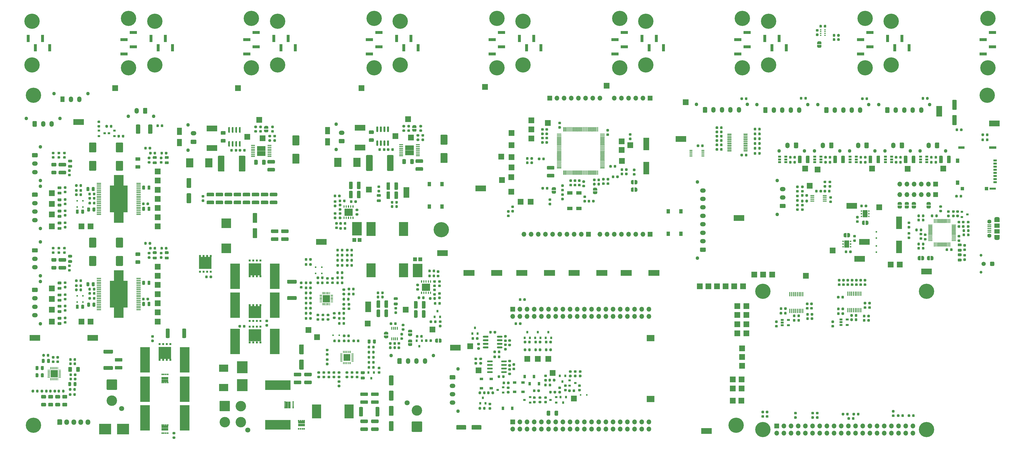
<source format=gts>
G04 #@! TF.GenerationSoftware,KiCad,Pcbnew,(5.1.9)-1*
G04 #@! TF.CreationDate,2021-04-01T18:53:32-07:00*
G04 #@! TF.ProjectId,Ventilator,56656e74-696c-4617-946f-722e6b696361,A*
G04 #@! TF.SameCoordinates,Original*
G04 #@! TF.FileFunction,Soldermask,Top*
G04 #@! TF.FilePolarity,Negative*
%FSLAX46Y46*%
G04 Gerber Fmt 4.6, Leading zero omitted, Abs format (unit mm)*
G04 Created by KiCad (PCBNEW (5.1.9)-1) date 2021-04-01 18:53:32*
%MOMM*%
%LPD*%
G01*
G04 APERTURE LIST*
%ADD10C,5.400000*%
%ADD11R,1.300000X1.550000*%
%ADD12R,4.000000X2.000000*%
%ADD13R,2.790000X2.160000*%
%ADD14R,1.900000X1.200000*%
%ADD15O,1.900000X1.200000*%
%ADD16R,1.900000X1.500000*%
%ADD17C,1.450000*%
%ADD18R,1.350000X0.400000*%
%ADD19R,1.230000X0.950000*%
%ADD20R,0.500000X0.630000*%
%ADD21R,0.490000X0.630000*%
%ADD22R,0.950000X1.230000*%
%ADD23R,0.630000X0.500000*%
%ADD24R,0.630000X0.490000*%
%ADD25R,2.450000X2.450000*%
%ADD26R,1.060000X0.650000*%
%ADD27R,2.600000X2.600000*%
%ADD28R,3.500000X3.500000*%
%ADD29R,1.100000X0.400000*%
%ADD30R,1.500000X0.460000*%
%ADD31R,3.400000X4.000000*%
%ADD32R,6.300000X9.500000*%
%ADD33R,0.700000X0.700000*%
%ADD34R,4.510000X4.350000*%
%ADD35R,1.200000X1.150000*%
%ADD36R,1.240000X0.800000*%
%ADD37R,2.500000X0.950000*%
%ADD38R,2.200000X0.800000*%
%ADD39R,2.200000X0.950000*%
%ADD40R,1.150000X1.500000*%
%ADD41O,2.020000X1.500000*%
%ADD42C,1.270000*%
%ADD43O,1.500000X2.020000*%
%ADD44C,1.500000*%
%ADD45C,1.000000*%
%ADD46C,1.800000*%
%ADD47C,3.700000*%
%ADD48R,9.020000X3.400000*%
%ADD49R,3.400000X9.020000*%
%ADD50C,0.800000*%
%ADD51R,1.700000X1.700000*%
%ADD52O,1.700000X1.700000*%
%ADD53R,0.500000X0.500000*%
%ADD54R,1.390000X1.400000*%
%ADD55R,3.360000X4.860000*%
%ADD56R,0.900000X1.200000*%
%ADD57R,1.200000X0.900000*%
%ADD58R,2.500000X3.300000*%
%ADD59R,1.800000X2.500000*%
%ADD60R,3.300000X2.500000*%
%ADD61R,3.810000X4.240000*%
%ADD62R,4.240000X3.810000*%
%ADD63R,1.000000X2.510000*%
%ADD64R,2.510000X1.000000*%
%ADD65O,1.700000X1.950000*%
%ADD66C,0.100000*%
%ADD67R,3.250000X5.000000*%
%ADD68R,0.900000X0.800000*%
%ADD69R,0.800000X0.900000*%
%ADD70R,2.000000X2.000000*%
%ADD71R,3.800000X2.000000*%
%ADD72R,2.000000X3.800000*%
%ADD73R,3.000000X2.600000*%
%ADD74R,1.750000X2.500000*%
%ADD75R,0.500000X0.350000*%
%ADD76R,1.450000X0.450000*%
%ADD77R,1.500000X1.800000*%
%ADD78R,0.400000X1.100000*%
%ADD79R,0.450000X1.500000*%
%ADD80R,2.000000X4.500000*%
%ADD81R,1.900000X1.300000*%
G04 APERTURE END LIST*
D10*
X364000000Y-52000000D03*
X26000000Y-52000000D03*
X275000000Y-169000000D03*
X26000000Y-169000000D03*
X170561000Y-99695000D03*
D11*
X170779000Y-91478000D03*
X166279000Y-91478000D03*
X170779000Y-83528000D03*
X166279000Y-83528000D03*
X250988000Y-93180000D03*
X255488000Y-93180000D03*
X250988000Y-101130000D03*
X255488000Y-101130000D03*
D12*
X190150000Y-115000000D03*
X180350000Y-115000000D03*
X245900000Y-115000000D03*
X236100000Y-115000000D03*
X227400000Y-115000000D03*
X217600000Y-115000000D03*
X208900000Y-115000000D03*
X199100000Y-115000000D03*
D13*
X244729000Y-159704000D03*
X244729000Y-138114000D03*
D14*
X367437500Y-102150000D03*
X367437500Y-96350000D03*
D15*
X367437500Y-95750000D03*
X367437500Y-102750000D03*
D16*
X367437500Y-100250000D03*
D17*
X364737500Y-96750000D03*
D18*
X364737500Y-99250000D03*
X364737500Y-98600000D03*
X364737500Y-97950000D03*
X364737500Y-100550000D03*
X364737500Y-99900000D03*
D17*
X364737500Y-101750000D03*
D16*
X367437500Y-98250000D03*
D19*
X73210000Y-152310000D03*
X71990000Y-152310000D03*
X73210000Y-153260000D03*
X71990000Y-153260000D03*
D20*
X73575000Y-153840000D03*
X72925000Y-153840000D03*
X72275000Y-153840000D03*
X71625000Y-153840000D03*
D21*
X71625000Y-150960000D03*
X72275000Y-150960000D03*
X72925000Y-150960000D03*
X73575000Y-150960000D03*
D19*
X71990000Y-170490000D03*
X73210000Y-170490000D03*
X71990000Y-169540000D03*
X73210000Y-169540000D03*
D20*
X71625000Y-168960000D03*
X72275000Y-168960000D03*
X72925000Y-168960000D03*
X73575000Y-168960000D03*
D21*
X73575000Y-171840000D03*
X72925000Y-171840000D03*
X72275000Y-171840000D03*
X71625000Y-171840000D03*
D22*
X116690000Y-162410000D03*
X116690000Y-161190000D03*
X115740000Y-162410000D03*
X115740000Y-161190000D03*
D23*
X115160000Y-162775000D03*
X115160000Y-162125000D03*
X115160000Y-161475000D03*
X115160000Y-160825000D03*
D24*
X118040000Y-160825000D03*
X118040000Y-161475000D03*
X118040000Y-162125000D03*
X118040000Y-162775000D03*
D19*
X120390000Y-168890000D03*
X121610000Y-168890000D03*
X120390000Y-167940000D03*
X121610000Y-167940000D03*
D20*
X120025000Y-167360000D03*
X120675000Y-167360000D03*
X121325000Y-167360000D03*
X121975000Y-167360000D03*
D21*
X121975000Y-170240000D03*
X121325000Y-170240000D03*
X120675000Y-170240000D03*
X120025000Y-170240000D03*
G36*
G01*
X232525000Y-76943750D02*
X232525000Y-77456250D01*
G75*
G02*
X232306250Y-77675000I-218750J0D01*
G01*
X231868750Y-77675000D01*
G75*
G02*
X231650000Y-77456250I0J218750D01*
G01*
X231650000Y-76943750D01*
G75*
G02*
X231868750Y-76725000I218750J0D01*
G01*
X232306250Y-76725000D01*
G75*
G02*
X232525000Y-76943750I0J-218750D01*
G01*
G37*
G36*
G01*
X230950000Y-76943750D02*
X230950000Y-77456250D01*
G75*
G02*
X230731250Y-77675000I-218750J0D01*
G01*
X230293750Y-77675000D01*
G75*
G02*
X230075000Y-77456250I0J218750D01*
G01*
X230075000Y-76943750D01*
G75*
G02*
X230293750Y-76725000I218750J0D01*
G01*
X230731250Y-76725000D01*
G75*
G02*
X230950000Y-76943750I0J-218750D01*
G01*
G37*
G36*
G01*
X139475000Y-146187500D02*
X139475000Y-146312500D01*
G75*
G02*
X139412500Y-146375000I-62500J0D01*
G01*
X138762500Y-146375000D01*
G75*
G02*
X138700000Y-146312500I0J62500D01*
G01*
X138700000Y-146187500D01*
G75*
G02*
X138762500Y-146125000I62500J0D01*
G01*
X139412500Y-146125000D01*
G75*
G02*
X139475000Y-146187500I0J-62500D01*
G01*
G37*
G36*
G01*
X139475000Y-145687500D02*
X139475000Y-145812500D01*
G75*
G02*
X139412500Y-145875000I-62500J0D01*
G01*
X138762500Y-145875000D01*
G75*
G02*
X138700000Y-145812500I0J62500D01*
G01*
X138700000Y-145687500D01*
G75*
G02*
X138762500Y-145625000I62500J0D01*
G01*
X139412500Y-145625000D01*
G75*
G02*
X139475000Y-145687500I0J-62500D01*
G01*
G37*
G36*
G01*
X139475000Y-145187500D02*
X139475000Y-145312500D01*
G75*
G02*
X139412500Y-145375000I-62500J0D01*
G01*
X138762500Y-145375000D01*
G75*
G02*
X138700000Y-145312500I0J62500D01*
G01*
X138700000Y-145187500D01*
G75*
G02*
X138762500Y-145125000I62500J0D01*
G01*
X139412500Y-145125000D01*
G75*
G02*
X139475000Y-145187500I0J-62500D01*
G01*
G37*
G36*
G01*
X139475000Y-144687500D02*
X139475000Y-144812500D01*
G75*
G02*
X139412500Y-144875000I-62500J0D01*
G01*
X138762500Y-144875000D01*
G75*
G02*
X138700000Y-144812500I0J62500D01*
G01*
X138700000Y-144687500D01*
G75*
G02*
X138762500Y-144625000I62500J0D01*
G01*
X139412500Y-144625000D01*
G75*
G02*
X139475000Y-144687500I0J-62500D01*
G01*
G37*
G36*
G01*
X139475000Y-144187500D02*
X139475000Y-144312500D01*
G75*
G02*
X139412500Y-144375000I-62500J0D01*
G01*
X138762500Y-144375000D01*
G75*
G02*
X138700000Y-144312500I0J62500D01*
G01*
X138700000Y-144187500D01*
G75*
G02*
X138762500Y-144125000I62500J0D01*
G01*
X139412500Y-144125000D01*
G75*
G02*
X139475000Y-144187500I0J-62500D01*
G01*
G37*
G36*
G01*
X139475000Y-143687500D02*
X139475000Y-143812500D01*
G75*
G02*
X139412500Y-143875000I-62500J0D01*
G01*
X138762500Y-143875000D01*
G75*
G02*
X138700000Y-143812500I0J62500D01*
G01*
X138700000Y-143687500D01*
G75*
G02*
X138762500Y-143625000I62500J0D01*
G01*
X139412500Y-143625000D01*
G75*
G02*
X139475000Y-143687500I0J-62500D01*
G01*
G37*
G36*
G01*
X138475000Y-142687500D02*
X138475000Y-143337500D01*
G75*
G02*
X138412500Y-143400000I-62500J0D01*
G01*
X138287500Y-143400000D01*
G75*
G02*
X138225000Y-143337500I0J62500D01*
G01*
X138225000Y-142687500D01*
G75*
G02*
X138287500Y-142625000I62500J0D01*
G01*
X138412500Y-142625000D01*
G75*
G02*
X138475000Y-142687500I0J-62500D01*
G01*
G37*
G36*
G01*
X137975000Y-142687500D02*
X137975000Y-143337500D01*
G75*
G02*
X137912500Y-143400000I-62500J0D01*
G01*
X137787500Y-143400000D01*
G75*
G02*
X137725000Y-143337500I0J62500D01*
G01*
X137725000Y-142687500D01*
G75*
G02*
X137787500Y-142625000I62500J0D01*
G01*
X137912500Y-142625000D01*
G75*
G02*
X137975000Y-142687500I0J-62500D01*
G01*
G37*
G36*
G01*
X137475000Y-142687500D02*
X137475000Y-143337500D01*
G75*
G02*
X137412500Y-143400000I-62500J0D01*
G01*
X137287500Y-143400000D01*
G75*
G02*
X137225000Y-143337500I0J62500D01*
G01*
X137225000Y-142687500D01*
G75*
G02*
X137287500Y-142625000I62500J0D01*
G01*
X137412500Y-142625000D01*
G75*
G02*
X137475000Y-142687500I0J-62500D01*
G01*
G37*
G36*
G01*
X136975000Y-142687500D02*
X136975000Y-143337500D01*
G75*
G02*
X136912500Y-143400000I-62500J0D01*
G01*
X136787500Y-143400000D01*
G75*
G02*
X136725000Y-143337500I0J62500D01*
G01*
X136725000Y-142687500D01*
G75*
G02*
X136787500Y-142625000I62500J0D01*
G01*
X136912500Y-142625000D01*
G75*
G02*
X136975000Y-142687500I0J-62500D01*
G01*
G37*
G36*
G01*
X136475000Y-142687500D02*
X136475000Y-143337500D01*
G75*
G02*
X136412500Y-143400000I-62500J0D01*
G01*
X136287500Y-143400000D01*
G75*
G02*
X136225000Y-143337500I0J62500D01*
G01*
X136225000Y-142687500D01*
G75*
G02*
X136287500Y-142625000I62500J0D01*
G01*
X136412500Y-142625000D01*
G75*
G02*
X136475000Y-142687500I0J-62500D01*
G01*
G37*
G36*
G01*
X135975000Y-142687500D02*
X135975000Y-143337500D01*
G75*
G02*
X135912500Y-143400000I-62500J0D01*
G01*
X135787500Y-143400000D01*
G75*
G02*
X135725000Y-143337500I0J62500D01*
G01*
X135725000Y-142687500D01*
G75*
G02*
X135787500Y-142625000I62500J0D01*
G01*
X135912500Y-142625000D01*
G75*
G02*
X135975000Y-142687500I0J-62500D01*
G01*
G37*
G36*
G01*
X135500000Y-143687500D02*
X135500000Y-143812500D01*
G75*
G02*
X135437500Y-143875000I-62500J0D01*
G01*
X134787500Y-143875000D01*
G75*
G02*
X134725000Y-143812500I0J62500D01*
G01*
X134725000Y-143687500D01*
G75*
G02*
X134787500Y-143625000I62500J0D01*
G01*
X135437500Y-143625000D01*
G75*
G02*
X135500000Y-143687500I0J-62500D01*
G01*
G37*
G36*
G01*
X135500000Y-144187500D02*
X135500000Y-144312500D01*
G75*
G02*
X135437500Y-144375000I-62500J0D01*
G01*
X134787500Y-144375000D01*
G75*
G02*
X134725000Y-144312500I0J62500D01*
G01*
X134725000Y-144187500D01*
G75*
G02*
X134787500Y-144125000I62500J0D01*
G01*
X135437500Y-144125000D01*
G75*
G02*
X135500000Y-144187500I0J-62500D01*
G01*
G37*
G36*
G01*
X135500000Y-144687500D02*
X135500000Y-144812500D01*
G75*
G02*
X135437500Y-144875000I-62500J0D01*
G01*
X134787500Y-144875000D01*
G75*
G02*
X134725000Y-144812500I0J62500D01*
G01*
X134725000Y-144687500D01*
G75*
G02*
X134787500Y-144625000I62500J0D01*
G01*
X135437500Y-144625000D01*
G75*
G02*
X135500000Y-144687500I0J-62500D01*
G01*
G37*
G36*
G01*
X135500000Y-145187500D02*
X135500000Y-145312500D01*
G75*
G02*
X135437500Y-145375000I-62500J0D01*
G01*
X134787500Y-145375000D01*
G75*
G02*
X134725000Y-145312500I0J62500D01*
G01*
X134725000Y-145187500D01*
G75*
G02*
X134787500Y-145125000I62500J0D01*
G01*
X135437500Y-145125000D01*
G75*
G02*
X135500000Y-145187500I0J-62500D01*
G01*
G37*
G36*
G01*
X135500000Y-145687500D02*
X135500000Y-145812500D01*
G75*
G02*
X135437500Y-145875000I-62500J0D01*
G01*
X134787500Y-145875000D01*
G75*
G02*
X134725000Y-145812500I0J62500D01*
G01*
X134725000Y-145687500D01*
G75*
G02*
X134787500Y-145625000I62500J0D01*
G01*
X135437500Y-145625000D01*
G75*
G02*
X135500000Y-145687500I0J-62500D01*
G01*
G37*
G36*
G01*
X135500000Y-146187500D02*
X135500000Y-146312500D01*
G75*
G02*
X135437500Y-146375000I-62500J0D01*
G01*
X134787500Y-146375000D01*
G75*
G02*
X134725000Y-146312500I0J62500D01*
G01*
X134725000Y-146187500D01*
G75*
G02*
X134787500Y-146125000I62500J0D01*
G01*
X135437500Y-146125000D01*
G75*
G02*
X135500000Y-146187500I0J-62500D01*
G01*
G37*
G36*
G01*
X135975000Y-146662500D02*
X135975000Y-147312500D01*
G75*
G02*
X135912500Y-147375000I-62500J0D01*
G01*
X135787500Y-147375000D01*
G75*
G02*
X135725000Y-147312500I0J62500D01*
G01*
X135725000Y-146662500D01*
G75*
G02*
X135787500Y-146600000I62500J0D01*
G01*
X135912500Y-146600000D01*
G75*
G02*
X135975000Y-146662500I0J-62500D01*
G01*
G37*
G36*
G01*
X136475000Y-146662500D02*
X136475000Y-147312500D01*
G75*
G02*
X136412500Y-147375000I-62500J0D01*
G01*
X136287500Y-147375000D01*
G75*
G02*
X136225000Y-147312500I0J62500D01*
G01*
X136225000Y-146662500D01*
G75*
G02*
X136287500Y-146600000I62500J0D01*
G01*
X136412500Y-146600000D01*
G75*
G02*
X136475000Y-146662500I0J-62500D01*
G01*
G37*
G36*
G01*
X136975000Y-146662500D02*
X136975000Y-147312500D01*
G75*
G02*
X136912500Y-147375000I-62500J0D01*
G01*
X136787500Y-147375000D01*
G75*
G02*
X136725000Y-147312500I0J62500D01*
G01*
X136725000Y-146662500D01*
G75*
G02*
X136787500Y-146600000I62500J0D01*
G01*
X136912500Y-146600000D01*
G75*
G02*
X136975000Y-146662500I0J-62500D01*
G01*
G37*
G36*
G01*
X137475000Y-146662500D02*
X137475000Y-147312500D01*
G75*
G02*
X137412500Y-147375000I-62500J0D01*
G01*
X137287500Y-147375000D01*
G75*
G02*
X137225000Y-147312500I0J62500D01*
G01*
X137225000Y-146662500D01*
G75*
G02*
X137287500Y-146600000I62500J0D01*
G01*
X137412500Y-146600000D01*
G75*
G02*
X137475000Y-146662500I0J-62500D01*
G01*
G37*
G36*
G01*
X137975000Y-146662500D02*
X137975000Y-147312500D01*
G75*
G02*
X137912500Y-147375000I-62500J0D01*
G01*
X137787500Y-147375000D01*
G75*
G02*
X137725000Y-147312500I0J62500D01*
G01*
X137725000Y-146662500D01*
G75*
G02*
X137787500Y-146600000I62500J0D01*
G01*
X137912500Y-146600000D01*
G75*
G02*
X137975000Y-146662500I0J-62500D01*
G01*
G37*
G36*
G01*
X138475000Y-146662500D02*
X138475000Y-147312500D01*
G75*
G02*
X138412500Y-147375000I-62500J0D01*
G01*
X138287500Y-147375000D01*
G75*
G02*
X138225000Y-147312500I0J62500D01*
G01*
X138225000Y-146662500D01*
G75*
G02*
X138287500Y-146600000I62500J0D01*
G01*
X138412500Y-146600000D01*
G75*
G02*
X138475000Y-146662500I0J-62500D01*
G01*
G37*
D25*
X137100000Y-145000000D03*
D26*
X314409000Y-131511000D03*
X314409000Y-133411000D03*
X312209000Y-133411000D03*
X312209000Y-132461000D03*
X312209000Y-131511000D03*
G36*
G01*
X127425000Y-122950000D02*
X127425000Y-122850000D01*
G75*
G02*
X127475000Y-122800000I50000J0D01*
G01*
X128250000Y-122800000D01*
G75*
G02*
X128300000Y-122850000I0J-50000D01*
G01*
X128300000Y-122950000D01*
G75*
G02*
X128250000Y-123000000I-50000J0D01*
G01*
X127475000Y-123000000D01*
G75*
G02*
X127425000Y-122950000I0J50000D01*
G01*
G37*
G36*
G01*
X127425000Y-123350000D02*
X127425000Y-123250000D01*
G75*
G02*
X127475000Y-123200000I50000J0D01*
G01*
X128250000Y-123200000D01*
G75*
G02*
X128300000Y-123250000I0J-50000D01*
G01*
X128300000Y-123350000D01*
G75*
G02*
X128250000Y-123400000I-50000J0D01*
G01*
X127475000Y-123400000D01*
G75*
G02*
X127425000Y-123350000I0J50000D01*
G01*
G37*
G36*
G01*
X127425000Y-123750000D02*
X127425000Y-123650000D01*
G75*
G02*
X127475000Y-123600000I50000J0D01*
G01*
X128250000Y-123600000D01*
G75*
G02*
X128300000Y-123650000I0J-50000D01*
G01*
X128300000Y-123750000D01*
G75*
G02*
X128250000Y-123800000I-50000J0D01*
G01*
X127475000Y-123800000D01*
G75*
G02*
X127425000Y-123750000I0J50000D01*
G01*
G37*
G36*
G01*
X127425000Y-124150000D02*
X127425000Y-124050000D01*
G75*
G02*
X127475000Y-124000000I50000J0D01*
G01*
X128250000Y-124000000D01*
G75*
G02*
X128300000Y-124050000I0J-50000D01*
G01*
X128300000Y-124150000D01*
G75*
G02*
X128250000Y-124200000I-50000J0D01*
G01*
X127475000Y-124200000D01*
G75*
G02*
X127425000Y-124150000I0J50000D01*
G01*
G37*
G36*
G01*
X127425000Y-124550000D02*
X127425000Y-124450000D01*
G75*
G02*
X127475000Y-124400000I50000J0D01*
G01*
X128250000Y-124400000D01*
G75*
G02*
X128300000Y-124450000I0J-50000D01*
G01*
X128300000Y-124550000D01*
G75*
G02*
X128250000Y-124600000I-50000J0D01*
G01*
X127475000Y-124600000D01*
G75*
G02*
X127425000Y-124550000I0J50000D01*
G01*
G37*
G36*
G01*
X127425000Y-124950000D02*
X127425000Y-124850000D01*
G75*
G02*
X127475000Y-124800000I50000J0D01*
G01*
X128250000Y-124800000D01*
G75*
G02*
X128300000Y-124850000I0J-50000D01*
G01*
X128300000Y-124950000D01*
G75*
G02*
X128250000Y-125000000I-50000J0D01*
G01*
X127475000Y-125000000D01*
G75*
G02*
X127425000Y-124950000I0J50000D01*
G01*
G37*
G36*
G01*
X127425000Y-125350000D02*
X127425000Y-125250000D01*
G75*
G02*
X127475000Y-125200000I50000J0D01*
G01*
X128250000Y-125200000D01*
G75*
G02*
X128300000Y-125250000I0J-50000D01*
G01*
X128300000Y-125350000D01*
G75*
G02*
X128250000Y-125400000I-50000J0D01*
G01*
X127475000Y-125400000D01*
G75*
G02*
X127425000Y-125350000I0J50000D01*
G01*
G37*
G36*
G01*
X128500000Y-126425000D02*
X128500000Y-125650000D01*
G75*
G02*
X128550000Y-125600000I50000J0D01*
G01*
X128650000Y-125600000D01*
G75*
G02*
X128700000Y-125650000I0J-50000D01*
G01*
X128700000Y-126425000D01*
G75*
G02*
X128650000Y-126475000I-50000J0D01*
G01*
X128550000Y-126475000D01*
G75*
G02*
X128500000Y-126425000I0J50000D01*
G01*
G37*
G36*
G01*
X128900000Y-126425000D02*
X128900000Y-125650000D01*
G75*
G02*
X128950000Y-125600000I50000J0D01*
G01*
X129050000Y-125600000D01*
G75*
G02*
X129100000Y-125650000I0J-50000D01*
G01*
X129100000Y-126425000D01*
G75*
G02*
X129050000Y-126475000I-50000J0D01*
G01*
X128950000Y-126475000D01*
G75*
G02*
X128900000Y-126425000I0J50000D01*
G01*
G37*
G36*
G01*
X129300000Y-126425000D02*
X129300000Y-125650000D01*
G75*
G02*
X129350000Y-125600000I50000J0D01*
G01*
X129450000Y-125600000D01*
G75*
G02*
X129500000Y-125650000I0J-50000D01*
G01*
X129500000Y-126425000D01*
G75*
G02*
X129450000Y-126475000I-50000J0D01*
G01*
X129350000Y-126475000D01*
G75*
G02*
X129300000Y-126425000I0J50000D01*
G01*
G37*
G36*
G01*
X129700000Y-126425000D02*
X129700000Y-125650000D01*
G75*
G02*
X129750000Y-125600000I50000J0D01*
G01*
X129850000Y-125600000D01*
G75*
G02*
X129900000Y-125650000I0J-50000D01*
G01*
X129900000Y-126425000D01*
G75*
G02*
X129850000Y-126475000I-50000J0D01*
G01*
X129750000Y-126475000D01*
G75*
G02*
X129700000Y-126425000I0J50000D01*
G01*
G37*
G36*
G01*
X130100000Y-126425000D02*
X130100000Y-125650000D01*
G75*
G02*
X130150000Y-125600000I50000J0D01*
G01*
X130250000Y-125600000D01*
G75*
G02*
X130300000Y-125650000I0J-50000D01*
G01*
X130300000Y-126425000D01*
G75*
G02*
X130250000Y-126475000I-50000J0D01*
G01*
X130150000Y-126475000D01*
G75*
G02*
X130100000Y-126425000I0J50000D01*
G01*
G37*
G36*
G01*
X130500000Y-126425000D02*
X130500000Y-125650000D01*
G75*
G02*
X130550000Y-125600000I50000J0D01*
G01*
X130650000Y-125600000D01*
G75*
G02*
X130700000Y-125650000I0J-50000D01*
G01*
X130700000Y-126425000D01*
G75*
G02*
X130650000Y-126475000I-50000J0D01*
G01*
X130550000Y-126475000D01*
G75*
G02*
X130500000Y-126425000I0J50000D01*
G01*
G37*
G36*
G01*
X130900000Y-126425000D02*
X130900000Y-125650000D01*
G75*
G02*
X130950000Y-125600000I50000J0D01*
G01*
X131050000Y-125600000D01*
G75*
G02*
X131100000Y-125650000I0J-50000D01*
G01*
X131100000Y-126425000D01*
G75*
G02*
X131050000Y-126475000I-50000J0D01*
G01*
X130950000Y-126475000D01*
G75*
G02*
X130900000Y-126425000I0J50000D01*
G01*
G37*
G36*
G01*
X131300000Y-125350000D02*
X131300000Y-125250000D01*
G75*
G02*
X131350000Y-125200000I50000J0D01*
G01*
X132125000Y-125200000D01*
G75*
G02*
X132175000Y-125250000I0J-50000D01*
G01*
X132175000Y-125350000D01*
G75*
G02*
X132125000Y-125400000I-50000J0D01*
G01*
X131350000Y-125400000D01*
G75*
G02*
X131300000Y-125350000I0J50000D01*
G01*
G37*
G36*
G01*
X131300000Y-124950000D02*
X131300000Y-124850000D01*
G75*
G02*
X131350000Y-124800000I50000J0D01*
G01*
X132125000Y-124800000D01*
G75*
G02*
X132175000Y-124850000I0J-50000D01*
G01*
X132175000Y-124950000D01*
G75*
G02*
X132125000Y-125000000I-50000J0D01*
G01*
X131350000Y-125000000D01*
G75*
G02*
X131300000Y-124950000I0J50000D01*
G01*
G37*
G36*
G01*
X131300000Y-124550000D02*
X131300000Y-124450000D01*
G75*
G02*
X131350000Y-124400000I50000J0D01*
G01*
X132125000Y-124400000D01*
G75*
G02*
X132175000Y-124450000I0J-50000D01*
G01*
X132175000Y-124550000D01*
G75*
G02*
X132125000Y-124600000I-50000J0D01*
G01*
X131350000Y-124600000D01*
G75*
G02*
X131300000Y-124550000I0J50000D01*
G01*
G37*
G36*
G01*
X131300000Y-124150000D02*
X131300000Y-124050000D01*
G75*
G02*
X131350000Y-124000000I50000J0D01*
G01*
X132125000Y-124000000D01*
G75*
G02*
X132175000Y-124050000I0J-50000D01*
G01*
X132175000Y-124150000D01*
G75*
G02*
X132125000Y-124200000I-50000J0D01*
G01*
X131350000Y-124200000D01*
G75*
G02*
X131300000Y-124150000I0J50000D01*
G01*
G37*
G36*
G01*
X131300000Y-123750000D02*
X131300000Y-123650000D01*
G75*
G02*
X131350000Y-123600000I50000J0D01*
G01*
X132125000Y-123600000D01*
G75*
G02*
X132175000Y-123650000I0J-50000D01*
G01*
X132175000Y-123750000D01*
G75*
G02*
X132125000Y-123800000I-50000J0D01*
G01*
X131350000Y-123800000D01*
G75*
G02*
X131300000Y-123750000I0J50000D01*
G01*
G37*
G36*
G01*
X131300000Y-123350000D02*
X131300000Y-123250000D01*
G75*
G02*
X131350000Y-123200000I50000J0D01*
G01*
X132125000Y-123200000D01*
G75*
G02*
X132175000Y-123250000I0J-50000D01*
G01*
X132175000Y-123350000D01*
G75*
G02*
X132125000Y-123400000I-50000J0D01*
G01*
X131350000Y-123400000D01*
G75*
G02*
X131300000Y-123350000I0J50000D01*
G01*
G37*
G36*
G01*
X131300000Y-122950000D02*
X131300000Y-122850000D01*
G75*
G02*
X131350000Y-122800000I50000J0D01*
G01*
X132125000Y-122800000D01*
G75*
G02*
X132175000Y-122850000I0J-50000D01*
G01*
X132175000Y-122950000D01*
G75*
G02*
X132125000Y-123000000I-50000J0D01*
G01*
X131350000Y-123000000D01*
G75*
G02*
X131300000Y-122950000I0J50000D01*
G01*
G37*
G36*
G01*
X130900000Y-122550000D02*
X130900000Y-121775000D01*
G75*
G02*
X130950000Y-121725000I50000J0D01*
G01*
X131050000Y-121725000D01*
G75*
G02*
X131100000Y-121775000I0J-50000D01*
G01*
X131100000Y-122550000D01*
G75*
G02*
X131050000Y-122600000I-50000J0D01*
G01*
X130950000Y-122600000D01*
G75*
G02*
X130900000Y-122550000I0J50000D01*
G01*
G37*
G36*
G01*
X130500000Y-122550000D02*
X130500000Y-121775000D01*
G75*
G02*
X130550000Y-121725000I50000J0D01*
G01*
X130650000Y-121725000D01*
G75*
G02*
X130700000Y-121775000I0J-50000D01*
G01*
X130700000Y-122550000D01*
G75*
G02*
X130650000Y-122600000I-50000J0D01*
G01*
X130550000Y-122600000D01*
G75*
G02*
X130500000Y-122550000I0J50000D01*
G01*
G37*
G36*
G01*
X130100000Y-122550000D02*
X130100000Y-121775000D01*
G75*
G02*
X130150000Y-121725000I50000J0D01*
G01*
X130250000Y-121725000D01*
G75*
G02*
X130300000Y-121775000I0J-50000D01*
G01*
X130300000Y-122550000D01*
G75*
G02*
X130250000Y-122600000I-50000J0D01*
G01*
X130150000Y-122600000D01*
G75*
G02*
X130100000Y-122550000I0J50000D01*
G01*
G37*
G36*
G01*
X129700000Y-122550000D02*
X129700000Y-121775000D01*
G75*
G02*
X129750000Y-121725000I50000J0D01*
G01*
X129850000Y-121725000D01*
G75*
G02*
X129900000Y-121775000I0J-50000D01*
G01*
X129900000Y-122550000D01*
G75*
G02*
X129850000Y-122600000I-50000J0D01*
G01*
X129750000Y-122600000D01*
G75*
G02*
X129700000Y-122550000I0J50000D01*
G01*
G37*
G36*
G01*
X129300000Y-122550000D02*
X129300000Y-121775000D01*
G75*
G02*
X129350000Y-121725000I50000J0D01*
G01*
X129450000Y-121725000D01*
G75*
G02*
X129500000Y-121775000I0J-50000D01*
G01*
X129500000Y-122550000D01*
G75*
G02*
X129450000Y-122600000I-50000J0D01*
G01*
X129350000Y-122600000D01*
G75*
G02*
X129300000Y-122550000I0J50000D01*
G01*
G37*
G36*
G01*
X128900000Y-122550000D02*
X128900000Y-121775000D01*
G75*
G02*
X128950000Y-121725000I50000J0D01*
G01*
X129050000Y-121725000D01*
G75*
G02*
X129100000Y-121775000I0J-50000D01*
G01*
X129100000Y-122550000D01*
G75*
G02*
X129050000Y-122600000I-50000J0D01*
G01*
X128950000Y-122600000D01*
G75*
G02*
X128900000Y-122550000I0J50000D01*
G01*
G37*
G36*
G01*
X128500000Y-122550000D02*
X128500000Y-121775000D01*
G75*
G02*
X128550000Y-121725000I50000J0D01*
G01*
X128650000Y-121725000D01*
G75*
G02*
X128700000Y-121775000I0J-50000D01*
G01*
X128700000Y-122550000D01*
G75*
G02*
X128650000Y-122600000I-50000J0D01*
G01*
X128550000Y-122600000D01*
G75*
G02*
X128500000Y-122550000I0J50000D01*
G01*
G37*
D27*
X129800000Y-124100000D03*
D26*
X293581000Y-131638000D03*
X293581000Y-133538000D03*
X291381000Y-133538000D03*
X291381000Y-132588000D03*
X291381000Y-131638000D03*
X302900000Y-73800000D03*
X302900000Y-74750000D03*
X302900000Y-75700000D03*
X305100000Y-75700000D03*
X305100000Y-73800000D03*
X305100000Y-74750000D03*
X315400000Y-73800000D03*
X315400000Y-74750000D03*
X315400000Y-75700000D03*
X317600000Y-75700000D03*
X317600000Y-73800000D03*
X317600000Y-74750000D03*
X327900000Y-73800000D03*
X327900000Y-74750000D03*
X327900000Y-75700000D03*
X330100000Y-75700000D03*
X330100000Y-73800000D03*
X330100000Y-74750000D03*
X290400000Y-73800000D03*
X290400000Y-74750000D03*
X290400000Y-75700000D03*
X292600000Y-75700000D03*
X292600000Y-73800000D03*
X292600000Y-74750000D03*
X340400000Y-73800000D03*
X340400000Y-74750000D03*
X340400000Y-75700000D03*
X342600000Y-75700000D03*
X342600000Y-73800000D03*
X342600000Y-74750000D03*
G36*
G01*
X142775000Y-162774750D02*
X142775000Y-165625250D01*
G75*
G02*
X142525250Y-165875000I-249750J0D01*
G01*
X141674750Y-165875000D01*
G75*
G02*
X141425000Y-165625250I0J249750D01*
G01*
X141425000Y-162774750D01*
G75*
G02*
X141674750Y-162525000I249750J0D01*
G01*
X142525250Y-162525000D01*
G75*
G02*
X142775000Y-162774750I0J-249750D01*
G01*
G37*
G36*
G01*
X148575000Y-162774750D02*
X148575000Y-165625250D01*
G75*
G02*
X148325250Y-165875000I-249750J0D01*
G01*
X147474750Y-165875000D01*
G75*
G02*
X147225000Y-165625250I0J249750D01*
G01*
X147225000Y-162774750D01*
G75*
G02*
X147474750Y-162525000I249750J0D01*
G01*
X148325250Y-162525000D01*
G75*
G02*
X148575000Y-162774750I0J-249750D01*
G01*
G37*
G36*
G01*
X53925250Y-143575000D02*
X51074750Y-143575000D01*
G75*
G02*
X50825000Y-143325250I0J249750D01*
G01*
X50825000Y-142474750D01*
G75*
G02*
X51074750Y-142225000I249750J0D01*
G01*
X53925250Y-142225000D01*
G75*
G02*
X54175000Y-142474750I0J-249750D01*
G01*
X54175000Y-143325250D01*
G75*
G02*
X53925250Y-143575000I-249750J0D01*
G01*
G37*
G36*
G01*
X53925250Y-149375000D02*
X51074750Y-149375000D01*
G75*
G02*
X50825000Y-149125250I0J249750D01*
G01*
X50825000Y-148274750D01*
G75*
G02*
X51074750Y-148025000I249750J0D01*
G01*
X53925250Y-148025000D01*
G75*
G02*
X54175000Y-148274750I0J-249750D01*
G01*
X54175000Y-149125250D01*
G75*
G02*
X53925250Y-149375000I-249750J0D01*
G01*
G37*
G36*
G01*
X78725000Y-137825250D02*
X78725000Y-134974750D01*
G75*
G02*
X78974750Y-134725000I249750J0D01*
G01*
X79825250Y-134725000D01*
G75*
G02*
X80075000Y-134974750I0J-249750D01*
G01*
X80075000Y-137825250D01*
G75*
G02*
X79825250Y-138075000I-249750J0D01*
G01*
X78974750Y-138075000D01*
G75*
G02*
X78725000Y-137825250I0J249750D01*
G01*
G37*
G36*
G01*
X72925000Y-137825250D02*
X72925000Y-134974750D01*
G75*
G02*
X73174750Y-134725000I249750J0D01*
G01*
X74025250Y-134725000D01*
G75*
G02*
X74275000Y-134974750I0J-249750D01*
G01*
X74275000Y-137825250D01*
G75*
G02*
X74025250Y-138075000I-249750J0D01*
G01*
X73174750Y-138075000D01*
G75*
G02*
X72925000Y-137825250I0J249750D01*
G01*
G37*
G36*
G01*
X116174750Y-123225000D02*
X119025250Y-123225000D01*
G75*
G02*
X119275000Y-123474750I0J-249750D01*
G01*
X119275000Y-124325250D01*
G75*
G02*
X119025250Y-124575000I-249750J0D01*
G01*
X116174750Y-124575000D01*
G75*
G02*
X115925000Y-124325250I0J249750D01*
G01*
X115925000Y-123474750D01*
G75*
G02*
X116174750Y-123225000I249750J0D01*
G01*
G37*
G36*
G01*
X116174750Y-117425000D02*
X119025250Y-117425000D01*
G75*
G02*
X119275000Y-117674750I0J-249750D01*
G01*
X119275000Y-118525250D01*
G75*
G02*
X119025250Y-118775000I-249750J0D01*
G01*
X116174750Y-118775000D01*
G75*
G02*
X115925000Y-118525250I0J249750D01*
G01*
X115925000Y-117674750D01*
G75*
G02*
X116174750Y-117425000I249750J0D01*
G01*
G37*
D28*
X94300000Y-97350000D03*
X94300000Y-106250000D03*
G36*
G01*
X262650000Y-70156250D02*
X262650000Y-69643750D01*
G75*
G02*
X262868750Y-69425000I218750J0D01*
G01*
X263306250Y-69425000D01*
G75*
G02*
X263525000Y-69643750I0J-218750D01*
G01*
X263525000Y-70156250D01*
G75*
G02*
X263306250Y-70375000I-218750J0D01*
G01*
X262868750Y-70375000D01*
G75*
G02*
X262650000Y-70156250I0J218750D01*
G01*
G37*
G36*
G01*
X261075000Y-70156250D02*
X261075000Y-69643750D01*
G75*
G02*
X261293750Y-69425000I218750J0D01*
G01*
X261731250Y-69425000D01*
G75*
G02*
X261950000Y-69643750I0J-218750D01*
G01*
X261950000Y-70156250D01*
G75*
G02*
X261731250Y-70375000I-218750J0D01*
G01*
X261293750Y-70375000D01*
G75*
G02*
X261075000Y-70156250I0J218750D01*
G01*
G37*
D29*
X258975001Y-71515001D03*
X258975001Y-72165001D03*
X258975001Y-72815001D03*
X258975001Y-73465001D03*
X263275001Y-73465001D03*
X263275001Y-72815001D03*
X263275001Y-72165001D03*
X263275001Y-71515001D03*
D30*
X63250000Y-116975000D03*
X63250000Y-117625000D03*
X63250000Y-118275000D03*
X63250000Y-118925000D03*
X63250000Y-119575000D03*
X63250000Y-120225000D03*
X63250000Y-120875000D03*
X63250000Y-121525000D03*
X63250000Y-122175000D03*
X63250000Y-122825000D03*
X63250000Y-123475000D03*
X63250000Y-124125000D03*
X63250000Y-124775000D03*
X63250000Y-125425000D03*
X63250000Y-126075000D03*
X63250000Y-126725000D03*
X63250000Y-127375000D03*
X63250000Y-128025000D03*
X49250000Y-128025000D03*
X49250000Y-127375000D03*
X49250000Y-126725000D03*
X49250000Y-126075000D03*
X49250000Y-125425000D03*
X49250000Y-124775000D03*
X49250000Y-124125000D03*
X49250000Y-123475000D03*
X49250000Y-122825000D03*
X49250000Y-122175000D03*
X49250000Y-121525000D03*
X49250000Y-120875000D03*
X49250000Y-120225000D03*
X49250000Y-119575000D03*
X49250000Y-118925000D03*
X49250000Y-118275000D03*
X49250000Y-117625000D03*
D31*
X56250000Y-129000000D03*
X56250000Y-116000000D03*
D32*
X56250000Y-122500000D03*
D30*
X49250000Y-116975000D03*
X63250000Y-83225000D03*
X63250000Y-83875000D03*
X63250000Y-84525000D03*
X63250000Y-85175000D03*
X63250000Y-85825000D03*
X63250000Y-86475000D03*
X63250000Y-87125000D03*
X63250000Y-87775000D03*
X63250000Y-88425000D03*
X63250000Y-89075000D03*
X63250000Y-89725000D03*
X63250000Y-90375000D03*
X63250000Y-91025000D03*
X63250000Y-91675000D03*
X63250000Y-92325000D03*
X63250000Y-92975000D03*
X63250000Y-93625000D03*
X63250000Y-94275000D03*
X49250000Y-94275000D03*
X49250000Y-93625000D03*
X49250000Y-92975000D03*
X49250000Y-92325000D03*
X49250000Y-91675000D03*
X49250000Y-91025000D03*
X49250000Y-90375000D03*
X49250000Y-89725000D03*
X49250000Y-89075000D03*
X49250000Y-88425000D03*
X49250000Y-87775000D03*
X49250000Y-87125000D03*
X49250000Y-86475000D03*
X49250000Y-85825000D03*
X49250000Y-85175000D03*
X49250000Y-84525000D03*
X49250000Y-83875000D03*
D31*
X56250000Y-95250000D03*
X56250000Y-82250000D03*
D32*
X56250000Y-88750000D03*
D30*
X49250000Y-83225000D03*
D33*
X103865000Y-139600000D03*
X105135000Y-139600000D03*
X106405000Y-139600000D03*
X102595000Y-139600000D03*
X102595000Y-134000000D03*
X106405000Y-134000000D03*
X105135000Y-134000000D03*
X103865000Y-134000000D03*
D34*
X104500000Y-137130000D03*
D33*
X105135000Y-126400000D03*
X103865000Y-126400000D03*
X102595000Y-126400000D03*
X106405000Y-126400000D03*
X106405000Y-132000000D03*
X102595000Y-132000000D03*
X103865000Y-132000000D03*
X105135000Y-132000000D03*
D34*
X104500000Y-128870000D03*
D33*
X103865000Y-116200000D03*
X105135000Y-116200000D03*
X106405000Y-116200000D03*
X102595000Y-116200000D03*
X102595000Y-110600000D03*
X106405000Y-110600000D03*
X105135000Y-110600000D03*
X103865000Y-110600000D03*
D34*
X104500000Y-113730000D03*
D33*
X87535000Y-109000000D03*
X86265000Y-109000000D03*
X84995000Y-109000000D03*
X88805000Y-109000000D03*
X88805000Y-114600000D03*
X84995000Y-114600000D03*
X86265000Y-114600000D03*
X87535000Y-114600000D03*
D34*
X86900000Y-111470000D03*
D33*
X71965000Y-145800000D03*
X73235000Y-145800000D03*
X74505000Y-145800000D03*
X70695000Y-145800000D03*
X70695000Y-140200000D03*
X74505000Y-140200000D03*
X73235000Y-140200000D03*
X71965000Y-140200000D03*
D34*
X72600000Y-143330000D03*
D35*
X363780000Y-85100000D03*
D36*
X366805000Y-75150000D03*
X366805000Y-76250000D03*
X366805000Y-77350000D03*
X366805000Y-78450000D03*
X366805000Y-79550000D03*
X366805000Y-80650000D03*
X366805000Y-81750000D03*
X366805000Y-82850000D03*
D37*
X365930000Y-70555000D03*
D38*
X365930000Y-85120000D03*
D39*
X354880000Y-70555000D03*
D40*
X353530000Y-75205000D03*
X353530000Y-82985000D03*
D35*
X355170000Y-85100000D03*
D41*
X263250000Y-85750000D03*
X263250000Y-88750000D03*
X263250000Y-91750000D03*
X263250000Y-94750000D03*
X263250000Y-97750000D03*
X263250000Y-100750000D03*
X263250000Y-103750000D03*
G36*
G01*
X264010000Y-107500000D02*
X262490000Y-107500000D01*
G75*
G02*
X262240000Y-107250000I0J250000D01*
G01*
X262240000Y-106250000D01*
G75*
G02*
X262490000Y-106000000I250000J0D01*
G01*
X264010000Y-106000000D01*
G75*
G02*
X264260000Y-106250000I0J-250000D01*
G01*
X264260000Y-107250000D01*
G75*
G02*
X264010000Y-107500000I-250000J0D01*
G01*
G37*
D42*
X261290000Y-82750000D03*
X261290000Y-109750000D03*
X325600000Y-55290000D03*
X343600000Y-55290000D03*
G36*
G01*
X327850000Y-58010000D02*
X327850000Y-56490000D01*
G75*
G02*
X328100000Y-56240000I250000J0D01*
G01*
X329100000Y-56240000D01*
G75*
G02*
X329350000Y-56490000I0J-250000D01*
G01*
X329350000Y-58010000D01*
G75*
G02*
X329100000Y-58260000I-250000J0D01*
G01*
X328100000Y-58260000D01*
G75*
G02*
X327850000Y-58010000I0J250000D01*
G01*
G37*
D43*
X331600000Y-57250000D03*
X334600000Y-57250000D03*
X337600000Y-57250000D03*
X340600000Y-57250000D03*
D42*
X304000000Y-55290000D03*
X322000000Y-55290000D03*
G36*
G01*
X306250000Y-58010000D02*
X306250000Y-56490000D01*
G75*
G02*
X306500000Y-56240000I250000J0D01*
G01*
X307500000Y-56240000D01*
G75*
G02*
X307750000Y-56490000I0J-250000D01*
G01*
X307750000Y-58010000D01*
G75*
G02*
X307500000Y-58260000I-250000J0D01*
G01*
X306500000Y-58260000D01*
G75*
G02*
X306250000Y-58010000I0J250000D01*
G01*
G37*
D43*
X310000000Y-57250000D03*
X313000000Y-57250000D03*
X316000000Y-57250000D03*
X319000000Y-57250000D03*
D42*
X282400000Y-55290000D03*
X300400000Y-55290000D03*
G36*
G01*
X284650000Y-58010000D02*
X284650000Y-56490000D01*
G75*
G02*
X284900000Y-56240000I250000J0D01*
G01*
X285900000Y-56240000D01*
G75*
G02*
X286150000Y-56490000I0J-250000D01*
G01*
X286150000Y-58010000D01*
G75*
G02*
X285900000Y-58260000I-250000J0D01*
G01*
X284900000Y-58260000D01*
G75*
G02*
X284650000Y-58010000I0J250000D01*
G01*
G37*
D43*
X288400000Y-57250000D03*
X291400000Y-57250000D03*
X294400000Y-57250000D03*
X297400000Y-57250000D03*
D42*
X261000000Y-55240000D03*
X279000000Y-55240000D03*
G36*
G01*
X263250000Y-57960000D02*
X263250000Y-56440000D01*
G75*
G02*
X263500000Y-56190000I250000J0D01*
G01*
X264500000Y-56190000D01*
G75*
G02*
X264750000Y-56440000I0J-250000D01*
G01*
X264750000Y-57960000D01*
G75*
G02*
X264500000Y-58210000I-250000J0D01*
G01*
X263500000Y-58210000D01*
G75*
G02*
X263250000Y-57960000I0J250000D01*
G01*
G37*
D43*
X267000000Y-57200000D03*
X270000000Y-57200000D03*
X273000000Y-57200000D03*
X276000000Y-57200000D03*
D42*
X176460000Y-149000000D03*
X176460000Y-164000000D03*
G36*
G01*
X173740000Y-151250000D02*
X175260000Y-151250000D01*
G75*
G02*
X175510000Y-151500000I0J-250000D01*
G01*
X175510000Y-152500000D01*
G75*
G02*
X175260000Y-152750000I-250000J0D01*
G01*
X173740000Y-152750000D01*
G75*
G02*
X173490000Y-152500000I0J250000D01*
G01*
X173490000Y-151500000D01*
G75*
G02*
X173740000Y-151250000I250000J0D01*
G01*
G37*
D41*
X174500000Y-155000000D03*
X174500000Y-158000000D03*
X174500000Y-161000000D03*
D42*
X28460000Y-118000000D03*
X28460000Y-133000000D03*
G36*
G01*
X25740000Y-120250000D02*
X27260000Y-120250000D01*
G75*
G02*
X27510000Y-120500000I0J-250000D01*
G01*
X27510000Y-121500000D01*
G75*
G02*
X27260000Y-121750000I-250000J0D01*
G01*
X25740000Y-121750000D01*
G75*
G02*
X25490000Y-121500000I0J250000D01*
G01*
X25490000Y-120500000D01*
G75*
G02*
X25740000Y-120250000I250000J0D01*
G01*
G37*
D41*
X26500000Y-124000000D03*
X26500000Y-127000000D03*
X26500000Y-130000000D03*
D42*
X152750000Y-144290000D03*
X167750000Y-144290000D03*
G36*
G01*
X155000000Y-147010000D02*
X155000000Y-145490000D01*
G75*
G02*
X155250000Y-145240000I250000J0D01*
G01*
X156250000Y-145240000D01*
G75*
G02*
X156500000Y-145490000I0J-250000D01*
G01*
X156500000Y-147010000D01*
G75*
G02*
X156250000Y-147260000I-250000J0D01*
G01*
X155250000Y-147260000D01*
G75*
G02*
X155000000Y-147010000I0J250000D01*
G01*
G37*
D43*
X158750000Y-146250000D03*
X161750000Y-146250000D03*
X164750000Y-146250000D03*
D42*
X28460000Y-84250000D03*
X28460000Y-99250000D03*
G36*
G01*
X25740000Y-86500000D02*
X27260000Y-86500000D01*
G75*
G02*
X27510000Y-86750000I0J-250000D01*
G01*
X27510000Y-87750000D01*
G75*
G02*
X27260000Y-88000000I-250000J0D01*
G01*
X25740000Y-88000000D01*
G75*
G02*
X25490000Y-87750000I0J250000D01*
G01*
X25490000Y-86750000D01*
G75*
G02*
X25740000Y-86500000I250000J0D01*
G01*
G37*
D41*
X26500000Y-90250000D03*
X26500000Y-93250000D03*
X26500000Y-96250000D03*
D42*
X23450001Y-60185001D03*
X35450001Y-60185001D03*
G36*
G01*
X25700001Y-62905001D02*
X25700001Y-61385001D01*
G75*
G02*
X25950001Y-61135001I250000J0D01*
G01*
X26950001Y-61135001D01*
G75*
G02*
X27200001Y-61385001I0J-250000D01*
G01*
X27200001Y-62905001D01*
G75*
G02*
X26950001Y-63155001I-250000J0D01*
G01*
X25950001Y-63155001D01*
G75*
G02*
X25700001Y-62905001I0J250000D01*
G01*
G37*
D43*
X29450001Y-62145001D03*
X32450001Y-62145001D03*
D42*
X33300000Y-51440000D03*
X45300000Y-51440000D03*
G36*
G01*
X35550000Y-54160000D02*
X35550000Y-52640000D01*
G75*
G02*
X35800000Y-52390000I250000J0D01*
G01*
X36800000Y-52390000D01*
G75*
G02*
X37050000Y-52640000I0J-250000D01*
G01*
X37050000Y-54160000D01*
G75*
G02*
X36800000Y-54410000I-250000J0D01*
G01*
X35800000Y-54410000D01*
G75*
G02*
X35550000Y-54160000I0J250000D01*
G01*
G37*
D43*
X39300000Y-53400000D03*
X42300000Y-53400000D03*
D42*
X289540000Y-94250000D03*
X289540000Y-82250000D03*
G36*
G01*
X292260000Y-92000000D02*
X290740000Y-92000000D01*
G75*
G02*
X290490000Y-91750000I0J250000D01*
G01*
X290490000Y-90750000D01*
G75*
G02*
X290740000Y-90500000I250000J0D01*
G01*
X292260000Y-90500000D01*
G75*
G02*
X292510000Y-90750000I0J-250000D01*
G01*
X292510000Y-91750000D01*
G75*
G02*
X292260000Y-92000000I-250000J0D01*
G01*
G37*
D41*
X291500000Y-88250000D03*
X291500000Y-85250000D03*
D42*
X28460000Y-104000000D03*
X28460000Y-116000000D03*
G36*
G01*
X25740000Y-106250000D02*
X27260000Y-106250000D01*
G75*
G02*
X27510000Y-106500000I0J-250000D01*
G01*
X27510000Y-107500000D01*
G75*
G02*
X27260000Y-107750000I-250000J0D01*
G01*
X25740000Y-107750000D01*
G75*
G02*
X25490000Y-107500000I0J250000D01*
G01*
X25490000Y-106500000D01*
G75*
G02*
X25740000Y-106250000I250000J0D01*
G01*
G37*
D41*
X26500000Y-110000000D03*
X26500000Y-113000000D03*
D42*
X28460000Y-70250000D03*
X28460000Y-82250000D03*
G36*
G01*
X25740000Y-72500000D02*
X27260000Y-72500000D01*
G75*
G02*
X27510000Y-72750000I0J-250000D01*
G01*
X27510000Y-73750000D01*
G75*
G02*
X27260000Y-74000000I-250000J0D01*
G01*
X25740000Y-74000000D01*
G75*
G02*
X25490000Y-73750000I0J250000D01*
G01*
X25490000Y-72750000D01*
G75*
G02*
X25740000Y-72500000I250000J0D01*
G01*
G37*
D41*
X26500000Y-76250000D03*
X26500000Y-79250000D03*
D43*
X62600000Y-57500000D03*
G36*
G01*
X66350000Y-56740000D02*
X66350000Y-58260000D01*
G75*
G02*
X66100000Y-58510000I-250000J0D01*
G01*
X65100000Y-58510000D01*
G75*
G02*
X64850000Y-58260000I0J250000D01*
G01*
X64850000Y-56740000D01*
G75*
G02*
X65100000Y-56490000I250000J0D01*
G01*
X66100000Y-56490000D01*
G75*
G02*
X66350000Y-56740000I0J-250000D01*
G01*
G37*
D42*
X59600000Y-59460000D03*
X68600000Y-59460000D03*
X133290000Y-71250000D03*
X133290000Y-62250000D03*
G36*
G01*
X136010000Y-69000000D02*
X134490000Y-69000000D01*
G75*
G02*
X134240000Y-68750000I0J250000D01*
G01*
X134240000Y-67750000D01*
G75*
G02*
X134490000Y-67500000I250000J0D01*
G01*
X136010000Y-67500000D01*
G75*
G02*
X136260000Y-67750000I0J-250000D01*
G01*
X136260000Y-68750000D01*
G75*
G02*
X136010000Y-69000000I-250000J0D01*
G01*
G37*
D41*
X135250000Y-65250000D03*
D42*
X80790000Y-71500000D03*
X80790000Y-62500000D03*
G36*
G01*
X83510000Y-69250000D02*
X81990000Y-69250000D01*
G75*
G02*
X81740000Y-69000000I0J250000D01*
G01*
X81740000Y-68000000D01*
G75*
G02*
X81990000Y-67750000I250000J0D01*
G01*
X83510000Y-67750000D01*
G75*
G02*
X83760000Y-68000000I0J-250000D01*
G01*
X83760000Y-69000000D01*
G75*
G02*
X83510000Y-69250000I-250000J0D01*
G01*
G37*
D41*
X82750000Y-65500000D03*
D42*
X349250000Y-71710000D03*
X340250000Y-71710000D03*
G36*
G01*
X347000000Y-68990000D02*
X347000000Y-70510000D01*
G75*
G02*
X346750000Y-70760000I-250000J0D01*
G01*
X345750000Y-70760000D01*
G75*
G02*
X345500000Y-70510000I0J250000D01*
G01*
X345500000Y-68990000D01*
G75*
G02*
X345750000Y-68740000I250000J0D01*
G01*
X346750000Y-68740000D01*
G75*
G02*
X347000000Y-68990000I0J-250000D01*
G01*
G37*
D43*
X343250000Y-69750000D03*
D42*
X299250000Y-71710000D03*
X290250000Y-71710000D03*
G36*
G01*
X297000000Y-68990000D02*
X297000000Y-70510000D01*
G75*
G02*
X296750000Y-70760000I-250000J0D01*
G01*
X295750000Y-70760000D01*
G75*
G02*
X295500000Y-70510000I0J250000D01*
G01*
X295500000Y-68990000D01*
G75*
G02*
X295750000Y-68740000I250000J0D01*
G01*
X296750000Y-68740000D01*
G75*
G02*
X297000000Y-68990000I0J-250000D01*
G01*
G37*
D43*
X293250000Y-69750000D03*
D42*
X336750000Y-71710000D03*
X327750000Y-71710000D03*
G36*
G01*
X334500000Y-68990000D02*
X334500000Y-70510000D01*
G75*
G02*
X334250000Y-70760000I-250000J0D01*
G01*
X333250000Y-70760000D01*
G75*
G02*
X333000000Y-70510000I0J250000D01*
G01*
X333000000Y-68990000D01*
G75*
G02*
X333250000Y-68740000I250000J0D01*
G01*
X334250000Y-68740000D01*
G75*
G02*
X334500000Y-68990000I0J-250000D01*
G01*
G37*
D43*
X330750000Y-69750000D03*
D42*
X324250000Y-71710000D03*
X315250000Y-71710000D03*
G36*
G01*
X322000000Y-68990000D02*
X322000000Y-70510000D01*
G75*
G02*
X321750000Y-70760000I-250000J0D01*
G01*
X320750000Y-70760000D01*
G75*
G02*
X320500000Y-70510000I0J250000D01*
G01*
X320500000Y-68990000D01*
G75*
G02*
X320750000Y-68740000I250000J0D01*
G01*
X321750000Y-68740000D01*
G75*
G02*
X322000000Y-68990000I0J-250000D01*
G01*
G37*
D43*
X318250000Y-69750000D03*
D42*
X311750000Y-71710000D03*
X302750000Y-71710000D03*
G36*
G01*
X309500000Y-68990000D02*
X309500000Y-70510000D01*
G75*
G02*
X309250000Y-70760000I-250000J0D01*
G01*
X308250000Y-70760000D01*
G75*
G02*
X308000000Y-70510000I0J250000D01*
G01*
X308000000Y-68990000D01*
G75*
G02*
X308250000Y-68740000I250000J0D01*
G01*
X309250000Y-68740000D01*
G75*
G02*
X309500000Y-68990000I0J-250000D01*
G01*
G37*
D43*
X305750000Y-69750000D03*
D44*
X362760000Y-111760000D03*
G36*
G01*
X365260000Y-111010000D02*
X366260000Y-111010000D01*
G75*
G02*
X366510000Y-111260000I0J-250000D01*
G01*
X366510000Y-112260000D01*
G75*
G02*
X366260000Y-112510000I-250000J0D01*
G01*
X365260000Y-112510000D01*
G75*
G02*
X365010000Y-112260000I0J250000D01*
G01*
X365010000Y-111260000D01*
G75*
G02*
X365260000Y-111010000I250000J0D01*
G01*
G37*
D45*
X361820000Y-114760000D03*
X361820000Y-108760000D03*
D46*
X101980000Y-170670000D03*
D47*
X99500000Y-167900000D03*
X93800000Y-167900000D03*
X99500000Y-162200000D03*
G36*
G01*
X91950000Y-163800000D02*
X91950000Y-160600000D01*
G75*
G02*
X92200000Y-160350000I250000J0D01*
G01*
X95400000Y-160350000D01*
G75*
G02*
X95650000Y-160600000I0J-250000D01*
G01*
X95650000Y-163800000D01*
G75*
G02*
X95400000Y-164050000I-250000J0D01*
G01*
X92200000Y-164050000D01*
G75*
G02*
X91950000Y-163800000I0J250000D01*
G01*
G37*
D46*
X158420000Y-161030000D03*
D47*
X161900000Y-163800000D03*
G36*
G01*
X163750000Y-167900000D02*
X163750000Y-171100000D01*
G75*
G02*
X163500000Y-171350000I-250000J0D01*
G01*
X160300000Y-171350000D01*
G75*
G02*
X160050000Y-171100000I0J250000D01*
G01*
X160050000Y-167900000D01*
G75*
G02*
X160300000Y-167650000I250000J0D01*
G01*
X163500000Y-167650000D01*
G75*
G02*
X163750000Y-167900000I0J-250000D01*
G01*
G37*
D46*
X57280000Y-163070000D03*
D47*
X53800000Y-160300000D03*
G36*
G01*
X51950000Y-156200000D02*
X51950000Y-153000000D01*
G75*
G02*
X52200000Y-152750000I250000J0D01*
G01*
X55400000Y-152750000D01*
G75*
G02*
X55650000Y-153000000I0J-250000D01*
G01*
X55650000Y-156200000D01*
G75*
G02*
X55400000Y-156450000I-250000J0D01*
G01*
X52200000Y-156450000D01*
G75*
G02*
X51950000Y-156200000I0J250000D01*
G01*
G37*
G36*
G01*
X214039000Y-80230000D02*
X213889000Y-80230000D01*
G75*
G02*
X213814000Y-80155000I0J75000D01*
G01*
X213814000Y-78705000D01*
G75*
G02*
X213889000Y-78630000I75000J0D01*
G01*
X214039000Y-78630000D01*
G75*
G02*
X214114000Y-78705000I0J-75000D01*
G01*
X214114000Y-80155000D01*
G75*
G02*
X214039000Y-80230000I-75000J0D01*
G01*
G37*
G36*
G01*
X214539000Y-80230000D02*
X214389000Y-80230000D01*
G75*
G02*
X214314000Y-80155000I0J75000D01*
G01*
X214314000Y-78705000D01*
G75*
G02*
X214389000Y-78630000I75000J0D01*
G01*
X214539000Y-78630000D01*
G75*
G02*
X214614000Y-78705000I0J-75000D01*
G01*
X214614000Y-80155000D01*
G75*
G02*
X214539000Y-80230000I-75000J0D01*
G01*
G37*
G36*
G01*
X215039000Y-80230000D02*
X214889000Y-80230000D01*
G75*
G02*
X214814000Y-80155000I0J75000D01*
G01*
X214814000Y-78705000D01*
G75*
G02*
X214889000Y-78630000I75000J0D01*
G01*
X215039000Y-78630000D01*
G75*
G02*
X215114000Y-78705000I0J-75000D01*
G01*
X215114000Y-80155000D01*
G75*
G02*
X215039000Y-80230000I-75000J0D01*
G01*
G37*
G36*
G01*
X215539000Y-80230000D02*
X215389000Y-80230000D01*
G75*
G02*
X215314000Y-80155000I0J75000D01*
G01*
X215314000Y-78705000D01*
G75*
G02*
X215389000Y-78630000I75000J0D01*
G01*
X215539000Y-78630000D01*
G75*
G02*
X215614000Y-78705000I0J-75000D01*
G01*
X215614000Y-80155000D01*
G75*
G02*
X215539000Y-80230000I-75000J0D01*
G01*
G37*
G36*
G01*
X216039000Y-80230000D02*
X215889000Y-80230000D01*
G75*
G02*
X215814000Y-80155000I0J75000D01*
G01*
X215814000Y-78705000D01*
G75*
G02*
X215889000Y-78630000I75000J0D01*
G01*
X216039000Y-78630000D01*
G75*
G02*
X216114000Y-78705000I0J-75000D01*
G01*
X216114000Y-80155000D01*
G75*
G02*
X216039000Y-80230000I-75000J0D01*
G01*
G37*
G36*
G01*
X216539000Y-80230000D02*
X216389000Y-80230000D01*
G75*
G02*
X216314000Y-80155000I0J75000D01*
G01*
X216314000Y-78705000D01*
G75*
G02*
X216389000Y-78630000I75000J0D01*
G01*
X216539000Y-78630000D01*
G75*
G02*
X216614000Y-78705000I0J-75000D01*
G01*
X216614000Y-80155000D01*
G75*
G02*
X216539000Y-80230000I-75000J0D01*
G01*
G37*
G36*
G01*
X217039000Y-80230000D02*
X216889000Y-80230000D01*
G75*
G02*
X216814000Y-80155000I0J75000D01*
G01*
X216814000Y-78705000D01*
G75*
G02*
X216889000Y-78630000I75000J0D01*
G01*
X217039000Y-78630000D01*
G75*
G02*
X217114000Y-78705000I0J-75000D01*
G01*
X217114000Y-80155000D01*
G75*
G02*
X217039000Y-80230000I-75000J0D01*
G01*
G37*
G36*
G01*
X217539000Y-80230000D02*
X217389000Y-80230000D01*
G75*
G02*
X217314000Y-80155000I0J75000D01*
G01*
X217314000Y-78705000D01*
G75*
G02*
X217389000Y-78630000I75000J0D01*
G01*
X217539000Y-78630000D01*
G75*
G02*
X217614000Y-78705000I0J-75000D01*
G01*
X217614000Y-80155000D01*
G75*
G02*
X217539000Y-80230000I-75000J0D01*
G01*
G37*
G36*
G01*
X218039000Y-80230000D02*
X217889000Y-80230000D01*
G75*
G02*
X217814000Y-80155000I0J75000D01*
G01*
X217814000Y-78705000D01*
G75*
G02*
X217889000Y-78630000I75000J0D01*
G01*
X218039000Y-78630000D01*
G75*
G02*
X218114000Y-78705000I0J-75000D01*
G01*
X218114000Y-80155000D01*
G75*
G02*
X218039000Y-80230000I-75000J0D01*
G01*
G37*
G36*
G01*
X218539000Y-80230000D02*
X218389000Y-80230000D01*
G75*
G02*
X218314000Y-80155000I0J75000D01*
G01*
X218314000Y-78705000D01*
G75*
G02*
X218389000Y-78630000I75000J0D01*
G01*
X218539000Y-78630000D01*
G75*
G02*
X218614000Y-78705000I0J-75000D01*
G01*
X218614000Y-80155000D01*
G75*
G02*
X218539000Y-80230000I-75000J0D01*
G01*
G37*
G36*
G01*
X219039000Y-80230000D02*
X218889000Y-80230000D01*
G75*
G02*
X218814000Y-80155000I0J75000D01*
G01*
X218814000Y-78705000D01*
G75*
G02*
X218889000Y-78630000I75000J0D01*
G01*
X219039000Y-78630000D01*
G75*
G02*
X219114000Y-78705000I0J-75000D01*
G01*
X219114000Y-80155000D01*
G75*
G02*
X219039000Y-80230000I-75000J0D01*
G01*
G37*
G36*
G01*
X219539000Y-80230000D02*
X219389000Y-80230000D01*
G75*
G02*
X219314000Y-80155000I0J75000D01*
G01*
X219314000Y-78705000D01*
G75*
G02*
X219389000Y-78630000I75000J0D01*
G01*
X219539000Y-78630000D01*
G75*
G02*
X219614000Y-78705000I0J-75000D01*
G01*
X219614000Y-80155000D01*
G75*
G02*
X219539000Y-80230000I-75000J0D01*
G01*
G37*
G36*
G01*
X220039000Y-80230000D02*
X219889000Y-80230000D01*
G75*
G02*
X219814000Y-80155000I0J75000D01*
G01*
X219814000Y-78705000D01*
G75*
G02*
X219889000Y-78630000I75000J0D01*
G01*
X220039000Y-78630000D01*
G75*
G02*
X220114000Y-78705000I0J-75000D01*
G01*
X220114000Y-80155000D01*
G75*
G02*
X220039000Y-80230000I-75000J0D01*
G01*
G37*
G36*
G01*
X220539000Y-80230000D02*
X220389000Y-80230000D01*
G75*
G02*
X220314000Y-80155000I0J75000D01*
G01*
X220314000Y-78705000D01*
G75*
G02*
X220389000Y-78630000I75000J0D01*
G01*
X220539000Y-78630000D01*
G75*
G02*
X220614000Y-78705000I0J-75000D01*
G01*
X220614000Y-80155000D01*
G75*
G02*
X220539000Y-80230000I-75000J0D01*
G01*
G37*
G36*
G01*
X221039000Y-80230000D02*
X220889000Y-80230000D01*
G75*
G02*
X220814000Y-80155000I0J75000D01*
G01*
X220814000Y-78705000D01*
G75*
G02*
X220889000Y-78630000I75000J0D01*
G01*
X221039000Y-78630000D01*
G75*
G02*
X221114000Y-78705000I0J-75000D01*
G01*
X221114000Y-80155000D01*
G75*
G02*
X221039000Y-80230000I-75000J0D01*
G01*
G37*
G36*
G01*
X221539000Y-80230000D02*
X221389000Y-80230000D01*
G75*
G02*
X221314000Y-80155000I0J75000D01*
G01*
X221314000Y-78705000D01*
G75*
G02*
X221389000Y-78630000I75000J0D01*
G01*
X221539000Y-78630000D01*
G75*
G02*
X221614000Y-78705000I0J-75000D01*
G01*
X221614000Y-80155000D01*
G75*
G02*
X221539000Y-80230000I-75000J0D01*
G01*
G37*
G36*
G01*
X222039000Y-80230000D02*
X221889000Y-80230000D01*
G75*
G02*
X221814000Y-80155000I0J75000D01*
G01*
X221814000Y-78705000D01*
G75*
G02*
X221889000Y-78630000I75000J0D01*
G01*
X222039000Y-78630000D01*
G75*
G02*
X222114000Y-78705000I0J-75000D01*
G01*
X222114000Y-80155000D01*
G75*
G02*
X222039000Y-80230000I-75000J0D01*
G01*
G37*
G36*
G01*
X222539000Y-80230000D02*
X222389000Y-80230000D01*
G75*
G02*
X222314000Y-80155000I0J75000D01*
G01*
X222314000Y-78705000D01*
G75*
G02*
X222389000Y-78630000I75000J0D01*
G01*
X222539000Y-78630000D01*
G75*
G02*
X222614000Y-78705000I0J-75000D01*
G01*
X222614000Y-80155000D01*
G75*
G02*
X222539000Y-80230000I-75000J0D01*
G01*
G37*
G36*
G01*
X223039000Y-80230000D02*
X222889000Y-80230000D01*
G75*
G02*
X222814000Y-80155000I0J75000D01*
G01*
X222814000Y-78705000D01*
G75*
G02*
X222889000Y-78630000I75000J0D01*
G01*
X223039000Y-78630000D01*
G75*
G02*
X223114000Y-78705000I0J-75000D01*
G01*
X223114000Y-80155000D01*
G75*
G02*
X223039000Y-80230000I-75000J0D01*
G01*
G37*
G36*
G01*
X223539000Y-80230000D02*
X223389000Y-80230000D01*
G75*
G02*
X223314000Y-80155000I0J75000D01*
G01*
X223314000Y-78705000D01*
G75*
G02*
X223389000Y-78630000I75000J0D01*
G01*
X223539000Y-78630000D01*
G75*
G02*
X223614000Y-78705000I0J-75000D01*
G01*
X223614000Y-80155000D01*
G75*
G02*
X223539000Y-80230000I-75000J0D01*
G01*
G37*
G36*
G01*
X224039000Y-80230000D02*
X223889000Y-80230000D01*
G75*
G02*
X223814000Y-80155000I0J75000D01*
G01*
X223814000Y-78705000D01*
G75*
G02*
X223889000Y-78630000I75000J0D01*
G01*
X224039000Y-78630000D01*
G75*
G02*
X224114000Y-78705000I0J-75000D01*
G01*
X224114000Y-80155000D01*
G75*
G02*
X224039000Y-80230000I-75000J0D01*
G01*
G37*
G36*
G01*
X224539000Y-80230000D02*
X224389000Y-80230000D01*
G75*
G02*
X224314000Y-80155000I0J75000D01*
G01*
X224314000Y-78705000D01*
G75*
G02*
X224389000Y-78630000I75000J0D01*
G01*
X224539000Y-78630000D01*
G75*
G02*
X224614000Y-78705000I0J-75000D01*
G01*
X224614000Y-80155000D01*
G75*
G02*
X224539000Y-80230000I-75000J0D01*
G01*
G37*
G36*
G01*
X225039000Y-80230000D02*
X224889000Y-80230000D01*
G75*
G02*
X224814000Y-80155000I0J75000D01*
G01*
X224814000Y-78705000D01*
G75*
G02*
X224889000Y-78630000I75000J0D01*
G01*
X225039000Y-78630000D01*
G75*
G02*
X225114000Y-78705000I0J-75000D01*
G01*
X225114000Y-80155000D01*
G75*
G02*
X225039000Y-80230000I-75000J0D01*
G01*
G37*
G36*
G01*
X225539000Y-80230000D02*
X225389000Y-80230000D01*
G75*
G02*
X225314000Y-80155000I0J75000D01*
G01*
X225314000Y-78705000D01*
G75*
G02*
X225389000Y-78630000I75000J0D01*
G01*
X225539000Y-78630000D01*
G75*
G02*
X225614000Y-78705000I0J-75000D01*
G01*
X225614000Y-80155000D01*
G75*
G02*
X225539000Y-80230000I-75000J0D01*
G01*
G37*
G36*
G01*
X226039000Y-80230000D02*
X225889000Y-80230000D01*
G75*
G02*
X225814000Y-80155000I0J75000D01*
G01*
X225814000Y-78705000D01*
G75*
G02*
X225889000Y-78630000I75000J0D01*
G01*
X226039000Y-78630000D01*
G75*
G02*
X226114000Y-78705000I0J-75000D01*
G01*
X226114000Y-80155000D01*
G75*
G02*
X226039000Y-80230000I-75000J0D01*
G01*
G37*
G36*
G01*
X228364000Y-77905000D02*
X226914000Y-77905000D01*
G75*
G02*
X226839000Y-77830000I0J75000D01*
G01*
X226839000Y-77680000D01*
G75*
G02*
X226914000Y-77605000I75000J0D01*
G01*
X228364000Y-77605000D01*
G75*
G02*
X228439000Y-77680000I0J-75000D01*
G01*
X228439000Y-77830000D01*
G75*
G02*
X228364000Y-77905000I-75000J0D01*
G01*
G37*
G36*
G01*
X228364000Y-77405000D02*
X226914000Y-77405000D01*
G75*
G02*
X226839000Y-77330000I0J75000D01*
G01*
X226839000Y-77180000D01*
G75*
G02*
X226914000Y-77105000I75000J0D01*
G01*
X228364000Y-77105000D01*
G75*
G02*
X228439000Y-77180000I0J-75000D01*
G01*
X228439000Y-77330000D01*
G75*
G02*
X228364000Y-77405000I-75000J0D01*
G01*
G37*
G36*
G01*
X228364000Y-76905000D02*
X226914000Y-76905000D01*
G75*
G02*
X226839000Y-76830000I0J75000D01*
G01*
X226839000Y-76680000D01*
G75*
G02*
X226914000Y-76605000I75000J0D01*
G01*
X228364000Y-76605000D01*
G75*
G02*
X228439000Y-76680000I0J-75000D01*
G01*
X228439000Y-76830000D01*
G75*
G02*
X228364000Y-76905000I-75000J0D01*
G01*
G37*
G36*
G01*
X228364000Y-76405000D02*
X226914000Y-76405000D01*
G75*
G02*
X226839000Y-76330000I0J75000D01*
G01*
X226839000Y-76180000D01*
G75*
G02*
X226914000Y-76105000I75000J0D01*
G01*
X228364000Y-76105000D01*
G75*
G02*
X228439000Y-76180000I0J-75000D01*
G01*
X228439000Y-76330000D01*
G75*
G02*
X228364000Y-76405000I-75000J0D01*
G01*
G37*
G36*
G01*
X228364000Y-75905000D02*
X226914000Y-75905000D01*
G75*
G02*
X226839000Y-75830000I0J75000D01*
G01*
X226839000Y-75680000D01*
G75*
G02*
X226914000Y-75605000I75000J0D01*
G01*
X228364000Y-75605000D01*
G75*
G02*
X228439000Y-75680000I0J-75000D01*
G01*
X228439000Y-75830000D01*
G75*
G02*
X228364000Y-75905000I-75000J0D01*
G01*
G37*
G36*
G01*
X228364000Y-75405000D02*
X226914000Y-75405000D01*
G75*
G02*
X226839000Y-75330000I0J75000D01*
G01*
X226839000Y-75180000D01*
G75*
G02*
X226914000Y-75105000I75000J0D01*
G01*
X228364000Y-75105000D01*
G75*
G02*
X228439000Y-75180000I0J-75000D01*
G01*
X228439000Y-75330000D01*
G75*
G02*
X228364000Y-75405000I-75000J0D01*
G01*
G37*
G36*
G01*
X228364000Y-74905000D02*
X226914000Y-74905000D01*
G75*
G02*
X226839000Y-74830000I0J75000D01*
G01*
X226839000Y-74680000D01*
G75*
G02*
X226914000Y-74605000I75000J0D01*
G01*
X228364000Y-74605000D01*
G75*
G02*
X228439000Y-74680000I0J-75000D01*
G01*
X228439000Y-74830000D01*
G75*
G02*
X228364000Y-74905000I-75000J0D01*
G01*
G37*
G36*
G01*
X228364000Y-74405000D02*
X226914000Y-74405000D01*
G75*
G02*
X226839000Y-74330000I0J75000D01*
G01*
X226839000Y-74180000D01*
G75*
G02*
X226914000Y-74105000I75000J0D01*
G01*
X228364000Y-74105000D01*
G75*
G02*
X228439000Y-74180000I0J-75000D01*
G01*
X228439000Y-74330000D01*
G75*
G02*
X228364000Y-74405000I-75000J0D01*
G01*
G37*
G36*
G01*
X228364000Y-73905000D02*
X226914000Y-73905000D01*
G75*
G02*
X226839000Y-73830000I0J75000D01*
G01*
X226839000Y-73680000D01*
G75*
G02*
X226914000Y-73605000I75000J0D01*
G01*
X228364000Y-73605000D01*
G75*
G02*
X228439000Y-73680000I0J-75000D01*
G01*
X228439000Y-73830000D01*
G75*
G02*
X228364000Y-73905000I-75000J0D01*
G01*
G37*
G36*
G01*
X228364000Y-73405000D02*
X226914000Y-73405000D01*
G75*
G02*
X226839000Y-73330000I0J75000D01*
G01*
X226839000Y-73180000D01*
G75*
G02*
X226914000Y-73105000I75000J0D01*
G01*
X228364000Y-73105000D01*
G75*
G02*
X228439000Y-73180000I0J-75000D01*
G01*
X228439000Y-73330000D01*
G75*
G02*
X228364000Y-73405000I-75000J0D01*
G01*
G37*
G36*
G01*
X228364000Y-72905000D02*
X226914000Y-72905000D01*
G75*
G02*
X226839000Y-72830000I0J75000D01*
G01*
X226839000Y-72680000D01*
G75*
G02*
X226914000Y-72605000I75000J0D01*
G01*
X228364000Y-72605000D01*
G75*
G02*
X228439000Y-72680000I0J-75000D01*
G01*
X228439000Y-72830000D01*
G75*
G02*
X228364000Y-72905000I-75000J0D01*
G01*
G37*
G36*
G01*
X228364000Y-72405000D02*
X226914000Y-72405000D01*
G75*
G02*
X226839000Y-72330000I0J75000D01*
G01*
X226839000Y-72180000D01*
G75*
G02*
X226914000Y-72105000I75000J0D01*
G01*
X228364000Y-72105000D01*
G75*
G02*
X228439000Y-72180000I0J-75000D01*
G01*
X228439000Y-72330000D01*
G75*
G02*
X228364000Y-72405000I-75000J0D01*
G01*
G37*
G36*
G01*
X228364000Y-71905000D02*
X226914000Y-71905000D01*
G75*
G02*
X226839000Y-71830000I0J75000D01*
G01*
X226839000Y-71680000D01*
G75*
G02*
X226914000Y-71605000I75000J0D01*
G01*
X228364000Y-71605000D01*
G75*
G02*
X228439000Y-71680000I0J-75000D01*
G01*
X228439000Y-71830000D01*
G75*
G02*
X228364000Y-71905000I-75000J0D01*
G01*
G37*
G36*
G01*
X228364000Y-71405000D02*
X226914000Y-71405000D01*
G75*
G02*
X226839000Y-71330000I0J75000D01*
G01*
X226839000Y-71180000D01*
G75*
G02*
X226914000Y-71105000I75000J0D01*
G01*
X228364000Y-71105000D01*
G75*
G02*
X228439000Y-71180000I0J-75000D01*
G01*
X228439000Y-71330000D01*
G75*
G02*
X228364000Y-71405000I-75000J0D01*
G01*
G37*
G36*
G01*
X228364000Y-70905000D02*
X226914000Y-70905000D01*
G75*
G02*
X226839000Y-70830000I0J75000D01*
G01*
X226839000Y-70680000D01*
G75*
G02*
X226914000Y-70605000I75000J0D01*
G01*
X228364000Y-70605000D01*
G75*
G02*
X228439000Y-70680000I0J-75000D01*
G01*
X228439000Y-70830000D01*
G75*
G02*
X228364000Y-70905000I-75000J0D01*
G01*
G37*
G36*
G01*
X228364000Y-70405000D02*
X226914000Y-70405000D01*
G75*
G02*
X226839000Y-70330000I0J75000D01*
G01*
X226839000Y-70180000D01*
G75*
G02*
X226914000Y-70105000I75000J0D01*
G01*
X228364000Y-70105000D01*
G75*
G02*
X228439000Y-70180000I0J-75000D01*
G01*
X228439000Y-70330000D01*
G75*
G02*
X228364000Y-70405000I-75000J0D01*
G01*
G37*
G36*
G01*
X228364000Y-69905000D02*
X226914000Y-69905000D01*
G75*
G02*
X226839000Y-69830000I0J75000D01*
G01*
X226839000Y-69680000D01*
G75*
G02*
X226914000Y-69605000I75000J0D01*
G01*
X228364000Y-69605000D01*
G75*
G02*
X228439000Y-69680000I0J-75000D01*
G01*
X228439000Y-69830000D01*
G75*
G02*
X228364000Y-69905000I-75000J0D01*
G01*
G37*
G36*
G01*
X228364000Y-69405000D02*
X226914000Y-69405000D01*
G75*
G02*
X226839000Y-69330000I0J75000D01*
G01*
X226839000Y-69180000D01*
G75*
G02*
X226914000Y-69105000I75000J0D01*
G01*
X228364000Y-69105000D01*
G75*
G02*
X228439000Y-69180000I0J-75000D01*
G01*
X228439000Y-69330000D01*
G75*
G02*
X228364000Y-69405000I-75000J0D01*
G01*
G37*
G36*
G01*
X228364000Y-68905000D02*
X226914000Y-68905000D01*
G75*
G02*
X226839000Y-68830000I0J75000D01*
G01*
X226839000Y-68680000D01*
G75*
G02*
X226914000Y-68605000I75000J0D01*
G01*
X228364000Y-68605000D01*
G75*
G02*
X228439000Y-68680000I0J-75000D01*
G01*
X228439000Y-68830000D01*
G75*
G02*
X228364000Y-68905000I-75000J0D01*
G01*
G37*
G36*
G01*
X228364000Y-68405000D02*
X226914000Y-68405000D01*
G75*
G02*
X226839000Y-68330000I0J75000D01*
G01*
X226839000Y-68180000D01*
G75*
G02*
X226914000Y-68105000I75000J0D01*
G01*
X228364000Y-68105000D01*
G75*
G02*
X228439000Y-68180000I0J-75000D01*
G01*
X228439000Y-68330000D01*
G75*
G02*
X228364000Y-68405000I-75000J0D01*
G01*
G37*
G36*
G01*
X228364000Y-67905000D02*
X226914000Y-67905000D01*
G75*
G02*
X226839000Y-67830000I0J75000D01*
G01*
X226839000Y-67680000D01*
G75*
G02*
X226914000Y-67605000I75000J0D01*
G01*
X228364000Y-67605000D01*
G75*
G02*
X228439000Y-67680000I0J-75000D01*
G01*
X228439000Y-67830000D01*
G75*
G02*
X228364000Y-67905000I-75000J0D01*
G01*
G37*
G36*
G01*
X228364000Y-67405000D02*
X226914000Y-67405000D01*
G75*
G02*
X226839000Y-67330000I0J75000D01*
G01*
X226839000Y-67180000D01*
G75*
G02*
X226914000Y-67105000I75000J0D01*
G01*
X228364000Y-67105000D01*
G75*
G02*
X228439000Y-67180000I0J-75000D01*
G01*
X228439000Y-67330000D01*
G75*
G02*
X228364000Y-67405000I-75000J0D01*
G01*
G37*
G36*
G01*
X228364000Y-66905000D02*
X226914000Y-66905000D01*
G75*
G02*
X226839000Y-66830000I0J75000D01*
G01*
X226839000Y-66680000D01*
G75*
G02*
X226914000Y-66605000I75000J0D01*
G01*
X228364000Y-66605000D01*
G75*
G02*
X228439000Y-66680000I0J-75000D01*
G01*
X228439000Y-66830000D01*
G75*
G02*
X228364000Y-66905000I-75000J0D01*
G01*
G37*
G36*
G01*
X228364000Y-66405000D02*
X226914000Y-66405000D01*
G75*
G02*
X226839000Y-66330000I0J75000D01*
G01*
X226839000Y-66180000D01*
G75*
G02*
X226914000Y-66105000I75000J0D01*
G01*
X228364000Y-66105000D01*
G75*
G02*
X228439000Y-66180000I0J-75000D01*
G01*
X228439000Y-66330000D01*
G75*
G02*
X228364000Y-66405000I-75000J0D01*
G01*
G37*
G36*
G01*
X228364000Y-65905000D02*
X226914000Y-65905000D01*
G75*
G02*
X226839000Y-65830000I0J75000D01*
G01*
X226839000Y-65680000D01*
G75*
G02*
X226914000Y-65605000I75000J0D01*
G01*
X228364000Y-65605000D01*
G75*
G02*
X228439000Y-65680000I0J-75000D01*
G01*
X228439000Y-65830000D01*
G75*
G02*
X228364000Y-65905000I-75000J0D01*
G01*
G37*
G36*
G01*
X226039000Y-64880000D02*
X225889000Y-64880000D01*
G75*
G02*
X225814000Y-64805000I0J75000D01*
G01*
X225814000Y-63355000D01*
G75*
G02*
X225889000Y-63280000I75000J0D01*
G01*
X226039000Y-63280000D01*
G75*
G02*
X226114000Y-63355000I0J-75000D01*
G01*
X226114000Y-64805000D01*
G75*
G02*
X226039000Y-64880000I-75000J0D01*
G01*
G37*
G36*
G01*
X225539000Y-64880000D02*
X225389000Y-64880000D01*
G75*
G02*
X225314000Y-64805000I0J75000D01*
G01*
X225314000Y-63355000D01*
G75*
G02*
X225389000Y-63280000I75000J0D01*
G01*
X225539000Y-63280000D01*
G75*
G02*
X225614000Y-63355000I0J-75000D01*
G01*
X225614000Y-64805000D01*
G75*
G02*
X225539000Y-64880000I-75000J0D01*
G01*
G37*
G36*
G01*
X225039000Y-64880000D02*
X224889000Y-64880000D01*
G75*
G02*
X224814000Y-64805000I0J75000D01*
G01*
X224814000Y-63355000D01*
G75*
G02*
X224889000Y-63280000I75000J0D01*
G01*
X225039000Y-63280000D01*
G75*
G02*
X225114000Y-63355000I0J-75000D01*
G01*
X225114000Y-64805000D01*
G75*
G02*
X225039000Y-64880000I-75000J0D01*
G01*
G37*
G36*
G01*
X224539000Y-64880000D02*
X224389000Y-64880000D01*
G75*
G02*
X224314000Y-64805000I0J75000D01*
G01*
X224314000Y-63355000D01*
G75*
G02*
X224389000Y-63280000I75000J0D01*
G01*
X224539000Y-63280000D01*
G75*
G02*
X224614000Y-63355000I0J-75000D01*
G01*
X224614000Y-64805000D01*
G75*
G02*
X224539000Y-64880000I-75000J0D01*
G01*
G37*
G36*
G01*
X224039000Y-64880000D02*
X223889000Y-64880000D01*
G75*
G02*
X223814000Y-64805000I0J75000D01*
G01*
X223814000Y-63355000D01*
G75*
G02*
X223889000Y-63280000I75000J0D01*
G01*
X224039000Y-63280000D01*
G75*
G02*
X224114000Y-63355000I0J-75000D01*
G01*
X224114000Y-64805000D01*
G75*
G02*
X224039000Y-64880000I-75000J0D01*
G01*
G37*
G36*
G01*
X223539000Y-64880000D02*
X223389000Y-64880000D01*
G75*
G02*
X223314000Y-64805000I0J75000D01*
G01*
X223314000Y-63355000D01*
G75*
G02*
X223389000Y-63280000I75000J0D01*
G01*
X223539000Y-63280000D01*
G75*
G02*
X223614000Y-63355000I0J-75000D01*
G01*
X223614000Y-64805000D01*
G75*
G02*
X223539000Y-64880000I-75000J0D01*
G01*
G37*
G36*
G01*
X223039000Y-64880000D02*
X222889000Y-64880000D01*
G75*
G02*
X222814000Y-64805000I0J75000D01*
G01*
X222814000Y-63355000D01*
G75*
G02*
X222889000Y-63280000I75000J0D01*
G01*
X223039000Y-63280000D01*
G75*
G02*
X223114000Y-63355000I0J-75000D01*
G01*
X223114000Y-64805000D01*
G75*
G02*
X223039000Y-64880000I-75000J0D01*
G01*
G37*
G36*
G01*
X222539000Y-64880000D02*
X222389000Y-64880000D01*
G75*
G02*
X222314000Y-64805000I0J75000D01*
G01*
X222314000Y-63355000D01*
G75*
G02*
X222389000Y-63280000I75000J0D01*
G01*
X222539000Y-63280000D01*
G75*
G02*
X222614000Y-63355000I0J-75000D01*
G01*
X222614000Y-64805000D01*
G75*
G02*
X222539000Y-64880000I-75000J0D01*
G01*
G37*
G36*
G01*
X222039000Y-64880000D02*
X221889000Y-64880000D01*
G75*
G02*
X221814000Y-64805000I0J75000D01*
G01*
X221814000Y-63355000D01*
G75*
G02*
X221889000Y-63280000I75000J0D01*
G01*
X222039000Y-63280000D01*
G75*
G02*
X222114000Y-63355000I0J-75000D01*
G01*
X222114000Y-64805000D01*
G75*
G02*
X222039000Y-64880000I-75000J0D01*
G01*
G37*
G36*
G01*
X221539000Y-64880000D02*
X221389000Y-64880000D01*
G75*
G02*
X221314000Y-64805000I0J75000D01*
G01*
X221314000Y-63355000D01*
G75*
G02*
X221389000Y-63280000I75000J0D01*
G01*
X221539000Y-63280000D01*
G75*
G02*
X221614000Y-63355000I0J-75000D01*
G01*
X221614000Y-64805000D01*
G75*
G02*
X221539000Y-64880000I-75000J0D01*
G01*
G37*
G36*
G01*
X221039000Y-64880000D02*
X220889000Y-64880000D01*
G75*
G02*
X220814000Y-64805000I0J75000D01*
G01*
X220814000Y-63355000D01*
G75*
G02*
X220889000Y-63280000I75000J0D01*
G01*
X221039000Y-63280000D01*
G75*
G02*
X221114000Y-63355000I0J-75000D01*
G01*
X221114000Y-64805000D01*
G75*
G02*
X221039000Y-64880000I-75000J0D01*
G01*
G37*
G36*
G01*
X220539000Y-64880000D02*
X220389000Y-64880000D01*
G75*
G02*
X220314000Y-64805000I0J75000D01*
G01*
X220314000Y-63355000D01*
G75*
G02*
X220389000Y-63280000I75000J0D01*
G01*
X220539000Y-63280000D01*
G75*
G02*
X220614000Y-63355000I0J-75000D01*
G01*
X220614000Y-64805000D01*
G75*
G02*
X220539000Y-64880000I-75000J0D01*
G01*
G37*
G36*
G01*
X220039000Y-64880000D02*
X219889000Y-64880000D01*
G75*
G02*
X219814000Y-64805000I0J75000D01*
G01*
X219814000Y-63355000D01*
G75*
G02*
X219889000Y-63280000I75000J0D01*
G01*
X220039000Y-63280000D01*
G75*
G02*
X220114000Y-63355000I0J-75000D01*
G01*
X220114000Y-64805000D01*
G75*
G02*
X220039000Y-64880000I-75000J0D01*
G01*
G37*
G36*
G01*
X219539000Y-64880000D02*
X219389000Y-64880000D01*
G75*
G02*
X219314000Y-64805000I0J75000D01*
G01*
X219314000Y-63355000D01*
G75*
G02*
X219389000Y-63280000I75000J0D01*
G01*
X219539000Y-63280000D01*
G75*
G02*
X219614000Y-63355000I0J-75000D01*
G01*
X219614000Y-64805000D01*
G75*
G02*
X219539000Y-64880000I-75000J0D01*
G01*
G37*
G36*
G01*
X219039000Y-64880000D02*
X218889000Y-64880000D01*
G75*
G02*
X218814000Y-64805000I0J75000D01*
G01*
X218814000Y-63355000D01*
G75*
G02*
X218889000Y-63280000I75000J0D01*
G01*
X219039000Y-63280000D01*
G75*
G02*
X219114000Y-63355000I0J-75000D01*
G01*
X219114000Y-64805000D01*
G75*
G02*
X219039000Y-64880000I-75000J0D01*
G01*
G37*
G36*
G01*
X218539000Y-64880000D02*
X218389000Y-64880000D01*
G75*
G02*
X218314000Y-64805000I0J75000D01*
G01*
X218314000Y-63355000D01*
G75*
G02*
X218389000Y-63280000I75000J0D01*
G01*
X218539000Y-63280000D01*
G75*
G02*
X218614000Y-63355000I0J-75000D01*
G01*
X218614000Y-64805000D01*
G75*
G02*
X218539000Y-64880000I-75000J0D01*
G01*
G37*
G36*
G01*
X218039000Y-64880000D02*
X217889000Y-64880000D01*
G75*
G02*
X217814000Y-64805000I0J75000D01*
G01*
X217814000Y-63355000D01*
G75*
G02*
X217889000Y-63280000I75000J0D01*
G01*
X218039000Y-63280000D01*
G75*
G02*
X218114000Y-63355000I0J-75000D01*
G01*
X218114000Y-64805000D01*
G75*
G02*
X218039000Y-64880000I-75000J0D01*
G01*
G37*
G36*
G01*
X217539000Y-64880000D02*
X217389000Y-64880000D01*
G75*
G02*
X217314000Y-64805000I0J75000D01*
G01*
X217314000Y-63355000D01*
G75*
G02*
X217389000Y-63280000I75000J0D01*
G01*
X217539000Y-63280000D01*
G75*
G02*
X217614000Y-63355000I0J-75000D01*
G01*
X217614000Y-64805000D01*
G75*
G02*
X217539000Y-64880000I-75000J0D01*
G01*
G37*
G36*
G01*
X217039000Y-64880000D02*
X216889000Y-64880000D01*
G75*
G02*
X216814000Y-64805000I0J75000D01*
G01*
X216814000Y-63355000D01*
G75*
G02*
X216889000Y-63280000I75000J0D01*
G01*
X217039000Y-63280000D01*
G75*
G02*
X217114000Y-63355000I0J-75000D01*
G01*
X217114000Y-64805000D01*
G75*
G02*
X217039000Y-64880000I-75000J0D01*
G01*
G37*
G36*
G01*
X216539000Y-64880000D02*
X216389000Y-64880000D01*
G75*
G02*
X216314000Y-64805000I0J75000D01*
G01*
X216314000Y-63355000D01*
G75*
G02*
X216389000Y-63280000I75000J0D01*
G01*
X216539000Y-63280000D01*
G75*
G02*
X216614000Y-63355000I0J-75000D01*
G01*
X216614000Y-64805000D01*
G75*
G02*
X216539000Y-64880000I-75000J0D01*
G01*
G37*
G36*
G01*
X216039000Y-64880000D02*
X215889000Y-64880000D01*
G75*
G02*
X215814000Y-64805000I0J75000D01*
G01*
X215814000Y-63355000D01*
G75*
G02*
X215889000Y-63280000I75000J0D01*
G01*
X216039000Y-63280000D01*
G75*
G02*
X216114000Y-63355000I0J-75000D01*
G01*
X216114000Y-64805000D01*
G75*
G02*
X216039000Y-64880000I-75000J0D01*
G01*
G37*
G36*
G01*
X215539000Y-64880000D02*
X215389000Y-64880000D01*
G75*
G02*
X215314000Y-64805000I0J75000D01*
G01*
X215314000Y-63355000D01*
G75*
G02*
X215389000Y-63280000I75000J0D01*
G01*
X215539000Y-63280000D01*
G75*
G02*
X215614000Y-63355000I0J-75000D01*
G01*
X215614000Y-64805000D01*
G75*
G02*
X215539000Y-64880000I-75000J0D01*
G01*
G37*
G36*
G01*
X215039000Y-64880000D02*
X214889000Y-64880000D01*
G75*
G02*
X214814000Y-64805000I0J75000D01*
G01*
X214814000Y-63355000D01*
G75*
G02*
X214889000Y-63280000I75000J0D01*
G01*
X215039000Y-63280000D01*
G75*
G02*
X215114000Y-63355000I0J-75000D01*
G01*
X215114000Y-64805000D01*
G75*
G02*
X215039000Y-64880000I-75000J0D01*
G01*
G37*
G36*
G01*
X214539000Y-64880000D02*
X214389000Y-64880000D01*
G75*
G02*
X214314000Y-64805000I0J75000D01*
G01*
X214314000Y-63355000D01*
G75*
G02*
X214389000Y-63280000I75000J0D01*
G01*
X214539000Y-63280000D01*
G75*
G02*
X214614000Y-63355000I0J-75000D01*
G01*
X214614000Y-64805000D01*
G75*
G02*
X214539000Y-64880000I-75000J0D01*
G01*
G37*
G36*
G01*
X214039000Y-64880000D02*
X213889000Y-64880000D01*
G75*
G02*
X213814000Y-64805000I0J75000D01*
G01*
X213814000Y-63355000D01*
G75*
G02*
X213889000Y-63280000I75000J0D01*
G01*
X214039000Y-63280000D01*
G75*
G02*
X214114000Y-63355000I0J-75000D01*
G01*
X214114000Y-64805000D01*
G75*
G02*
X214039000Y-64880000I-75000J0D01*
G01*
G37*
G36*
G01*
X213014000Y-65905000D02*
X211564000Y-65905000D01*
G75*
G02*
X211489000Y-65830000I0J75000D01*
G01*
X211489000Y-65680000D01*
G75*
G02*
X211564000Y-65605000I75000J0D01*
G01*
X213014000Y-65605000D01*
G75*
G02*
X213089000Y-65680000I0J-75000D01*
G01*
X213089000Y-65830000D01*
G75*
G02*
X213014000Y-65905000I-75000J0D01*
G01*
G37*
G36*
G01*
X213014000Y-66405000D02*
X211564000Y-66405000D01*
G75*
G02*
X211489000Y-66330000I0J75000D01*
G01*
X211489000Y-66180000D01*
G75*
G02*
X211564000Y-66105000I75000J0D01*
G01*
X213014000Y-66105000D01*
G75*
G02*
X213089000Y-66180000I0J-75000D01*
G01*
X213089000Y-66330000D01*
G75*
G02*
X213014000Y-66405000I-75000J0D01*
G01*
G37*
G36*
G01*
X213014000Y-66905000D02*
X211564000Y-66905000D01*
G75*
G02*
X211489000Y-66830000I0J75000D01*
G01*
X211489000Y-66680000D01*
G75*
G02*
X211564000Y-66605000I75000J0D01*
G01*
X213014000Y-66605000D01*
G75*
G02*
X213089000Y-66680000I0J-75000D01*
G01*
X213089000Y-66830000D01*
G75*
G02*
X213014000Y-66905000I-75000J0D01*
G01*
G37*
G36*
G01*
X213014000Y-67405000D02*
X211564000Y-67405000D01*
G75*
G02*
X211489000Y-67330000I0J75000D01*
G01*
X211489000Y-67180000D01*
G75*
G02*
X211564000Y-67105000I75000J0D01*
G01*
X213014000Y-67105000D01*
G75*
G02*
X213089000Y-67180000I0J-75000D01*
G01*
X213089000Y-67330000D01*
G75*
G02*
X213014000Y-67405000I-75000J0D01*
G01*
G37*
G36*
G01*
X213014000Y-67905000D02*
X211564000Y-67905000D01*
G75*
G02*
X211489000Y-67830000I0J75000D01*
G01*
X211489000Y-67680000D01*
G75*
G02*
X211564000Y-67605000I75000J0D01*
G01*
X213014000Y-67605000D01*
G75*
G02*
X213089000Y-67680000I0J-75000D01*
G01*
X213089000Y-67830000D01*
G75*
G02*
X213014000Y-67905000I-75000J0D01*
G01*
G37*
G36*
G01*
X213014000Y-68405000D02*
X211564000Y-68405000D01*
G75*
G02*
X211489000Y-68330000I0J75000D01*
G01*
X211489000Y-68180000D01*
G75*
G02*
X211564000Y-68105000I75000J0D01*
G01*
X213014000Y-68105000D01*
G75*
G02*
X213089000Y-68180000I0J-75000D01*
G01*
X213089000Y-68330000D01*
G75*
G02*
X213014000Y-68405000I-75000J0D01*
G01*
G37*
G36*
G01*
X213014000Y-68905000D02*
X211564000Y-68905000D01*
G75*
G02*
X211489000Y-68830000I0J75000D01*
G01*
X211489000Y-68680000D01*
G75*
G02*
X211564000Y-68605000I75000J0D01*
G01*
X213014000Y-68605000D01*
G75*
G02*
X213089000Y-68680000I0J-75000D01*
G01*
X213089000Y-68830000D01*
G75*
G02*
X213014000Y-68905000I-75000J0D01*
G01*
G37*
G36*
G01*
X213014000Y-69405000D02*
X211564000Y-69405000D01*
G75*
G02*
X211489000Y-69330000I0J75000D01*
G01*
X211489000Y-69180000D01*
G75*
G02*
X211564000Y-69105000I75000J0D01*
G01*
X213014000Y-69105000D01*
G75*
G02*
X213089000Y-69180000I0J-75000D01*
G01*
X213089000Y-69330000D01*
G75*
G02*
X213014000Y-69405000I-75000J0D01*
G01*
G37*
G36*
G01*
X213014000Y-69905000D02*
X211564000Y-69905000D01*
G75*
G02*
X211489000Y-69830000I0J75000D01*
G01*
X211489000Y-69680000D01*
G75*
G02*
X211564000Y-69605000I75000J0D01*
G01*
X213014000Y-69605000D01*
G75*
G02*
X213089000Y-69680000I0J-75000D01*
G01*
X213089000Y-69830000D01*
G75*
G02*
X213014000Y-69905000I-75000J0D01*
G01*
G37*
G36*
G01*
X213014000Y-70405000D02*
X211564000Y-70405000D01*
G75*
G02*
X211489000Y-70330000I0J75000D01*
G01*
X211489000Y-70180000D01*
G75*
G02*
X211564000Y-70105000I75000J0D01*
G01*
X213014000Y-70105000D01*
G75*
G02*
X213089000Y-70180000I0J-75000D01*
G01*
X213089000Y-70330000D01*
G75*
G02*
X213014000Y-70405000I-75000J0D01*
G01*
G37*
G36*
G01*
X213014000Y-70905000D02*
X211564000Y-70905000D01*
G75*
G02*
X211489000Y-70830000I0J75000D01*
G01*
X211489000Y-70680000D01*
G75*
G02*
X211564000Y-70605000I75000J0D01*
G01*
X213014000Y-70605000D01*
G75*
G02*
X213089000Y-70680000I0J-75000D01*
G01*
X213089000Y-70830000D01*
G75*
G02*
X213014000Y-70905000I-75000J0D01*
G01*
G37*
G36*
G01*
X213014000Y-71405000D02*
X211564000Y-71405000D01*
G75*
G02*
X211489000Y-71330000I0J75000D01*
G01*
X211489000Y-71180000D01*
G75*
G02*
X211564000Y-71105000I75000J0D01*
G01*
X213014000Y-71105000D01*
G75*
G02*
X213089000Y-71180000I0J-75000D01*
G01*
X213089000Y-71330000D01*
G75*
G02*
X213014000Y-71405000I-75000J0D01*
G01*
G37*
G36*
G01*
X213014000Y-71905000D02*
X211564000Y-71905000D01*
G75*
G02*
X211489000Y-71830000I0J75000D01*
G01*
X211489000Y-71680000D01*
G75*
G02*
X211564000Y-71605000I75000J0D01*
G01*
X213014000Y-71605000D01*
G75*
G02*
X213089000Y-71680000I0J-75000D01*
G01*
X213089000Y-71830000D01*
G75*
G02*
X213014000Y-71905000I-75000J0D01*
G01*
G37*
G36*
G01*
X213014000Y-72405000D02*
X211564000Y-72405000D01*
G75*
G02*
X211489000Y-72330000I0J75000D01*
G01*
X211489000Y-72180000D01*
G75*
G02*
X211564000Y-72105000I75000J0D01*
G01*
X213014000Y-72105000D01*
G75*
G02*
X213089000Y-72180000I0J-75000D01*
G01*
X213089000Y-72330000D01*
G75*
G02*
X213014000Y-72405000I-75000J0D01*
G01*
G37*
G36*
G01*
X213014000Y-72905000D02*
X211564000Y-72905000D01*
G75*
G02*
X211489000Y-72830000I0J75000D01*
G01*
X211489000Y-72680000D01*
G75*
G02*
X211564000Y-72605000I75000J0D01*
G01*
X213014000Y-72605000D01*
G75*
G02*
X213089000Y-72680000I0J-75000D01*
G01*
X213089000Y-72830000D01*
G75*
G02*
X213014000Y-72905000I-75000J0D01*
G01*
G37*
G36*
G01*
X213014000Y-73405000D02*
X211564000Y-73405000D01*
G75*
G02*
X211489000Y-73330000I0J75000D01*
G01*
X211489000Y-73180000D01*
G75*
G02*
X211564000Y-73105000I75000J0D01*
G01*
X213014000Y-73105000D01*
G75*
G02*
X213089000Y-73180000I0J-75000D01*
G01*
X213089000Y-73330000D01*
G75*
G02*
X213014000Y-73405000I-75000J0D01*
G01*
G37*
G36*
G01*
X213014000Y-73905000D02*
X211564000Y-73905000D01*
G75*
G02*
X211489000Y-73830000I0J75000D01*
G01*
X211489000Y-73680000D01*
G75*
G02*
X211564000Y-73605000I75000J0D01*
G01*
X213014000Y-73605000D01*
G75*
G02*
X213089000Y-73680000I0J-75000D01*
G01*
X213089000Y-73830000D01*
G75*
G02*
X213014000Y-73905000I-75000J0D01*
G01*
G37*
G36*
G01*
X213014000Y-74405000D02*
X211564000Y-74405000D01*
G75*
G02*
X211489000Y-74330000I0J75000D01*
G01*
X211489000Y-74180000D01*
G75*
G02*
X211564000Y-74105000I75000J0D01*
G01*
X213014000Y-74105000D01*
G75*
G02*
X213089000Y-74180000I0J-75000D01*
G01*
X213089000Y-74330000D01*
G75*
G02*
X213014000Y-74405000I-75000J0D01*
G01*
G37*
G36*
G01*
X213014000Y-74905000D02*
X211564000Y-74905000D01*
G75*
G02*
X211489000Y-74830000I0J75000D01*
G01*
X211489000Y-74680000D01*
G75*
G02*
X211564000Y-74605000I75000J0D01*
G01*
X213014000Y-74605000D01*
G75*
G02*
X213089000Y-74680000I0J-75000D01*
G01*
X213089000Y-74830000D01*
G75*
G02*
X213014000Y-74905000I-75000J0D01*
G01*
G37*
G36*
G01*
X213014000Y-75405000D02*
X211564000Y-75405000D01*
G75*
G02*
X211489000Y-75330000I0J75000D01*
G01*
X211489000Y-75180000D01*
G75*
G02*
X211564000Y-75105000I75000J0D01*
G01*
X213014000Y-75105000D01*
G75*
G02*
X213089000Y-75180000I0J-75000D01*
G01*
X213089000Y-75330000D01*
G75*
G02*
X213014000Y-75405000I-75000J0D01*
G01*
G37*
G36*
G01*
X213014000Y-75905000D02*
X211564000Y-75905000D01*
G75*
G02*
X211489000Y-75830000I0J75000D01*
G01*
X211489000Y-75680000D01*
G75*
G02*
X211564000Y-75605000I75000J0D01*
G01*
X213014000Y-75605000D01*
G75*
G02*
X213089000Y-75680000I0J-75000D01*
G01*
X213089000Y-75830000D01*
G75*
G02*
X213014000Y-75905000I-75000J0D01*
G01*
G37*
G36*
G01*
X213014000Y-76405000D02*
X211564000Y-76405000D01*
G75*
G02*
X211489000Y-76330000I0J75000D01*
G01*
X211489000Y-76180000D01*
G75*
G02*
X211564000Y-76105000I75000J0D01*
G01*
X213014000Y-76105000D01*
G75*
G02*
X213089000Y-76180000I0J-75000D01*
G01*
X213089000Y-76330000D01*
G75*
G02*
X213014000Y-76405000I-75000J0D01*
G01*
G37*
G36*
G01*
X213014000Y-76905000D02*
X211564000Y-76905000D01*
G75*
G02*
X211489000Y-76830000I0J75000D01*
G01*
X211489000Y-76680000D01*
G75*
G02*
X211564000Y-76605000I75000J0D01*
G01*
X213014000Y-76605000D01*
G75*
G02*
X213089000Y-76680000I0J-75000D01*
G01*
X213089000Y-76830000D01*
G75*
G02*
X213014000Y-76905000I-75000J0D01*
G01*
G37*
G36*
G01*
X213014000Y-77405000D02*
X211564000Y-77405000D01*
G75*
G02*
X211489000Y-77330000I0J75000D01*
G01*
X211489000Y-77180000D01*
G75*
G02*
X211564000Y-77105000I75000J0D01*
G01*
X213014000Y-77105000D01*
G75*
G02*
X213089000Y-77180000I0J-75000D01*
G01*
X213089000Y-77330000D01*
G75*
G02*
X213014000Y-77405000I-75000J0D01*
G01*
G37*
G36*
G01*
X213014000Y-77905000D02*
X211564000Y-77905000D01*
G75*
G02*
X211489000Y-77830000I0J75000D01*
G01*
X211489000Y-77680000D01*
G75*
G02*
X211564000Y-77605000I75000J0D01*
G01*
X213014000Y-77605000D01*
G75*
G02*
X213089000Y-77680000I0J-75000D01*
G01*
X213089000Y-77830000D01*
G75*
G02*
X213014000Y-77905000I-75000J0D01*
G01*
G37*
G36*
G01*
X153350000Y-154850000D02*
X152250000Y-154850000D01*
G75*
G02*
X152000000Y-154600000I0J250000D01*
G01*
X152000000Y-151600000D01*
G75*
G02*
X152250000Y-151350000I250000J0D01*
G01*
X153350000Y-151350000D01*
G75*
G02*
X153600000Y-151600000I0J-250000D01*
G01*
X153600000Y-154600000D01*
G75*
G02*
X153350000Y-154850000I-250000J0D01*
G01*
G37*
G36*
G01*
X153350000Y-160250000D02*
X152250000Y-160250000D01*
G75*
G02*
X152000000Y-160000000I0J250000D01*
G01*
X152000000Y-157000000D01*
G75*
G02*
X152250000Y-156750000I250000J0D01*
G01*
X153350000Y-156750000D01*
G75*
G02*
X153600000Y-157000000I0J-250000D01*
G01*
X153600000Y-160000000D01*
G75*
G02*
X153350000Y-160250000I-250000J0D01*
G01*
G37*
G36*
G01*
X152250000Y-167550000D02*
X153350000Y-167550000D01*
G75*
G02*
X153600000Y-167800000I0J-250000D01*
G01*
X153600000Y-170800000D01*
G75*
G02*
X153350000Y-171050000I-250000J0D01*
G01*
X152250000Y-171050000D01*
G75*
G02*
X152000000Y-170800000I0J250000D01*
G01*
X152000000Y-167800000D01*
G75*
G02*
X152250000Y-167550000I250000J0D01*
G01*
G37*
G36*
G01*
X152250000Y-162150000D02*
X153350000Y-162150000D01*
G75*
G02*
X153600000Y-162400000I0J-250000D01*
G01*
X153600000Y-165400000D01*
G75*
G02*
X153350000Y-165650000I-250000J0D01*
G01*
X152250000Y-165650000D01*
G75*
G02*
X152000000Y-165400000I0J250000D01*
G01*
X152000000Y-162400000D01*
G75*
G02*
X152250000Y-162150000I250000J0D01*
G01*
G37*
D48*
X112600000Y-154770000D03*
X112600000Y-168830000D03*
D49*
X65570000Y-166400000D03*
X79630000Y-166400000D03*
X65570000Y-156200000D03*
X79630000Y-156200000D03*
X65570000Y-145800000D03*
X79630000Y-145800000D03*
X97470000Y-116200000D03*
X111530000Y-116200000D03*
X97470000Y-126400000D03*
X111530000Y-126400000D03*
X97470000Y-139270000D03*
X111530000Y-139270000D03*
G36*
G01*
X153925000Y-85275000D02*
X153925000Y-83125000D01*
G75*
G02*
X154175000Y-82875000I250000J0D01*
G01*
X154925000Y-82875000D01*
G75*
G02*
X155175000Y-83125000I0J-250000D01*
G01*
X155175000Y-85275000D01*
G75*
G02*
X154925000Y-85525000I-250000J0D01*
G01*
X154175000Y-85525000D01*
G75*
G02*
X153925000Y-85275000I0J250000D01*
G01*
G37*
G36*
G01*
X151125000Y-85275000D02*
X151125000Y-83125000D01*
G75*
G02*
X151375000Y-82875000I250000J0D01*
G01*
X152125000Y-82875000D01*
G75*
G02*
X152375000Y-83125000I0J-250000D01*
G01*
X152375000Y-85275000D01*
G75*
G02*
X152125000Y-85525000I-250000J0D01*
G01*
X151375000Y-85525000D01*
G75*
G02*
X151125000Y-85275000I0J250000D01*
G01*
G37*
G36*
G01*
X148875000Y-128225000D02*
X148875000Y-130375000D01*
G75*
G02*
X148625000Y-130625000I-250000J0D01*
G01*
X147875000Y-130625000D01*
G75*
G02*
X147625000Y-130375000I0J250000D01*
G01*
X147625000Y-128225000D01*
G75*
G02*
X147875000Y-127975000I250000J0D01*
G01*
X148625000Y-127975000D01*
G75*
G02*
X148875000Y-128225000I0J-250000D01*
G01*
G37*
G36*
G01*
X151675000Y-128225000D02*
X151675000Y-130375000D01*
G75*
G02*
X151425000Y-130625000I-250000J0D01*
G01*
X150675000Y-130625000D01*
G75*
G02*
X150425000Y-130375000I0J250000D01*
G01*
X150425000Y-128225000D01*
G75*
G02*
X150675000Y-127975000I250000J0D01*
G01*
X151425000Y-127975000D01*
G75*
G02*
X151675000Y-128225000I0J-250000D01*
G01*
G37*
D50*
X144725000Y-42250000D03*
D10*
X146750000Y-42250000D03*
D50*
X145318109Y-40818109D03*
X145318109Y-43681891D03*
X146750000Y-40225000D03*
X148181891Y-43681891D03*
X146750000Y-44275000D03*
X148181891Y-40818109D03*
X148775000Y-42250000D03*
X145318109Y-26181891D03*
X145318109Y-23318109D03*
X146750000Y-26775000D03*
X146750000Y-22725000D03*
X144725000Y-24750000D03*
D10*
X146750000Y-24750000D03*
D50*
X148775000Y-24750000D03*
X148181891Y-26181891D03*
X148181891Y-23318109D03*
X110475000Y-41250000D03*
X111068109Y-42681891D03*
X112500000Y-39225000D03*
X111068109Y-39818109D03*
X112500000Y-43275000D03*
X113931891Y-39818109D03*
X113931891Y-42681891D03*
D10*
X112500000Y-41250000D03*
D50*
X114525000Y-41250000D03*
X114525000Y-25750000D03*
X112500000Y-23725000D03*
D10*
X112500000Y-25750000D03*
D50*
X113931891Y-24318109D03*
X111068109Y-24318109D03*
X112500000Y-27775000D03*
X110475000Y-25750000D03*
X113931891Y-27181891D03*
X111068109Y-27181891D03*
X57725000Y-42250000D03*
D10*
X59750000Y-42250000D03*
D50*
X58318109Y-40818109D03*
X58318109Y-43681891D03*
X59750000Y-40225000D03*
X61181891Y-43681891D03*
X59750000Y-44275000D03*
X61181891Y-40818109D03*
X61775000Y-42250000D03*
X58318109Y-26181891D03*
X58318109Y-23318109D03*
X59750000Y-26775000D03*
X59750000Y-22725000D03*
X57725000Y-24750000D03*
D10*
X59750000Y-24750000D03*
D50*
X61775000Y-24750000D03*
X61181891Y-26181891D03*
X61181891Y-23318109D03*
X23475000Y-41250000D03*
X24068109Y-42681891D03*
X25500000Y-39225000D03*
X24068109Y-39818109D03*
X25500000Y-43275000D03*
X26931891Y-39818109D03*
X26931891Y-42681891D03*
D10*
X25500000Y-41250000D03*
D50*
X27525000Y-41250000D03*
X27525000Y-25750000D03*
X25500000Y-23725000D03*
D10*
X25500000Y-25750000D03*
D50*
X26931891Y-24318109D03*
X24068109Y-24318109D03*
X25500000Y-27775000D03*
X23475000Y-25750000D03*
X26931891Y-27181891D03*
X24068109Y-27181891D03*
X101225000Y-42250000D03*
D10*
X103250000Y-42250000D03*
D50*
X101818109Y-40818109D03*
X101818109Y-43681891D03*
X103250000Y-40225000D03*
X104681891Y-43681891D03*
X103250000Y-44275000D03*
X104681891Y-40818109D03*
X105275000Y-42250000D03*
X101818109Y-26181891D03*
X101818109Y-23318109D03*
X103250000Y-26775000D03*
X103250000Y-22725000D03*
X101225000Y-24750000D03*
D10*
X103250000Y-24750000D03*
D50*
X105275000Y-24750000D03*
X104681891Y-26181891D03*
X104681891Y-23318109D03*
X66975000Y-41250000D03*
X67568109Y-42681891D03*
X69000000Y-39225000D03*
X67568109Y-39818109D03*
X69000000Y-43275000D03*
X70431891Y-39818109D03*
X70431891Y-42681891D03*
D10*
X69000000Y-41250000D03*
D50*
X71025000Y-41250000D03*
X71025000Y-25750000D03*
X69000000Y-23725000D03*
D10*
X69000000Y-25750000D03*
D50*
X70431891Y-24318109D03*
X67568109Y-24318109D03*
X69000000Y-27775000D03*
X66975000Y-25750000D03*
X70431891Y-27181891D03*
X67568109Y-27181891D03*
X188225000Y-42250000D03*
D10*
X190250000Y-42250000D03*
D50*
X188818109Y-40818109D03*
X188818109Y-43681891D03*
X190250000Y-40225000D03*
X191681891Y-43681891D03*
X190250000Y-44275000D03*
X191681891Y-40818109D03*
X192275000Y-42250000D03*
X188818109Y-26181891D03*
X188818109Y-23318109D03*
X190250000Y-26775000D03*
X190250000Y-22725000D03*
X188225000Y-24750000D03*
D10*
X190250000Y-24750000D03*
D50*
X192275000Y-24750000D03*
X191681891Y-26181891D03*
X191681891Y-23318109D03*
X153975000Y-41250000D03*
X154568109Y-42681891D03*
X156000000Y-39225000D03*
X154568109Y-39818109D03*
X156000000Y-43275000D03*
X157431891Y-39818109D03*
X157431891Y-42681891D03*
D10*
X156000000Y-41250000D03*
D50*
X158025000Y-41250000D03*
X158025000Y-25750000D03*
X156000000Y-23725000D03*
D10*
X156000000Y-25750000D03*
D50*
X157431891Y-24318109D03*
X154568109Y-24318109D03*
X156000000Y-27775000D03*
X153975000Y-25750000D03*
X157431891Y-27181891D03*
X154568109Y-27181891D03*
X231725000Y-42250000D03*
D10*
X233750000Y-42250000D03*
D50*
X232318109Y-40818109D03*
X232318109Y-43681891D03*
X233750000Y-40225000D03*
X235181891Y-43681891D03*
X233750000Y-44275000D03*
X235181891Y-40818109D03*
X235775000Y-42250000D03*
X232318109Y-26181891D03*
X232318109Y-23318109D03*
X233750000Y-26775000D03*
X233750000Y-22725000D03*
X231725000Y-24750000D03*
D10*
X233750000Y-24750000D03*
D50*
X235775000Y-24750000D03*
X235181891Y-26181891D03*
X235181891Y-23318109D03*
X197475000Y-41250000D03*
X198068109Y-42681891D03*
X199500000Y-39225000D03*
X198068109Y-39818109D03*
X199500000Y-43275000D03*
X200931891Y-39818109D03*
X200931891Y-42681891D03*
D10*
X199500000Y-41250000D03*
D50*
X201525000Y-41250000D03*
X201525000Y-25750000D03*
X199500000Y-23725000D03*
D10*
X199500000Y-25750000D03*
D50*
X200931891Y-24318109D03*
X198068109Y-24318109D03*
X199500000Y-27775000D03*
X197475000Y-25750000D03*
X200931891Y-27181891D03*
X198068109Y-27181891D03*
X275225000Y-42250000D03*
D10*
X277250000Y-42250000D03*
D50*
X275818109Y-40818109D03*
X275818109Y-43681891D03*
X277250000Y-40225000D03*
X278681891Y-43681891D03*
X277250000Y-44275000D03*
X278681891Y-40818109D03*
X279275000Y-42250000D03*
X275818109Y-26181891D03*
X275818109Y-23318109D03*
X277250000Y-26775000D03*
X277250000Y-22725000D03*
X275225000Y-24750000D03*
D10*
X277250000Y-24750000D03*
D50*
X279275000Y-24750000D03*
X278681891Y-26181891D03*
X278681891Y-23318109D03*
X240975000Y-41250000D03*
X241568109Y-42681891D03*
X243000000Y-39225000D03*
X241568109Y-39818109D03*
X243000000Y-43275000D03*
X244431891Y-39818109D03*
X244431891Y-42681891D03*
D10*
X243000000Y-41250000D03*
D50*
X245025000Y-41250000D03*
X245025000Y-25750000D03*
X243000000Y-23725000D03*
D10*
X243000000Y-25750000D03*
D50*
X244431891Y-24318109D03*
X241568109Y-24318109D03*
X243000000Y-27775000D03*
X240975000Y-25750000D03*
X244431891Y-27181891D03*
X241568109Y-27181891D03*
X318725000Y-42250000D03*
D10*
X320750000Y-42250000D03*
D50*
X319318109Y-40818109D03*
X319318109Y-43681891D03*
X320750000Y-40225000D03*
X322181891Y-43681891D03*
X320750000Y-44275000D03*
X322181891Y-40818109D03*
X322775000Y-42250000D03*
X319318109Y-26181891D03*
X319318109Y-23318109D03*
X320750000Y-26775000D03*
X320750000Y-22725000D03*
X318725000Y-24750000D03*
D10*
X320750000Y-24750000D03*
D50*
X322775000Y-24750000D03*
X322181891Y-26181891D03*
X322181891Y-23318109D03*
X284475000Y-41250000D03*
X285068109Y-42681891D03*
X286500000Y-39225000D03*
X285068109Y-39818109D03*
X286500000Y-43275000D03*
X287931891Y-39818109D03*
X287931891Y-42681891D03*
D10*
X286500000Y-41250000D03*
D50*
X288525000Y-41250000D03*
X288525000Y-25750000D03*
X286500000Y-23725000D03*
D10*
X286500000Y-25750000D03*
D50*
X287931891Y-24318109D03*
X285068109Y-24318109D03*
X286500000Y-27775000D03*
X284475000Y-25750000D03*
X287931891Y-27181891D03*
X285068109Y-27181891D03*
X362225000Y-42250000D03*
D10*
X364250000Y-42250000D03*
D50*
X362818109Y-40818109D03*
X362818109Y-43681891D03*
X364250000Y-40225000D03*
X365681891Y-43681891D03*
X364250000Y-44275000D03*
X365681891Y-40818109D03*
X366275000Y-42250000D03*
X362818109Y-26181891D03*
X362818109Y-23318109D03*
X364250000Y-26775000D03*
X364250000Y-22725000D03*
X362225000Y-24750000D03*
D10*
X364250000Y-24750000D03*
D50*
X366275000Y-24750000D03*
X365681891Y-26181891D03*
X365681891Y-23318109D03*
X327975000Y-41250000D03*
X328568109Y-42681891D03*
X330000000Y-39225000D03*
X328568109Y-39818109D03*
X330000000Y-43275000D03*
X331431891Y-39818109D03*
X331431891Y-42681891D03*
D10*
X330000000Y-41250000D03*
D50*
X332025000Y-41250000D03*
X332025000Y-25750000D03*
X330000000Y-23725000D03*
D10*
X330000000Y-25750000D03*
D50*
X331431891Y-24318109D03*
X328568109Y-24318109D03*
X330000000Y-27775000D03*
X327975000Y-25750000D03*
X331431891Y-27181891D03*
X328568109Y-27181891D03*
D51*
X289370000Y-169230000D03*
D52*
X289370000Y-171770000D03*
X291910000Y-169230000D03*
X291910000Y-171770000D03*
X294450000Y-169230000D03*
X294450000Y-171770000D03*
X296990000Y-169230000D03*
X296990000Y-171770000D03*
X299530000Y-169230000D03*
X299530000Y-171770000D03*
X302070000Y-169230000D03*
X302070000Y-171770000D03*
X304610000Y-169230000D03*
X304610000Y-171770000D03*
X307150000Y-169230000D03*
X307150000Y-171770000D03*
X309690000Y-169230000D03*
X309690000Y-171770000D03*
X312230000Y-169230000D03*
X312230000Y-171770000D03*
X314770000Y-169230000D03*
X314770000Y-171770000D03*
X317310000Y-169230000D03*
X317310000Y-171770000D03*
X319850000Y-169230000D03*
X319850000Y-171770000D03*
X322390000Y-169230000D03*
X322390000Y-171770000D03*
X324930000Y-169230000D03*
X324930000Y-171770000D03*
X327470000Y-169230000D03*
X327470000Y-171770000D03*
X330010000Y-169230000D03*
X330010000Y-171770000D03*
X332550000Y-169230000D03*
X332550000Y-171770000D03*
X335090000Y-169230000D03*
X335090000Y-171770000D03*
X337630000Y-169230000D03*
X337630000Y-171770000D03*
G36*
G01*
X62350000Y-65400000D02*
X62350000Y-62600000D01*
G75*
G02*
X62600000Y-62350000I250000J0D01*
G01*
X63575000Y-62350000D01*
G75*
G02*
X63825000Y-62600000I0J-250000D01*
G01*
X63825000Y-65400000D01*
G75*
G02*
X63575000Y-65650000I-250000J0D01*
G01*
X62600000Y-65650000D01*
G75*
G02*
X62350000Y-65400000I0J250000D01*
G01*
G37*
G36*
G01*
X66675000Y-65400000D02*
X66675000Y-62600000D01*
G75*
G02*
X66925000Y-62350000I250000J0D01*
G01*
X67900000Y-62350000D01*
G75*
G02*
X68150000Y-62600000I0J-250000D01*
G01*
X68150000Y-65400000D01*
G75*
G02*
X67900000Y-65650000I-250000J0D01*
G01*
X66925000Y-65650000D01*
G75*
G02*
X66675000Y-65400000I0J250000D01*
G01*
G37*
G36*
G01*
X71150000Y-63056250D02*
X71150000Y-62543750D01*
G75*
G02*
X71368750Y-62325000I218750J0D01*
G01*
X71806250Y-62325000D01*
G75*
G02*
X72025000Y-62543750I0J-218750D01*
G01*
X72025000Y-63056250D01*
G75*
G02*
X71806250Y-63275000I-218750J0D01*
G01*
X71368750Y-63275000D01*
G75*
G02*
X71150000Y-63056250I0J218750D01*
G01*
G37*
G36*
G01*
X69575000Y-63056250D02*
X69575000Y-62543750D01*
G75*
G02*
X69793750Y-62325000I218750J0D01*
G01*
X70231250Y-62325000D01*
G75*
G02*
X70450000Y-62543750I0J-218750D01*
G01*
X70450000Y-63056250D01*
G75*
G02*
X70231250Y-63275000I-218750J0D01*
G01*
X69793750Y-63275000D01*
G75*
G02*
X69575000Y-63056250I0J218750D01*
G01*
G37*
G36*
G01*
X351850000Y-53650000D02*
X352950000Y-53650000D01*
G75*
G02*
X353200000Y-53900000I0J-250000D01*
G01*
X353200000Y-56900000D01*
G75*
G02*
X352950000Y-57150000I-250000J0D01*
G01*
X351850000Y-57150000D01*
G75*
G02*
X351600000Y-56900000I0J250000D01*
G01*
X351600000Y-53900000D01*
G75*
G02*
X351850000Y-53650000I250000J0D01*
G01*
G37*
G36*
G01*
X351850000Y-59050000D02*
X352950000Y-59050000D01*
G75*
G02*
X353200000Y-59300000I0J-250000D01*
G01*
X353200000Y-62300000D01*
G75*
G02*
X352950000Y-62550000I-250000J0D01*
G01*
X351850000Y-62550000D01*
G75*
G02*
X351600000Y-62300000I0J250000D01*
G01*
X351600000Y-59300000D01*
G75*
G02*
X351850000Y-59050000I250000J0D01*
G01*
G37*
G36*
G01*
X162125000Y-128475000D02*
X162125000Y-130625000D01*
G75*
G02*
X161875000Y-130875000I-250000J0D01*
G01*
X161125000Y-130875000D01*
G75*
G02*
X160875000Y-130625000I0J250000D01*
G01*
X160875000Y-128475000D01*
G75*
G02*
X161125000Y-128225000I250000J0D01*
G01*
X161875000Y-128225000D01*
G75*
G02*
X162125000Y-128475000I0J-250000D01*
G01*
G37*
G36*
G01*
X164925000Y-128475000D02*
X164925000Y-130625000D01*
G75*
G02*
X164675000Y-130875000I-250000J0D01*
G01*
X163925000Y-130875000D01*
G75*
G02*
X163675000Y-130625000I0J250000D01*
G01*
X163675000Y-128475000D01*
G75*
G02*
X163925000Y-128225000I250000J0D01*
G01*
X164675000Y-128225000D01*
G75*
G02*
X164925000Y-128475000I0J-250000D01*
G01*
G37*
G36*
G01*
X164925000Y-125225000D02*
X164925000Y-127375000D01*
G75*
G02*
X164675000Y-127625000I-250000J0D01*
G01*
X163925000Y-127625000D01*
G75*
G02*
X163675000Y-127375000I0J250000D01*
G01*
X163675000Y-125225000D01*
G75*
G02*
X163925000Y-124975000I250000J0D01*
G01*
X164675000Y-124975000D01*
G75*
G02*
X164925000Y-125225000I0J-250000D01*
G01*
G37*
G36*
G01*
X162125000Y-125225000D02*
X162125000Y-127375000D01*
G75*
G02*
X161875000Y-127625000I-250000J0D01*
G01*
X161125000Y-127625000D01*
G75*
G02*
X160875000Y-127375000I0J250000D01*
G01*
X160875000Y-125225000D01*
G75*
G02*
X161125000Y-124975000I250000J0D01*
G01*
X161875000Y-124975000D01*
G75*
G02*
X162125000Y-125225000I0J-250000D01*
G01*
G37*
G36*
G01*
X162175000Y-124056250D02*
X162175000Y-123543750D01*
G75*
G02*
X162393750Y-123325000I218750J0D01*
G01*
X162831250Y-123325000D01*
G75*
G02*
X163050000Y-123543750I0J-218750D01*
G01*
X163050000Y-124056250D01*
G75*
G02*
X162831250Y-124275000I-218750J0D01*
G01*
X162393750Y-124275000D01*
G75*
G02*
X162175000Y-124056250I0J218750D01*
G01*
G37*
G36*
G01*
X163750000Y-124056250D02*
X163750000Y-123543750D01*
G75*
G02*
X163968750Y-123325000I218750J0D01*
G01*
X164406250Y-123325000D01*
G75*
G02*
X164625000Y-123543750I0J-218750D01*
G01*
X164625000Y-124056250D01*
G75*
G02*
X164406250Y-124275000I-218750J0D01*
G01*
X163968750Y-124275000D01*
G75*
G02*
X163750000Y-124056250I0J218750D01*
G01*
G37*
G36*
G01*
X167750000Y-124306250D02*
X167750000Y-123793750D01*
G75*
G02*
X167968750Y-123575000I218750J0D01*
G01*
X168406250Y-123575000D01*
G75*
G02*
X168625000Y-123793750I0J-218750D01*
G01*
X168625000Y-124306250D01*
G75*
G02*
X168406250Y-124525000I-218750J0D01*
G01*
X167968750Y-124525000D01*
G75*
G02*
X167750000Y-124306250I0J218750D01*
G01*
G37*
G36*
G01*
X166175000Y-124306250D02*
X166175000Y-123793750D01*
G75*
G02*
X166393750Y-123575000I218750J0D01*
G01*
X166831250Y-123575000D01*
G75*
G02*
X167050000Y-123793750I0J-218750D01*
G01*
X167050000Y-124306250D01*
G75*
G02*
X166831250Y-124525000I-218750J0D01*
G01*
X166393750Y-124525000D01*
G75*
G02*
X166175000Y-124306250I0J218750D01*
G01*
G37*
G36*
G01*
X169656250Y-114950000D02*
X169143750Y-114950000D01*
G75*
G02*
X168925000Y-114731250I0J218750D01*
G01*
X168925000Y-114293750D01*
G75*
G02*
X169143750Y-114075000I218750J0D01*
G01*
X169656250Y-114075000D01*
G75*
G02*
X169875000Y-114293750I0J-218750D01*
G01*
X169875000Y-114731250D01*
G75*
G02*
X169656250Y-114950000I-218750J0D01*
G01*
G37*
G36*
G01*
X169656250Y-116525000D02*
X169143750Y-116525000D01*
G75*
G02*
X168925000Y-116306250I0J218750D01*
G01*
X168925000Y-115868750D01*
G75*
G02*
X169143750Y-115650000I218750J0D01*
G01*
X169656250Y-115650000D01*
G75*
G02*
X169875000Y-115868750I0J-218750D01*
G01*
X169875000Y-116306250D01*
G75*
G02*
X169656250Y-116525000I-218750J0D01*
G01*
G37*
G36*
G01*
X165925000Y-114556250D02*
X165925000Y-114043750D01*
G75*
G02*
X166143750Y-113825000I218750J0D01*
G01*
X166581250Y-113825000D01*
G75*
G02*
X166800000Y-114043750I0J-218750D01*
G01*
X166800000Y-114556250D01*
G75*
G02*
X166581250Y-114775000I-218750J0D01*
G01*
X166143750Y-114775000D01*
G75*
G02*
X165925000Y-114556250I0J218750D01*
G01*
G37*
G36*
G01*
X167500000Y-114556250D02*
X167500000Y-114043750D01*
G75*
G02*
X167718750Y-113825000I218750J0D01*
G01*
X168156250Y-113825000D01*
G75*
G02*
X168375000Y-114043750I0J-218750D01*
G01*
X168375000Y-114556250D01*
G75*
G02*
X168156250Y-114775000I-218750J0D01*
G01*
X167718750Y-114775000D01*
G75*
G02*
X167500000Y-114556250I0J218750D01*
G01*
G37*
G36*
G01*
X161893750Y-118825000D02*
X162406250Y-118825000D01*
G75*
G02*
X162625000Y-119043750I0J-218750D01*
G01*
X162625000Y-119481250D01*
G75*
G02*
X162406250Y-119700000I-218750J0D01*
G01*
X161893750Y-119700000D01*
G75*
G02*
X161675000Y-119481250I0J218750D01*
G01*
X161675000Y-119043750D01*
G75*
G02*
X161893750Y-118825000I218750J0D01*
G01*
G37*
G36*
G01*
X161893750Y-120400000D02*
X162406250Y-120400000D01*
G75*
G02*
X162625000Y-120618750I0J-218750D01*
G01*
X162625000Y-121056250D01*
G75*
G02*
X162406250Y-121275000I-218750J0D01*
G01*
X161893750Y-121275000D01*
G75*
G02*
X161675000Y-121056250I0J218750D01*
G01*
X161675000Y-120618750D01*
G75*
G02*
X161893750Y-120400000I218750J0D01*
G01*
G37*
G36*
G01*
X150125000Y-121793750D02*
X150125000Y-122306250D01*
G75*
G02*
X149906250Y-122525000I-218750J0D01*
G01*
X149468750Y-122525000D01*
G75*
G02*
X149250000Y-122306250I0J218750D01*
G01*
X149250000Y-121793750D01*
G75*
G02*
X149468750Y-121575000I218750J0D01*
G01*
X149906250Y-121575000D01*
G75*
G02*
X150125000Y-121793750I0J-218750D01*
G01*
G37*
G36*
G01*
X148550000Y-121793750D02*
X148550000Y-122306250D01*
G75*
G02*
X148331250Y-122525000I-218750J0D01*
G01*
X147893750Y-122525000D01*
G75*
G02*
X147675000Y-122306250I0J218750D01*
G01*
X147675000Y-121793750D01*
G75*
G02*
X147893750Y-121575000I218750J0D01*
G01*
X148331250Y-121575000D01*
G75*
G02*
X148550000Y-121793750I0J-218750D01*
G01*
G37*
G36*
G01*
X150125000Y-123293750D02*
X150125000Y-123806250D01*
G75*
G02*
X149906250Y-124025000I-218750J0D01*
G01*
X149468750Y-124025000D01*
G75*
G02*
X149250000Y-123806250I0J218750D01*
G01*
X149250000Y-123293750D01*
G75*
G02*
X149468750Y-123075000I218750J0D01*
G01*
X149906250Y-123075000D01*
G75*
G02*
X150125000Y-123293750I0J-218750D01*
G01*
G37*
G36*
G01*
X148550000Y-123293750D02*
X148550000Y-123806250D01*
G75*
G02*
X148331250Y-124025000I-218750J0D01*
G01*
X147893750Y-124025000D01*
G75*
G02*
X147675000Y-123806250I0J218750D01*
G01*
X147675000Y-123293750D01*
G75*
G02*
X147893750Y-123075000I218750J0D01*
G01*
X148331250Y-123075000D01*
G75*
G02*
X148550000Y-123293750I0J-218750D01*
G01*
G37*
G36*
G01*
X151675000Y-124975000D02*
X151675000Y-127125000D01*
G75*
G02*
X151425000Y-127375000I-250000J0D01*
G01*
X150675000Y-127375000D01*
G75*
G02*
X150425000Y-127125000I0J250000D01*
G01*
X150425000Y-124975000D01*
G75*
G02*
X150675000Y-124725000I250000J0D01*
G01*
X151425000Y-124725000D01*
G75*
G02*
X151675000Y-124975000I0J-250000D01*
G01*
G37*
G36*
G01*
X148875000Y-124975000D02*
X148875000Y-127125000D01*
G75*
G02*
X148625000Y-127375000I-250000J0D01*
G01*
X147875000Y-127375000D01*
G75*
G02*
X147625000Y-127125000I0J250000D01*
G01*
X147625000Y-124975000D01*
G75*
G02*
X147875000Y-124725000I250000J0D01*
G01*
X148625000Y-124725000D01*
G75*
G02*
X148875000Y-124975000I0J-250000D01*
G01*
G37*
G36*
G01*
X316743750Y-103100000D02*
X317256250Y-103100000D01*
G75*
G02*
X317475000Y-103318750I0J-218750D01*
G01*
X317475000Y-103756250D01*
G75*
G02*
X317256250Y-103975000I-218750J0D01*
G01*
X316743750Y-103975000D01*
G75*
G02*
X316525000Y-103756250I0J218750D01*
G01*
X316525000Y-103318750D01*
G75*
G02*
X316743750Y-103100000I218750J0D01*
G01*
G37*
G36*
G01*
X316743750Y-101525000D02*
X317256250Y-101525000D01*
G75*
G02*
X317475000Y-101743750I0J-218750D01*
G01*
X317475000Y-102181250D01*
G75*
G02*
X317256250Y-102400000I-218750J0D01*
G01*
X316743750Y-102400000D01*
G75*
G02*
X316525000Y-102181250I0J218750D01*
G01*
X316525000Y-101743750D01*
G75*
G02*
X316743750Y-101525000I218750J0D01*
G01*
G37*
G36*
G01*
X313525000Y-107756250D02*
X313525000Y-107243750D01*
G75*
G02*
X313743750Y-107025000I218750J0D01*
G01*
X314181250Y-107025000D01*
G75*
G02*
X314400000Y-107243750I0J-218750D01*
G01*
X314400000Y-107756250D01*
G75*
G02*
X314181250Y-107975000I-218750J0D01*
G01*
X313743750Y-107975000D01*
G75*
G02*
X313525000Y-107756250I0J218750D01*
G01*
G37*
G36*
G01*
X315100000Y-107756250D02*
X315100000Y-107243750D01*
G75*
G02*
X315318750Y-107025000I218750J0D01*
G01*
X315756250Y-107025000D01*
G75*
G02*
X315975000Y-107243750I0J-218750D01*
G01*
X315975000Y-107756250D01*
G75*
G02*
X315756250Y-107975000I-218750J0D01*
G01*
X315318750Y-107975000D01*
G75*
G02*
X315100000Y-107756250I0J218750D01*
G01*
G37*
G36*
G01*
X140675000Y-85025000D02*
X140675000Y-82875000D01*
G75*
G02*
X140925000Y-82625000I250000J0D01*
G01*
X141675000Y-82625000D01*
G75*
G02*
X141925000Y-82875000I0J-250000D01*
G01*
X141925000Y-85025000D01*
G75*
G02*
X141675000Y-85275000I-250000J0D01*
G01*
X140925000Y-85275000D01*
G75*
G02*
X140675000Y-85025000I0J250000D01*
G01*
G37*
G36*
G01*
X137875000Y-85025000D02*
X137875000Y-82875000D01*
G75*
G02*
X138125000Y-82625000I250000J0D01*
G01*
X138875000Y-82625000D01*
G75*
G02*
X139125000Y-82875000I0J-250000D01*
G01*
X139125000Y-85025000D01*
G75*
G02*
X138875000Y-85275000I-250000J0D01*
G01*
X138125000Y-85275000D01*
G75*
G02*
X137875000Y-85025000I0J250000D01*
G01*
G37*
G36*
G01*
X137875000Y-88275000D02*
X137875000Y-86125000D01*
G75*
G02*
X138125000Y-85875000I250000J0D01*
G01*
X138875000Y-85875000D01*
G75*
G02*
X139125000Y-86125000I0J-250000D01*
G01*
X139125000Y-88275000D01*
G75*
G02*
X138875000Y-88525000I-250000J0D01*
G01*
X138125000Y-88525000D01*
G75*
G02*
X137875000Y-88275000I0J250000D01*
G01*
G37*
G36*
G01*
X140675000Y-88275000D02*
X140675000Y-86125000D01*
G75*
G02*
X140925000Y-85875000I250000J0D01*
G01*
X141675000Y-85875000D01*
G75*
G02*
X141925000Y-86125000I0J-250000D01*
G01*
X141925000Y-88275000D01*
G75*
G02*
X141675000Y-88525000I-250000J0D01*
G01*
X140925000Y-88525000D01*
G75*
G02*
X140675000Y-88275000I0J250000D01*
G01*
G37*
G36*
G01*
X139050000Y-89443750D02*
X139050000Y-89956250D01*
G75*
G02*
X138831250Y-90175000I-218750J0D01*
G01*
X138393750Y-90175000D01*
G75*
G02*
X138175000Y-89956250I0J218750D01*
G01*
X138175000Y-89443750D01*
G75*
G02*
X138393750Y-89225000I218750J0D01*
G01*
X138831250Y-89225000D01*
G75*
G02*
X139050000Y-89443750I0J-218750D01*
G01*
G37*
G36*
G01*
X140625000Y-89443750D02*
X140625000Y-89956250D01*
G75*
G02*
X140406250Y-90175000I-218750J0D01*
G01*
X139968750Y-90175000D01*
G75*
G02*
X139750000Y-89956250I0J218750D01*
G01*
X139750000Y-89443750D01*
G75*
G02*
X139968750Y-89225000I218750J0D01*
G01*
X140406250Y-89225000D01*
G75*
G02*
X140625000Y-89443750I0J-218750D01*
G01*
G37*
G36*
G01*
X136625000Y-89193750D02*
X136625000Y-89706250D01*
G75*
G02*
X136406250Y-89925000I-218750J0D01*
G01*
X135968750Y-89925000D01*
G75*
G02*
X135750000Y-89706250I0J218750D01*
G01*
X135750000Y-89193750D01*
G75*
G02*
X135968750Y-88975000I218750J0D01*
G01*
X136406250Y-88975000D01*
G75*
G02*
X136625000Y-89193750I0J-218750D01*
G01*
G37*
G36*
G01*
X135050000Y-89193750D02*
X135050000Y-89706250D01*
G75*
G02*
X134831250Y-89925000I-218750J0D01*
G01*
X134393750Y-89925000D01*
G75*
G02*
X134175000Y-89706250I0J218750D01*
G01*
X134175000Y-89193750D01*
G75*
G02*
X134393750Y-88975000I218750J0D01*
G01*
X134831250Y-88975000D01*
G75*
G02*
X135050000Y-89193750I0J-218750D01*
G01*
G37*
G36*
G01*
X133143750Y-96975000D02*
X133656250Y-96975000D01*
G75*
G02*
X133875000Y-97193750I0J-218750D01*
G01*
X133875000Y-97631250D01*
G75*
G02*
X133656250Y-97850000I-218750J0D01*
G01*
X133143750Y-97850000D01*
G75*
G02*
X132925000Y-97631250I0J218750D01*
G01*
X132925000Y-97193750D01*
G75*
G02*
X133143750Y-96975000I218750J0D01*
G01*
G37*
G36*
G01*
X133143750Y-98550000D02*
X133656250Y-98550000D01*
G75*
G02*
X133875000Y-98768750I0J-218750D01*
G01*
X133875000Y-99206250D01*
G75*
G02*
X133656250Y-99425000I-218750J0D01*
G01*
X133143750Y-99425000D01*
G75*
G02*
X132925000Y-99206250I0J218750D01*
G01*
X132925000Y-98768750D01*
G75*
G02*
X133143750Y-98550000I218750J0D01*
G01*
G37*
G36*
G01*
X135300000Y-98943750D02*
X135300000Y-99456250D01*
G75*
G02*
X135081250Y-99675000I-218750J0D01*
G01*
X134643750Y-99675000D01*
G75*
G02*
X134425000Y-99456250I0J218750D01*
G01*
X134425000Y-98943750D01*
G75*
G02*
X134643750Y-98725000I218750J0D01*
G01*
X135081250Y-98725000D01*
G75*
G02*
X135300000Y-98943750I0J-218750D01*
G01*
G37*
G36*
G01*
X136875000Y-98943750D02*
X136875000Y-99456250D01*
G75*
G02*
X136656250Y-99675000I-218750J0D01*
G01*
X136218750Y-99675000D01*
G75*
G02*
X136000000Y-99456250I0J218750D01*
G01*
X136000000Y-98943750D01*
G75*
G02*
X136218750Y-98725000I218750J0D01*
G01*
X136656250Y-98725000D01*
G75*
G02*
X136875000Y-98943750I0J-218750D01*
G01*
G37*
G36*
G01*
X140906250Y-94675000D02*
X140393750Y-94675000D01*
G75*
G02*
X140175000Y-94456250I0J218750D01*
G01*
X140175000Y-94018750D01*
G75*
G02*
X140393750Y-93800000I218750J0D01*
G01*
X140906250Y-93800000D01*
G75*
G02*
X141125000Y-94018750I0J-218750D01*
G01*
X141125000Y-94456250D01*
G75*
G02*
X140906250Y-94675000I-218750J0D01*
G01*
G37*
G36*
G01*
X140906250Y-93100000D02*
X140393750Y-93100000D01*
G75*
G02*
X140175000Y-92881250I0J218750D01*
G01*
X140175000Y-92443750D01*
G75*
G02*
X140393750Y-92225000I218750J0D01*
G01*
X140906250Y-92225000D01*
G75*
G02*
X141125000Y-92443750I0J-218750D01*
G01*
X141125000Y-92881250D01*
G75*
G02*
X140906250Y-93100000I-218750J0D01*
G01*
G37*
G36*
G01*
X154250000Y-91706250D02*
X154250000Y-91193750D01*
G75*
G02*
X154468750Y-90975000I218750J0D01*
G01*
X154906250Y-90975000D01*
G75*
G02*
X155125000Y-91193750I0J-218750D01*
G01*
X155125000Y-91706250D01*
G75*
G02*
X154906250Y-91925000I-218750J0D01*
G01*
X154468750Y-91925000D01*
G75*
G02*
X154250000Y-91706250I0J218750D01*
G01*
G37*
G36*
G01*
X152675000Y-91706250D02*
X152675000Y-91193750D01*
G75*
G02*
X152893750Y-90975000I218750J0D01*
G01*
X153331250Y-90975000D01*
G75*
G02*
X153550000Y-91193750I0J-218750D01*
G01*
X153550000Y-91706250D01*
G75*
G02*
X153331250Y-91925000I-218750J0D01*
G01*
X152893750Y-91925000D01*
G75*
G02*
X152675000Y-91706250I0J218750D01*
G01*
G37*
G36*
G01*
X152675000Y-90206250D02*
X152675000Y-89693750D01*
G75*
G02*
X152893750Y-89475000I218750J0D01*
G01*
X153331250Y-89475000D01*
G75*
G02*
X153550000Y-89693750I0J-218750D01*
G01*
X153550000Y-90206250D01*
G75*
G02*
X153331250Y-90425000I-218750J0D01*
G01*
X152893750Y-90425000D01*
G75*
G02*
X152675000Y-90206250I0J218750D01*
G01*
G37*
G36*
G01*
X154250000Y-90206250D02*
X154250000Y-89693750D01*
G75*
G02*
X154468750Y-89475000I218750J0D01*
G01*
X154906250Y-89475000D01*
G75*
G02*
X155125000Y-89693750I0J-218750D01*
G01*
X155125000Y-90206250D01*
G75*
G02*
X154906250Y-90425000I-218750J0D01*
G01*
X154468750Y-90425000D01*
G75*
G02*
X154250000Y-90206250I0J218750D01*
G01*
G37*
G36*
G01*
X153925000Y-88525000D02*
X153925000Y-86375000D01*
G75*
G02*
X154175000Y-86125000I250000J0D01*
G01*
X154925000Y-86125000D01*
G75*
G02*
X155175000Y-86375000I0J-250000D01*
G01*
X155175000Y-88525000D01*
G75*
G02*
X154925000Y-88775000I-250000J0D01*
G01*
X154175000Y-88775000D01*
G75*
G02*
X153925000Y-88525000I0J250000D01*
G01*
G37*
G36*
G01*
X151125000Y-88525000D02*
X151125000Y-86375000D01*
G75*
G02*
X151375000Y-86125000I250000J0D01*
G01*
X152125000Y-86125000D01*
G75*
G02*
X152375000Y-86375000I0J-250000D01*
G01*
X152375000Y-88525000D01*
G75*
G02*
X152125000Y-88775000I-250000J0D01*
G01*
X151375000Y-88775000D01*
G75*
G02*
X151125000Y-88525000I0J250000D01*
G01*
G37*
G36*
G01*
X318256250Y-97225000D02*
X317743750Y-97225000D01*
G75*
G02*
X317525000Y-97006250I0J218750D01*
G01*
X317525000Y-96568750D01*
G75*
G02*
X317743750Y-96350000I218750J0D01*
G01*
X318256250Y-96350000D01*
G75*
G02*
X318475000Y-96568750I0J-218750D01*
G01*
X318475000Y-97006250D01*
G75*
G02*
X318256250Y-97225000I-218750J0D01*
G01*
G37*
G36*
G01*
X318256250Y-95650000D02*
X317743750Y-95650000D01*
G75*
G02*
X317525000Y-95431250I0J218750D01*
G01*
X317525000Y-94993750D01*
G75*
G02*
X317743750Y-94775000I218750J0D01*
G01*
X318256250Y-94775000D01*
G75*
G02*
X318475000Y-94993750I0J-218750D01*
G01*
X318475000Y-95431250D01*
G75*
G02*
X318256250Y-95650000I-218750J0D01*
G01*
G37*
G36*
G01*
X321475000Y-90993750D02*
X321475000Y-91506250D01*
G75*
G02*
X321256250Y-91725000I-218750J0D01*
G01*
X320818750Y-91725000D01*
G75*
G02*
X320600000Y-91506250I0J218750D01*
G01*
X320600000Y-90993750D01*
G75*
G02*
X320818750Y-90775000I218750J0D01*
G01*
X321256250Y-90775000D01*
G75*
G02*
X321475000Y-90993750I0J-218750D01*
G01*
G37*
G36*
G01*
X319900000Y-90993750D02*
X319900000Y-91506250D01*
G75*
G02*
X319681250Y-91725000I-218750J0D01*
G01*
X319243750Y-91725000D01*
G75*
G02*
X319025000Y-91506250I0J218750D01*
G01*
X319025000Y-90993750D01*
G75*
G02*
X319243750Y-90775000I218750J0D01*
G01*
X319681250Y-90775000D01*
G75*
G02*
X319900000Y-90993750I0J-218750D01*
G01*
G37*
G36*
G01*
X195577750Y-92679000D02*
X196090250Y-92679000D01*
G75*
G02*
X196309000Y-92897750I0J-218750D01*
G01*
X196309000Y-93335250D01*
G75*
G02*
X196090250Y-93554000I-218750J0D01*
G01*
X195577750Y-93554000D01*
G75*
G02*
X195359000Y-93335250I0J218750D01*
G01*
X195359000Y-92897750D01*
G75*
G02*
X195577750Y-92679000I218750J0D01*
G01*
G37*
G36*
G01*
X195577750Y-91104000D02*
X196090250Y-91104000D01*
G75*
G02*
X196309000Y-91322750I0J-218750D01*
G01*
X196309000Y-91760250D01*
G75*
G02*
X196090250Y-91979000I-218750J0D01*
G01*
X195577750Y-91979000D01*
G75*
G02*
X195359000Y-91760250I0J218750D01*
G01*
X195359000Y-91322750D01*
G75*
G02*
X195577750Y-91104000I218750J0D01*
G01*
G37*
G36*
G01*
X206118750Y-63672000D02*
X206631250Y-63672000D01*
G75*
G02*
X206850000Y-63890750I0J-218750D01*
G01*
X206850000Y-64328250D01*
G75*
G02*
X206631250Y-64547000I-218750J0D01*
G01*
X206118750Y-64547000D01*
G75*
G02*
X205900000Y-64328250I0J218750D01*
G01*
X205900000Y-63890750D01*
G75*
G02*
X206118750Y-63672000I218750J0D01*
G01*
G37*
G36*
G01*
X206118750Y-65247000D02*
X206631250Y-65247000D01*
G75*
G02*
X206850000Y-65465750I0J-218750D01*
G01*
X206850000Y-65903250D01*
G75*
G02*
X206631250Y-66122000I-218750J0D01*
G01*
X206118750Y-66122000D01*
G75*
G02*
X205900000Y-65903250I0J218750D01*
G01*
X205900000Y-65465750D01*
G75*
G02*
X206118750Y-65247000I218750J0D01*
G01*
G37*
G36*
G01*
X206631250Y-67595000D02*
X206118750Y-67595000D01*
G75*
G02*
X205900000Y-67376250I0J218750D01*
G01*
X205900000Y-66938750D01*
G75*
G02*
X206118750Y-66720000I218750J0D01*
G01*
X206631250Y-66720000D01*
G75*
G02*
X206850000Y-66938750I0J-218750D01*
G01*
X206850000Y-67376250D01*
G75*
G02*
X206631250Y-67595000I-218750J0D01*
G01*
G37*
G36*
G01*
X206631250Y-69170000D02*
X206118750Y-69170000D01*
G75*
G02*
X205900000Y-68951250I0J218750D01*
G01*
X205900000Y-68513750D01*
G75*
G02*
X206118750Y-68295000I218750J0D01*
G01*
X206631250Y-68295000D01*
G75*
G02*
X206850000Y-68513750I0J-218750D01*
G01*
X206850000Y-68951250D01*
G75*
G02*
X206631250Y-69170000I-218750J0D01*
G01*
G37*
G36*
G01*
X239143250Y-80473000D02*
X238630750Y-80473000D01*
G75*
G02*
X238412000Y-80254250I0J218750D01*
G01*
X238412000Y-79816750D01*
G75*
G02*
X238630750Y-79598000I218750J0D01*
G01*
X239143250Y-79598000D01*
G75*
G02*
X239362000Y-79816750I0J-218750D01*
G01*
X239362000Y-80254250D01*
G75*
G02*
X239143250Y-80473000I-218750J0D01*
G01*
G37*
G36*
G01*
X239143250Y-78898000D02*
X238630750Y-78898000D01*
G75*
G02*
X238412000Y-78679250I0J218750D01*
G01*
X238412000Y-78241750D01*
G75*
G02*
X238630750Y-78023000I218750J0D01*
G01*
X239143250Y-78023000D01*
G75*
G02*
X239362000Y-78241750I0J-218750D01*
G01*
X239362000Y-78679250D01*
G75*
G02*
X239143250Y-78898000I-218750J0D01*
G01*
G37*
G36*
G01*
X237233750Y-65450000D02*
X237746250Y-65450000D01*
G75*
G02*
X237965000Y-65668750I0J-218750D01*
G01*
X237965000Y-66106250D01*
G75*
G02*
X237746250Y-66325000I-218750J0D01*
G01*
X237233750Y-66325000D01*
G75*
G02*
X237015000Y-66106250I0J218750D01*
G01*
X237015000Y-65668750D01*
G75*
G02*
X237233750Y-65450000I218750J0D01*
G01*
G37*
G36*
G01*
X237233750Y-67025000D02*
X237746250Y-67025000D01*
G75*
G02*
X237965000Y-67243750I0J-218750D01*
G01*
X237965000Y-67681250D01*
G75*
G02*
X237746250Y-67900000I-218750J0D01*
G01*
X237233750Y-67900000D01*
G75*
G02*
X237015000Y-67681250I0J218750D01*
G01*
X237015000Y-67243750D01*
G75*
G02*
X237233750Y-67025000I218750J0D01*
G01*
G37*
G36*
G01*
X362850000Y-67543750D02*
X362850000Y-68056250D01*
G75*
G02*
X362631250Y-68275000I-218750J0D01*
G01*
X362193750Y-68275000D01*
G75*
G02*
X361975000Y-68056250I0J218750D01*
G01*
X361975000Y-67543750D01*
G75*
G02*
X362193750Y-67325000I218750J0D01*
G01*
X362631250Y-67325000D01*
G75*
G02*
X362850000Y-67543750I0J-218750D01*
G01*
G37*
G36*
G01*
X364425000Y-67543750D02*
X364425000Y-68056250D01*
G75*
G02*
X364206250Y-68275000I-218750J0D01*
G01*
X363768750Y-68275000D01*
G75*
G02*
X363550000Y-68056250I0J218750D01*
G01*
X363550000Y-67543750D01*
G75*
G02*
X363768750Y-67325000I218750J0D01*
G01*
X364206250Y-67325000D01*
G75*
G02*
X364425000Y-67543750I0J-218750D01*
G01*
G37*
G36*
G01*
X364437500Y-65743750D02*
X364437500Y-66256250D01*
G75*
G02*
X364218750Y-66475000I-218750J0D01*
G01*
X363781250Y-66475000D01*
G75*
G02*
X363562500Y-66256250I0J218750D01*
G01*
X363562500Y-65743750D01*
G75*
G02*
X363781250Y-65525000I218750J0D01*
G01*
X364218750Y-65525000D01*
G75*
G02*
X364437500Y-65743750I0J-218750D01*
G01*
G37*
G36*
G01*
X362862500Y-65743750D02*
X362862500Y-66256250D01*
G75*
G02*
X362643750Y-66475000I-218750J0D01*
G01*
X362206250Y-66475000D01*
G75*
G02*
X361987500Y-66256250I0J218750D01*
G01*
X361987500Y-65743750D01*
G75*
G02*
X362206250Y-65525000I218750J0D01*
G01*
X362643750Y-65525000D01*
G75*
G02*
X362862500Y-65743750I0J-218750D01*
G01*
G37*
G36*
G01*
X213230750Y-86786000D02*
X213743250Y-86786000D01*
G75*
G02*
X213962000Y-87004750I0J-218750D01*
G01*
X213962000Y-87442250D01*
G75*
G02*
X213743250Y-87661000I-218750J0D01*
G01*
X213230750Y-87661000D01*
G75*
G02*
X213012000Y-87442250I0J218750D01*
G01*
X213012000Y-87004750D01*
G75*
G02*
X213230750Y-86786000I218750J0D01*
G01*
G37*
G36*
G01*
X213230750Y-88361000D02*
X213743250Y-88361000D01*
G75*
G02*
X213962000Y-88579750I0J-218750D01*
G01*
X213962000Y-89017250D01*
G75*
G02*
X213743250Y-89236000I-218750J0D01*
G01*
X213230750Y-89236000D01*
G75*
G02*
X213012000Y-89017250I0J218750D01*
G01*
X213012000Y-88579750D01*
G75*
G02*
X213230750Y-88361000I218750J0D01*
G01*
G37*
G36*
G01*
X221104750Y-89123000D02*
X221617250Y-89123000D01*
G75*
G02*
X221836000Y-89341750I0J-218750D01*
G01*
X221836000Y-89779250D01*
G75*
G02*
X221617250Y-89998000I-218750J0D01*
G01*
X221104750Y-89998000D01*
G75*
G02*
X220886000Y-89779250I0J218750D01*
G01*
X220886000Y-89341750D01*
G75*
G02*
X221104750Y-89123000I218750J0D01*
G01*
G37*
G36*
G01*
X221104750Y-87548000D02*
X221617250Y-87548000D01*
G75*
G02*
X221836000Y-87766750I0J-218750D01*
G01*
X221836000Y-88204250D01*
G75*
G02*
X221617250Y-88423000I-218750J0D01*
G01*
X221104750Y-88423000D01*
G75*
G02*
X220886000Y-88204250I0J218750D01*
G01*
X220886000Y-87766750D01*
G75*
G02*
X221104750Y-87548000I218750J0D01*
G01*
G37*
G36*
G01*
X206914000Y-84706750D02*
X206914000Y-85219250D01*
G75*
G02*
X206695250Y-85438000I-218750J0D01*
G01*
X206257750Y-85438000D01*
G75*
G02*
X206039000Y-85219250I0J218750D01*
G01*
X206039000Y-84706750D01*
G75*
G02*
X206257750Y-84488000I218750J0D01*
G01*
X206695250Y-84488000D01*
G75*
G02*
X206914000Y-84706750I0J-218750D01*
G01*
G37*
G36*
G01*
X208489000Y-84706750D02*
X208489000Y-85219250D01*
G75*
G02*
X208270250Y-85438000I-218750J0D01*
G01*
X207832750Y-85438000D01*
G75*
G02*
X207614000Y-85219250I0J218750D01*
G01*
X207614000Y-84706750D01*
G75*
G02*
X207832750Y-84488000I218750J0D01*
G01*
X208270250Y-84488000D01*
G75*
G02*
X208489000Y-84706750I0J-218750D01*
G01*
G37*
G36*
G01*
X227708750Y-82900000D02*
X228221250Y-82900000D01*
G75*
G02*
X228440000Y-83118750I0J-218750D01*
G01*
X228440000Y-83556250D01*
G75*
G02*
X228221250Y-83775000I-218750J0D01*
G01*
X227708750Y-83775000D01*
G75*
G02*
X227490000Y-83556250I0J218750D01*
G01*
X227490000Y-83118750D01*
G75*
G02*
X227708750Y-82900000I218750J0D01*
G01*
G37*
G36*
G01*
X227708750Y-81325000D02*
X228221250Y-81325000D01*
G75*
G02*
X228440000Y-81543750I0J-218750D01*
G01*
X228440000Y-81981250D01*
G75*
G02*
X228221250Y-82200000I-218750J0D01*
G01*
X227708750Y-82200000D01*
G75*
G02*
X227490000Y-81981250I0J218750D01*
G01*
X227490000Y-81543750D01*
G75*
G02*
X227708750Y-81325000I218750J0D01*
G01*
G37*
G36*
G01*
X223997000Y-89791250D02*
X223997000Y-89278750D01*
G75*
G02*
X224215750Y-89060000I218750J0D01*
G01*
X224653250Y-89060000D01*
G75*
G02*
X224872000Y-89278750I0J-218750D01*
G01*
X224872000Y-89791250D01*
G75*
G02*
X224653250Y-90010000I-218750J0D01*
G01*
X224215750Y-90010000D01*
G75*
G02*
X223997000Y-89791250I0J218750D01*
G01*
G37*
G36*
G01*
X222422000Y-89791250D02*
X222422000Y-89278750D01*
G75*
G02*
X222640750Y-89060000I218750J0D01*
G01*
X223078250Y-89060000D01*
G75*
G02*
X223297000Y-89278750I0J-218750D01*
G01*
X223297000Y-89791250D01*
G75*
G02*
X223078250Y-90010000I-218750J0D01*
G01*
X222640750Y-90010000D01*
G75*
G02*
X222422000Y-89791250I0J218750D01*
G01*
G37*
G36*
G01*
X219199750Y-81833000D02*
X219712250Y-81833000D01*
G75*
G02*
X219931000Y-82051750I0J-218750D01*
G01*
X219931000Y-82489250D01*
G75*
G02*
X219712250Y-82708000I-218750J0D01*
G01*
X219199750Y-82708000D01*
G75*
G02*
X218981000Y-82489250I0J218750D01*
G01*
X218981000Y-82051750D01*
G75*
G02*
X219199750Y-81833000I218750J0D01*
G01*
G37*
G36*
G01*
X219199750Y-83408000D02*
X219712250Y-83408000D01*
G75*
G02*
X219931000Y-83626750I0J-218750D01*
G01*
X219931000Y-84064250D01*
G75*
G02*
X219712250Y-84283000I-218750J0D01*
G01*
X219199750Y-84283000D01*
G75*
G02*
X218981000Y-84064250I0J218750D01*
G01*
X218981000Y-83626750D01*
G75*
G02*
X219199750Y-83408000I218750J0D01*
G01*
G37*
G36*
G01*
X229243750Y-65550000D02*
X229756250Y-65550000D01*
G75*
G02*
X229975000Y-65768750I0J-218750D01*
G01*
X229975000Y-66206250D01*
G75*
G02*
X229756250Y-66425000I-218750J0D01*
G01*
X229243750Y-66425000D01*
G75*
G02*
X229025000Y-66206250I0J218750D01*
G01*
X229025000Y-65768750D01*
G75*
G02*
X229243750Y-65550000I218750J0D01*
G01*
G37*
G36*
G01*
X229243750Y-63975000D02*
X229756250Y-63975000D01*
G75*
G02*
X229975000Y-64193750I0J-218750D01*
G01*
X229975000Y-64631250D01*
G75*
G02*
X229756250Y-64850000I-218750J0D01*
G01*
X229243750Y-64850000D01*
G75*
G02*
X229025000Y-64631250I0J218750D01*
G01*
X229025000Y-64193750D01*
G75*
G02*
X229243750Y-63975000I218750J0D01*
G01*
G37*
G36*
G01*
X212214750Y-61386000D02*
X212727250Y-61386000D01*
G75*
G02*
X212946000Y-61604750I0J-218750D01*
G01*
X212946000Y-62042250D01*
G75*
G02*
X212727250Y-62261000I-218750J0D01*
G01*
X212214750Y-62261000D01*
G75*
G02*
X211996000Y-62042250I0J218750D01*
G01*
X211996000Y-61604750D01*
G75*
G02*
X212214750Y-61386000I218750J0D01*
G01*
G37*
G36*
G01*
X212214750Y-62961000D02*
X212727250Y-62961000D01*
G75*
G02*
X212946000Y-63179750I0J-218750D01*
G01*
X212946000Y-63617250D01*
G75*
G02*
X212727250Y-63836000I-218750J0D01*
G01*
X212214750Y-63836000D01*
G75*
G02*
X211996000Y-63617250I0J218750D01*
G01*
X211996000Y-63179750D01*
G75*
G02*
X212214750Y-62961000I218750J0D01*
G01*
G37*
G36*
G01*
X210375000Y-78325000D02*
X208225000Y-78325000D01*
G75*
G02*
X207975000Y-78075000I0J250000D01*
G01*
X207975000Y-77325000D01*
G75*
G02*
X208225000Y-77075000I250000J0D01*
G01*
X210375000Y-77075000D01*
G75*
G02*
X210625000Y-77325000I0J-250000D01*
G01*
X210625000Y-78075000D01*
G75*
G02*
X210375000Y-78325000I-250000J0D01*
G01*
G37*
G36*
G01*
X210375000Y-81125000D02*
X208225000Y-81125000D01*
G75*
G02*
X207975000Y-80875000I0J250000D01*
G01*
X207975000Y-80125000D01*
G75*
G02*
X208225000Y-79875000I250000J0D01*
G01*
X210375000Y-79875000D01*
G75*
G02*
X210625000Y-80125000I0J-250000D01*
G01*
X210625000Y-80875000D01*
G75*
G02*
X210375000Y-81125000I-250000J0D01*
G01*
G37*
G36*
G01*
X225202000Y-83243750D02*
X225202000Y-83756250D01*
G75*
G02*
X224983250Y-83975000I-218750J0D01*
G01*
X224545750Y-83975000D01*
G75*
G02*
X224327000Y-83756250I0J218750D01*
G01*
X224327000Y-83243750D01*
G75*
G02*
X224545750Y-83025000I218750J0D01*
G01*
X224983250Y-83025000D01*
G75*
G02*
X225202000Y-83243750I0J-218750D01*
G01*
G37*
G36*
G01*
X226777000Y-83243750D02*
X226777000Y-83756250D01*
G75*
G02*
X226558250Y-83975000I-218750J0D01*
G01*
X226120750Y-83975000D01*
G75*
G02*
X225902000Y-83756250I0J218750D01*
G01*
X225902000Y-83243750D01*
G75*
G02*
X226120750Y-83025000I218750J0D01*
G01*
X226558250Y-83025000D01*
G75*
G02*
X226777000Y-83243750I0J-218750D01*
G01*
G37*
G36*
G01*
X226777000Y-81743750D02*
X226777000Y-82256250D01*
G75*
G02*
X226558250Y-82475000I-218750J0D01*
G01*
X226120750Y-82475000D01*
G75*
G02*
X225902000Y-82256250I0J218750D01*
G01*
X225902000Y-81743750D01*
G75*
G02*
X226120750Y-81525000I218750J0D01*
G01*
X226558250Y-81525000D01*
G75*
G02*
X226777000Y-81743750I0J-218750D01*
G01*
G37*
G36*
G01*
X225202000Y-81743750D02*
X225202000Y-82256250D01*
G75*
G02*
X224983250Y-82475000I-218750J0D01*
G01*
X224545750Y-82475000D01*
G75*
G02*
X224327000Y-82256250I0J218750D01*
G01*
X224327000Y-81743750D01*
G75*
G02*
X224545750Y-81525000I218750J0D01*
G01*
X224983250Y-81525000D01*
G75*
G02*
X225202000Y-81743750I0J-218750D01*
G01*
G37*
G36*
G01*
X286256250Y-164750000D02*
X285743750Y-164750000D01*
G75*
G02*
X285525000Y-164531250I0J218750D01*
G01*
X285525000Y-164093750D01*
G75*
G02*
X285743750Y-163875000I218750J0D01*
G01*
X286256250Y-163875000D01*
G75*
G02*
X286475000Y-164093750I0J-218750D01*
G01*
X286475000Y-164531250D01*
G75*
G02*
X286256250Y-164750000I-218750J0D01*
G01*
G37*
G36*
G01*
X286256250Y-166325000D02*
X285743750Y-166325000D01*
G75*
G02*
X285525000Y-166106250I0J218750D01*
G01*
X285525000Y-165668750D01*
G75*
G02*
X285743750Y-165450000I218750J0D01*
G01*
X286256250Y-165450000D01*
G75*
G02*
X286475000Y-165668750I0J-218750D01*
G01*
X286475000Y-166106250D01*
G75*
G02*
X286256250Y-166325000I-218750J0D01*
G01*
G37*
G36*
G01*
X284736250Y-166325000D02*
X284223750Y-166325000D01*
G75*
G02*
X284005000Y-166106250I0J218750D01*
G01*
X284005000Y-165668750D01*
G75*
G02*
X284223750Y-165450000I218750J0D01*
G01*
X284736250Y-165450000D01*
G75*
G02*
X284955000Y-165668750I0J-218750D01*
G01*
X284955000Y-166106250D01*
G75*
G02*
X284736250Y-166325000I-218750J0D01*
G01*
G37*
G36*
G01*
X284736250Y-164750000D02*
X284223750Y-164750000D01*
G75*
G02*
X284005000Y-164531250I0J218750D01*
G01*
X284005000Y-164093750D01*
G75*
G02*
X284223750Y-163875000I218750J0D01*
G01*
X284736250Y-163875000D01*
G75*
G02*
X284955000Y-164093750I0J-218750D01*
G01*
X284955000Y-164531250D01*
G75*
G02*
X284736250Y-164750000I-218750J0D01*
G01*
G37*
G36*
G01*
X184243750Y-146600000D02*
X184756250Y-146600000D01*
G75*
G02*
X184975000Y-146818750I0J-218750D01*
G01*
X184975000Y-147256250D01*
G75*
G02*
X184756250Y-147475000I-218750J0D01*
G01*
X184243750Y-147475000D01*
G75*
G02*
X184025000Y-147256250I0J218750D01*
G01*
X184025000Y-146818750D01*
G75*
G02*
X184243750Y-146600000I218750J0D01*
G01*
G37*
G36*
G01*
X184243750Y-145025000D02*
X184756250Y-145025000D01*
G75*
G02*
X184975000Y-145243750I0J-218750D01*
G01*
X184975000Y-145681250D01*
G75*
G02*
X184756250Y-145900000I-218750J0D01*
G01*
X184243750Y-145900000D01*
G75*
G02*
X184025000Y-145681250I0J218750D01*
G01*
X184025000Y-145243750D01*
G75*
G02*
X184243750Y-145025000I218750J0D01*
G01*
G37*
G36*
G01*
X179350000Y-169200000D02*
X179350000Y-170300000D01*
G75*
G02*
X179100000Y-170550000I-250000J0D01*
G01*
X176100000Y-170550000D01*
G75*
G02*
X175850000Y-170300000I0J250000D01*
G01*
X175850000Y-169200000D01*
G75*
G02*
X176100000Y-168950000I250000J0D01*
G01*
X179100000Y-168950000D01*
G75*
G02*
X179350000Y-169200000I0J-250000D01*
G01*
G37*
G36*
G01*
X184750000Y-169200000D02*
X184750000Y-170300000D01*
G75*
G02*
X184500000Y-170550000I-250000J0D01*
G01*
X181500000Y-170550000D01*
G75*
G02*
X181250000Y-170300000I0J250000D01*
G01*
X181250000Y-169200000D01*
G75*
G02*
X181500000Y-168950000I250000J0D01*
G01*
X184500000Y-168950000D01*
G75*
G02*
X184750000Y-169200000I0J-250000D01*
G01*
G37*
G36*
G01*
X195006250Y-149650000D02*
X194493750Y-149650000D01*
G75*
G02*
X194275000Y-149431250I0J218750D01*
G01*
X194275000Y-148993750D01*
G75*
G02*
X194493750Y-148775000I218750J0D01*
G01*
X195006250Y-148775000D01*
G75*
G02*
X195225000Y-148993750I0J-218750D01*
G01*
X195225000Y-149431250D01*
G75*
G02*
X195006250Y-149650000I-218750J0D01*
G01*
G37*
G36*
G01*
X195006250Y-151225000D02*
X194493750Y-151225000D01*
G75*
G02*
X194275000Y-151006250I0J218750D01*
G01*
X194275000Y-150568750D01*
G75*
G02*
X194493750Y-150350000I218750J0D01*
G01*
X195006250Y-150350000D01*
G75*
G02*
X195225000Y-150568750I0J-218750D01*
G01*
X195225000Y-151006250D01*
G75*
G02*
X195006250Y-151225000I-218750J0D01*
G01*
G37*
G36*
G01*
X189025000Y-145006250D02*
X189025000Y-144493750D01*
G75*
G02*
X189243750Y-144275000I218750J0D01*
G01*
X189681250Y-144275000D01*
G75*
G02*
X189900000Y-144493750I0J-218750D01*
G01*
X189900000Y-145006250D01*
G75*
G02*
X189681250Y-145225000I-218750J0D01*
G01*
X189243750Y-145225000D01*
G75*
G02*
X189025000Y-145006250I0J218750D01*
G01*
G37*
G36*
G01*
X190600000Y-145006250D02*
X190600000Y-144493750D01*
G75*
G02*
X190818750Y-144275000I218750J0D01*
G01*
X191256250Y-144275000D01*
G75*
G02*
X191475000Y-144493750I0J-218750D01*
G01*
X191475000Y-145006250D01*
G75*
G02*
X191256250Y-145225000I-218750J0D01*
G01*
X190818750Y-145225000D01*
G75*
G02*
X190600000Y-145006250I0J218750D01*
G01*
G37*
G36*
G01*
X190525000Y-152006250D02*
X190525000Y-151493750D01*
G75*
G02*
X190743750Y-151275000I218750J0D01*
G01*
X191181250Y-151275000D01*
G75*
G02*
X191400000Y-151493750I0J-218750D01*
G01*
X191400000Y-152006250D01*
G75*
G02*
X191181250Y-152225000I-218750J0D01*
G01*
X190743750Y-152225000D01*
G75*
G02*
X190525000Y-152006250I0J218750D01*
G01*
G37*
G36*
G01*
X192100000Y-152006250D02*
X192100000Y-151493750D01*
G75*
G02*
X192318750Y-151275000I218750J0D01*
G01*
X192756250Y-151275000D01*
G75*
G02*
X192975000Y-151493750I0J-218750D01*
G01*
X192975000Y-152006250D01*
G75*
G02*
X192756250Y-152225000I-218750J0D01*
G01*
X192318750Y-152225000D01*
G75*
G02*
X192100000Y-152006250I0J218750D01*
G01*
G37*
G36*
G01*
X193506250Y-140900000D02*
X192993750Y-140900000D01*
G75*
G02*
X192775000Y-140681250I0J218750D01*
G01*
X192775000Y-140243750D01*
G75*
G02*
X192993750Y-140025000I218750J0D01*
G01*
X193506250Y-140025000D01*
G75*
G02*
X193725000Y-140243750I0J-218750D01*
G01*
X193725000Y-140681250D01*
G75*
G02*
X193506250Y-140900000I-218750J0D01*
G01*
G37*
G36*
G01*
X193506250Y-142475000D02*
X192993750Y-142475000D01*
G75*
G02*
X192775000Y-142256250I0J218750D01*
G01*
X192775000Y-141818750D01*
G75*
G02*
X192993750Y-141600000I218750J0D01*
G01*
X193506250Y-141600000D01*
G75*
G02*
X193725000Y-141818750I0J-218750D01*
G01*
X193725000Y-142256250D01*
G75*
G02*
X193506250Y-142475000I-218750J0D01*
G01*
G37*
G36*
G01*
X187525000Y-136256250D02*
X187525000Y-135743750D01*
G75*
G02*
X187743750Y-135525000I218750J0D01*
G01*
X188181250Y-135525000D01*
G75*
G02*
X188400000Y-135743750I0J-218750D01*
G01*
X188400000Y-136256250D01*
G75*
G02*
X188181250Y-136475000I-218750J0D01*
G01*
X187743750Y-136475000D01*
G75*
G02*
X187525000Y-136256250I0J218750D01*
G01*
G37*
G36*
G01*
X189100000Y-136256250D02*
X189100000Y-135743750D01*
G75*
G02*
X189318750Y-135525000I218750J0D01*
G01*
X189756250Y-135525000D01*
G75*
G02*
X189975000Y-135743750I0J-218750D01*
G01*
X189975000Y-136256250D01*
G75*
G02*
X189756250Y-136475000I-218750J0D01*
G01*
X189318750Y-136475000D01*
G75*
G02*
X189100000Y-136256250I0J218750D01*
G01*
G37*
G36*
G01*
X190600000Y-143256250D02*
X190600000Y-142743750D01*
G75*
G02*
X190818750Y-142525000I218750J0D01*
G01*
X191256250Y-142525000D01*
G75*
G02*
X191475000Y-142743750I0J-218750D01*
G01*
X191475000Y-143256250D01*
G75*
G02*
X191256250Y-143475000I-218750J0D01*
G01*
X190818750Y-143475000D01*
G75*
G02*
X190600000Y-143256250I0J218750D01*
G01*
G37*
G36*
G01*
X189025000Y-143256250D02*
X189025000Y-142743750D01*
G75*
G02*
X189243750Y-142525000I218750J0D01*
G01*
X189681250Y-142525000D01*
G75*
G02*
X189900000Y-142743750I0J-218750D01*
G01*
X189900000Y-143256250D01*
G75*
G02*
X189681250Y-143475000I-218750J0D01*
G01*
X189243750Y-143475000D01*
G75*
G02*
X189025000Y-143256250I0J218750D01*
G01*
G37*
G36*
G01*
X210975000Y-152743750D02*
X210975000Y-153256250D01*
G75*
G02*
X210756250Y-153475000I-218750J0D01*
G01*
X210318750Y-153475000D01*
G75*
G02*
X210100000Y-153256250I0J218750D01*
G01*
X210100000Y-152743750D01*
G75*
G02*
X210318750Y-152525000I218750J0D01*
G01*
X210756250Y-152525000D01*
G75*
G02*
X210975000Y-152743750I0J-218750D01*
G01*
G37*
G36*
G01*
X209400000Y-152743750D02*
X209400000Y-153256250D01*
G75*
G02*
X209181250Y-153475000I-218750J0D01*
G01*
X208743750Y-153475000D01*
G75*
G02*
X208525000Y-153256250I0J218750D01*
G01*
X208525000Y-152743750D01*
G75*
G02*
X208743750Y-152525000I218750J0D01*
G01*
X209181250Y-152525000D01*
G75*
G02*
X209400000Y-152743750I0J-218750D01*
G01*
G37*
G36*
G01*
X306975000Y-27243750D02*
X306975000Y-27756250D01*
G75*
G02*
X306756250Y-27975000I-218750J0D01*
G01*
X306318750Y-27975000D01*
G75*
G02*
X306100000Y-27756250I0J218750D01*
G01*
X306100000Y-27243750D01*
G75*
G02*
X306318750Y-27025000I218750J0D01*
G01*
X306756250Y-27025000D01*
G75*
G02*
X306975000Y-27243750I0J-218750D01*
G01*
G37*
G36*
G01*
X305400000Y-27243750D02*
X305400000Y-27756250D01*
G75*
G02*
X305181250Y-27975000I-218750J0D01*
G01*
X304743750Y-27975000D01*
G75*
G02*
X304525000Y-27756250I0J218750D01*
G01*
X304525000Y-27243750D01*
G75*
G02*
X304743750Y-27025000I218750J0D01*
G01*
X305181250Y-27025000D01*
G75*
G02*
X305400000Y-27243750I0J-218750D01*
G01*
G37*
G36*
G01*
X303493750Y-30100000D02*
X304006250Y-30100000D01*
G75*
G02*
X304225000Y-30318750I0J-218750D01*
G01*
X304225000Y-30756250D01*
G75*
G02*
X304006250Y-30975000I-218750J0D01*
G01*
X303493750Y-30975000D01*
G75*
G02*
X303275000Y-30756250I0J218750D01*
G01*
X303275000Y-30318750D01*
G75*
G02*
X303493750Y-30100000I218750J0D01*
G01*
G37*
G36*
G01*
X303493750Y-28525000D02*
X304006250Y-28525000D01*
G75*
G02*
X304225000Y-28743750I0J-218750D01*
G01*
X304225000Y-29181250D01*
G75*
G02*
X304006250Y-29400000I-218750J0D01*
G01*
X303493750Y-29400000D01*
G75*
G02*
X303275000Y-29181250I0J218750D01*
G01*
X303275000Y-28743750D01*
G75*
G02*
X303493750Y-28525000I218750J0D01*
G01*
G37*
G36*
G01*
X308756250Y-88650000D02*
X308243750Y-88650000D01*
G75*
G02*
X308025000Y-88431250I0J218750D01*
G01*
X308025000Y-87993750D01*
G75*
G02*
X308243750Y-87775000I218750J0D01*
G01*
X308756250Y-87775000D01*
G75*
G02*
X308975000Y-87993750I0J-218750D01*
G01*
X308975000Y-88431250D01*
G75*
G02*
X308756250Y-88650000I-218750J0D01*
G01*
G37*
G36*
G01*
X308756250Y-90225000D02*
X308243750Y-90225000D01*
G75*
G02*
X308025000Y-90006250I0J218750D01*
G01*
X308025000Y-89568750D01*
G75*
G02*
X308243750Y-89350000I218750J0D01*
G01*
X308756250Y-89350000D01*
G75*
G02*
X308975000Y-89568750I0J-218750D01*
G01*
X308975000Y-90006250D01*
G75*
G02*
X308756250Y-90225000I-218750J0D01*
G01*
G37*
G36*
G01*
X308506250Y-83150000D02*
X307993750Y-83150000D01*
G75*
G02*
X307775000Y-82931250I0J218750D01*
G01*
X307775000Y-82493750D01*
G75*
G02*
X307993750Y-82275000I218750J0D01*
G01*
X308506250Y-82275000D01*
G75*
G02*
X308725000Y-82493750I0J-218750D01*
G01*
X308725000Y-82931250D01*
G75*
G02*
X308506250Y-83150000I-218750J0D01*
G01*
G37*
G36*
G01*
X308506250Y-84725000D02*
X307993750Y-84725000D01*
G75*
G02*
X307775000Y-84506250I0J218750D01*
G01*
X307775000Y-84068750D01*
G75*
G02*
X307993750Y-83850000I218750J0D01*
G01*
X308506250Y-83850000D01*
G75*
G02*
X308725000Y-84068750I0J-218750D01*
G01*
X308725000Y-84506250D01*
G75*
G02*
X308506250Y-84725000I-218750J0D01*
G01*
G37*
G36*
G01*
X349775000Y-75825000D02*
X349775000Y-73675000D01*
G75*
G02*
X350025000Y-73425000I250000J0D01*
G01*
X350775000Y-73425000D01*
G75*
G02*
X351025000Y-73675000I0J-250000D01*
G01*
X351025000Y-75825000D01*
G75*
G02*
X350775000Y-76075000I-250000J0D01*
G01*
X350025000Y-76075000D01*
G75*
G02*
X349775000Y-75825000I0J250000D01*
G01*
G37*
G36*
G01*
X346975000Y-75825000D02*
X346975000Y-73675000D01*
G75*
G02*
X347225000Y-73425000I250000J0D01*
G01*
X347975000Y-73425000D01*
G75*
G02*
X348225000Y-73675000I0J-250000D01*
G01*
X348225000Y-75825000D01*
G75*
G02*
X347975000Y-76075000I-250000J0D01*
G01*
X347225000Y-76075000D01*
G75*
G02*
X346975000Y-75825000I0J250000D01*
G01*
G37*
G36*
G01*
X296975000Y-75825000D02*
X296975000Y-73675000D01*
G75*
G02*
X297225000Y-73425000I250000J0D01*
G01*
X297975000Y-73425000D01*
G75*
G02*
X298225000Y-73675000I0J-250000D01*
G01*
X298225000Y-75825000D01*
G75*
G02*
X297975000Y-76075000I-250000J0D01*
G01*
X297225000Y-76075000D01*
G75*
G02*
X296975000Y-75825000I0J250000D01*
G01*
G37*
G36*
G01*
X299775000Y-75825000D02*
X299775000Y-73675000D01*
G75*
G02*
X300025000Y-73425000I250000J0D01*
G01*
X300775000Y-73425000D01*
G75*
G02*
X301025000Y-73675000I0J-250000D01*
G01*
X301025000Y-75825000D01*
G75*
G02*
X300775000Y-76075000I-250000J0D01*
G01*
X300025000Y-76075000D01*
G75*
G02*
X299775000Y-75825000I0J250000D01*
G01*
G37*
G36*
G01*
X337275000Y-75825000D02*
X337275000Y-73675000D01*
G75*
G02*
X337525000Y-73425000I250000J0D01*
G01*
X338275000Y-73425000D01*
G75*
G02*
X338525000Y-73675000I0J-250000D01*
G01*
X338525000Y-75825000D01*
G75*
G02*
X338275000Y-76075000I-250000J0D01*
G01*
X337525000Y-76075000D01*
G75*
G02*
X337275000Y-75825000I0J250000D01*
G01*
G37*
G36*
G01*
X334475000Y-75825000D02*
X334475000Y-73675000D01*
G75*
G02*
X334725000Y-73425000I250000J0D01*
G01*
X335475000Y-73425000D01*
G75*
G02*
X335725000Y-73675000I0J-250000D01*
G01*
X335725000Y-75825000D01*
G75*
G02*
X335475000Y-76075000I-250000J0D01*
G01*
X334725000Y-76075000D01*
G75*
G02*
X334475000Y-75825000I0J250000D01*
G01*
G37*
G36*
G01*
X321975000Y-75825000D02*
X321975000Y-73675000D01*
G75*
G02*
X322225000Y-73425000I250000J0D01*
G01*
X322975000Y-73425000D01*
G75*
G02*
X323225000Y-73675000I0J-250000D01*
G01*
X323225000Y-75825000D01*
G75*
G02*
X322975000Y-76075000I-250000J0D01*
G01*
X322225000Y-76075000D01*
G75*
G02*
X321975000Y-75825000I0J250000D01*
G01*
G37*
G36*
G01*
X324775000Y-75825000D02*
X324775000Y-73675000D01*
G75*
G02*
X325025000Y-73425000I250000J0D01*
G01*
X325775000Y-73425000D01*
G75*
G02*
X326025000Y-73675000I0J-250000D01*
G01*
X326025000Y-75825000D01*
G75*
G02*
X325775000Y-76075000I-250000J0D01*
G01*
X325025000Y-76075000D01*
G75*
G02*
X324775000Y-75825000I0J250000D01*
G01*
G37*
G36*
G01*
X309475000Y-75825000D02*
X309475000Y-73675000D01*
G75*
G02*
X309725000Y-73425000I250000J0D01*
G01*
X310475000Y-73425000D01*
G75*
G02*
X310725000Y-73675000I0J-250000D01*
G01*
X310725000Y-75825000D01*
G75*
G02*
X310475000Y-76075000I-250000J0D01*
G01*
X309725000Y-76075000D01*
G75*
G02*
X309475000Y-75825000I0J250000D01*
G01*
G37*
G36*
G01*
X312275000Y-75825000D02*
X312275000Y-73675000D01*
G75*
G02*
X312525000Y-73425000I250000J0D01*
G01*
X313275000Y-73425000D01*
G75*
G02*
X313525000Y-73675000I0J-250000D01*
G01*
X313525000Y-75825000D01*
G75*
G02*
X313275000Y-76075000I-250000J0D01*
G01*
X312525000Y-76075000D01*
G75*
G02*
X312275000Y-75825000I0J250000D01*
G01*
G37*
G36*
G01*
X109175000Y-74975000D02*
X111325000Y-74975000D01*
G75*
G02*
X111575000Y-75225000I0J-250000D01*
G01*
X111575000Y-75975000D01*
G75*
G02*
X111325000Y-76225000I-250000J0D01*
G01*
X109175000Y-76225000D01*
G75*
G02*
X108925000Y-75975000I0J250000D01*
G01*
X108925000Y-75225000D01*
G75*
G02*
X109175000Y-74975000I250000J0D01*
G01*
G37*
G36*
G01*
X109175000Y-77775000D02*
X111325000Y-77775000D01*
G75*
G02*
X111575000Y-78025000I0J-250000D01*
G01*
X111575000Y-78775000D01*
G75*
G02*
X111325000Y-79025000I-250000J0D01*
G01*
X109175000Y-79025000D01*
G75*
G02*
X108925000Y-78775000I0J250000D01*
G01*
X108925000Y-78025000D01*
G75*
G02*
X109175000Y-77775000I250000J0D01*
G01*
G37*
G36*
G01*
X120000000Y-69750000D02*
X118000000Y-69750000D01*
G75*
G02*
X117750000Y-69500000I0J250000D01*
G01*
X117750000Y-66500000D01*
G75*
G02*
X118000000Y-66250000I250000J0D01*
G01*
X120000000Y-66250000D01*
G75*
G02*
X120250000Y-66500000I0J-250000D01*
G01*
X120250000Y-69500000D01*
G75*
G02*
X120000000Y-69750000I-250000J0D01*
G01*
G37*
G36*
G01*
X120000000Y-76250000D02*
X118000000Y-76250000D01*
G75*
G02*
X117750000Y-76000000I0J250000D01*
G01*
X117750000Y-73000000D01*
G75*
G02*
X118000000Y-72750000I250000J0D01*
G01*
X120000000Y-72750000D01*
G75*
G02*
X120250000Y-73000000I0J-250000D01*
G01*
X120250000Y-76000000D01*
G75*
G02*
X120000000Y-76250000I-250000J0D01*
G01*
G37*
G36*
G01*
X40775000Y-119756250D02*
X40775000Y-119243750D01*
G75*
G02*
X40993750Y-119025000I218750J0D01*
G01*
X41431250Y-119025000D01*
G75*
G02*
X41650000Y-119243750I0J-218750D01*
G01*
X41650000Y-119756250D01*
G75*
G02*
X41431250Y-119975000I-218750J0D01*
G01*
X40993750Y-119975000D01*
G75*
G02*
X40775000Y-119756250I0J218750D01*
G01*
G37*
G36*
G01*
X42350000Y-119756250D02*
X42350000Y-119243750D01*
G75*
G02*
X42568750Y-119025000I218750J0D01*
G01*
X43006250Y-119025000D01*
G75*
G02*
X43225000Y-119243750I0J-218750D01*
G01*
X43225000Y-119756250D01*
G75*
G02*
X43006250Y-119975000I-218750J0D01*
G01*
X42568750Y-119975000D01*
G75*
G02*
X42350000Y-119756250I0J218750D01*
G01*
G37*
G36*
G01*
X32743750Y-105775000D02*
X33256250Y-105775000D01*
G75*
G02*
X33475000Y-105993750I0J-218750D01*
G01*
X33475000Y-106431250D01*
G75*
G02*
X33256250Y-106650000I-218750J0D01*
G01*
X32743750Y-106650000D01*
G75*
G02*
X32525000Y-106431250I0J218750D01*
G01*
X32525000Y-105993750D01*
G75*
G02*
X32743750Y-105775000I218750J0D01*
G01*
G37*
G36*
G01*
X32743750Y-107350000D02*
X33256250Y-107350000D01*
G75*
G02*
X33475000Y-107568750I0J-218750D01*
G01*
X33475000Y-108006250D01*
G75*
G02*
X33256250Y-108225000I-218750J0D01*
G01*
X32743750Y-108225000D01*
G75*
G02*
X32525000Y-108006250I0J218750D01*
G01*
X32525000Y-107568750D01*
G75*
G02*
X32743750Y-107350000I218750J0D01*
G01*
G37*
G36*
G01*
X37325000Y-113775000D02*
X35175000Y-113775000D01*
G75*
G02*
X34925000Y-113525000I0J250000D01*
G01*
X34925000Y-112775000D01*
G75*
G02*
X35175000Y-112525000I250000J0D01*
G01*
X37325000Y-112525000D01*
G75*
G02*
X37575000Y-112775000I0J-250000D01*
G01*
X37575000Y-113525000D01*
G75*
G02*
X37325000Y-113775000I-250000J0D01*
G01*
G37*
G36*
G01*
X37325000Y-110975000D02*
X35175000Y-110975000D01*
G75*
G02*
X34925000Y-110725000I0J250000D01*
G01*
X34925000Y-109975000D01*
G75*
G02*
X35175000Y-109725000I250000J0D01*
G01*
X37325000Y-109725000D01*
G75*
G02*
X37575000Y-109975000I0J-250000D01*
G01*
X37575000Y-110725000D01*
G75*
G02*
X37325000Y-110975000I-250000J0D01*
G01*
G37*
G36*
G01*
X45800000Y-118525000D02*
X45800000Y-119475000D01*
G75*
G02*
X45550000Y-119725000I-250000J0D01*
G01*
X45050000Y-119725000D01*
G75*
G02*
X44800000Y-119475000I0J250000D01*
G01*
X44800000Y-118525000D01*
G75*
G02*
X45050000Y-118275000I250000J0D01*
G01*
X45550000Y-118275000D01*
G75*
G02*
X45800000Y-118525000I0J-250000D01*
G01*
G37*
G36*
G01*
X47700000Y-118525000D02*
X47700000Y-119475000D01*
G75*
G02*
X47450000Y-119725000I-250000J0D01*
G01*
X46950000Y-119725000D01*
G75*
G02*
X46700000Y-119475000I0J250000D01*
G01*
X46700000Y-118525000D01*
G75*
G02*
X46950000Y-118275000I250000J0D01*
G01*
X47450000Y-118275000D01*
G75*
G02*
X47700000Y-118525000I0J-250000D01*
G01*
G37*
G36*
G01*
X45487500Y-121006250D02*
X45487500Y-120493750D01*
G75*
G02*
X45706250Y-120275000I218750J0D01*
G01*
X46143750Y-120275000D01*
G75*
G02*
X46362500Y-120493750I0J-218750D01*
G01*
X46362500Y-121006250D01*
G75*
G02*
X46143750Y-121225000I-218750J0D01*
G01*
X45706250Y-121225000D01*
G75*
G02*
X45487500Y-121006250I0J218750D01*
G01*
G37*
G36*
G01*
X47062500Y-121006250D02*
X47062500Y-120493750D01*
G75*
G02*
X47281250Y-120275000I218750J0D01*
G01*
X47718750Y-120275000D01*
G75*
G02*
X47937500Y-120493750I0J-218750D01*
G01*
X47937500Y-121006250D01*
G75*
G02*
X47718750Y-121225000I-218750J0D01*
G01*
X47281250Y-121225000D01*
G75*
G02*
X47062500Y-121006250I0J218750D01*
G01*
G37*
G36*
G01*
X66450000Y-118975000D02*
X66450000Y-118025000D01*
G75*
G02*
X66700000Y-117775000I250000J0D01*
G01*
X67200000Y-117775000D01*
G75*
G02*
X67450000Y-118025000I0J-250000D01*
G01*
X67450000Y-118975000D01*
G75*
G02*
X67200000Y-119225000I-250000J0D01*
G01*
X66700000Y-119225000D01*
G75*
G02*
X66450000Y-118975000I0J250000D01*
G01*
G37*
G36*
G01*
X64550000Y-118975000D02*
X64550000Y-118025000D01*
G75*
G02*
X64800000Y-117775000I250000J0D01*
G01*
X65300000Y-117775000D01*
G75*
G02*
X65550000Y-118025000I0J-250000D01*
G01*
X65550000Y-118975000D01*
G75*
G02*
X65300000Y-119225000I-250000J0D01*
G01*
X64800000Y-119225000D01*
G75*
G02*
X64550000Y-118975000I0J250000D01*
G01*
G37*
G36*
G01*
X46050000Y-125775000D02*
X46050000Y-126725000D01*
G75*
G02*
X45800000Y-126975000I-250000J0D01*
G01*
X45300000Y-126975000D01*
G75*
G02*
X45050000Y-126725000I0J250000D01*
G01*
X45050000Y-125775000D01*
G75*
G02*
X45300000Y-125525000I250000J0D01*
G01*
X45800000Y-125525000D01*
G75*
G02*
X46050000Y-125775000I0J-250000D01*
G01*
G37*
G36*
G01*
X47950000Y-125775000D02*
X47950000Y-126725000D01*
G75*
G02*
X47700000Y-126975000I-250000J0D01*
G01*
X47200000Y-126975000D01*
G75*
G02*
X46950000Y-126725000I0J250000D01*
G01*
X46950000Y-125775000D01*
G75*
G02*
X47200000Y-125525000I250000J0D01*
G01*
X47700000Y-125525000D01*
G75*
G02*
X47950000Y-125775000I0J-250000D01*
G01*
G37*
G36*
G01*
X46400000Y-121993750D02*
X46400000Y-122506250D01*
G75*
G02*
X46181250Y-122725000I-218750J0D01*
G01*
X45743750Y-122725000D01*
G75*
G02*
X45525000Y-122506250I0J218750D01*
G01*
X45525000Y-121993750D01*
G75*
G02*
X45743750Y-121775000I218750J0D01*
G01*
X46181250Y-121775000D01*
G75*
G02*
X46400000Y-121993750I0J-218750D01*
G01*
G37*
G36*
G01*
X47975000Y-121993750D02*
X47975000Y-122506250D01*
G75*
G02*
X47756250Y-122725000I-218750J0D01*
G01*
X47318750Y-122725000D01*
G75*
G02*
X47100000Y-122506250I0J218750D01*
G01*
X47100000Y-121993750D01*
G75*
G02*
X47318750Y-121775000I218750J0D01*
G01*
X47756250Y-121775000D01*
G75*
G02*
X47975000Y-121993750I0J-218750D01*
G01*
G37*
G36*
G01*
X64550000Y-126475000D02*
X64550000Y-125525000D01*
G75*
G02*
X64800000Y-125275000I250000J0D01*
G01*
X65300000Y-125275000D01*
G75*
G02*
X65550000Y-125525000I0J-250000D01*
G01*
X65550000Y-126475000D01*
G75*
G02*
X65300000Y-126725000I-250000J0D01*
G01*
X64800000Y-126725000D01*
G75*
G02*
X64550000Y-126475000I0J250000D01*
G01*
G37*
G36*
G01*
X66450000Y-126475000D02*
X66450000Y-125525000D01*
G75*
G02*
X66700000Y-125275000I250000J0D01*
G01*
X67200000Y-125275000D01*
G75*
G02*
X67450000Y-125525000I0J-250000D01*
G01*
X67450000Y-126475000D01*
G75*
G02*
X67200000Y-126725000I-250000J0D01*
G01*
X66700000Y-126725000D01*
G75*
G02*
X66450000Y-126475000I0J250000D01*
G01*
G37*
G36*
G01*
X66975000Y-123993750D02*
X66975000Y-124506250D01*
G75*
G02*
X66756250Y-124725000I-218750J0D01*
G01*
X66318750Y-124725000D01*
G75*
G02*
X66100000Y-124506250I0J218750D01*
G01*
X66100000Y-123993750D01*
G75*
G02*
X66318750Y-123775000I218750J0D01*
G01*
X66756250Y-123775000D01*
G75*
G02*
X66975000Y-123993750I0J-218750D01*
G01*
G37*
G36*
G01*
X65400000Y-123993750D02*
X65400000Y-124506250D01*
G75*
G02*
X65181250Y-124725000I-218750J0D01*
G01*
X64743750Y-124725000D01*
G75*
G02*
X64525000Y-124506250I0J218750D01*
G01*
X64525000Y-123993750D01*
G75*
G02*
X64743750Y-123775000I218750J0D01*
G01*
X65181250Y-123775000D01*
G75*
G02*
X65400000Y-123993750I0J-218750D01*
G01*
G37*
G36*
G01*
X57500000Y-106000000D02*
X55500000Y-106000000D01*
G75*
G02*
X55250000Y-105750000I0J250000D01*
G01*
X55250000Y-102750000D01*
G75*
G02*
X55500000Y-102500000I250000J0D01*
G01*
X57500000Y-102500000D01*
G75*
G02*
X57750000Y-102750000I0J-250000D01*
G01*
X57750000Y-105750000D01*
G75*
G02*
X57500000Y-106000000I-250000J0D01*
G01*
G37*
G36*
G01*
X57500000Y-112500000D02*
X55500000Y-112500000D01*
G75*
G02*
X55250000Y-112250000I0J250000D01*
G01*
X55250000Y-109250000D01*
G75*
G02*
X55500000Y-109000000I250000J0D01*
G01*
X57500000Y-109000000D01*
G75*
G02*
X57750000Y-109250000I0J-250000D01*
G01*
X57750000Y-112250000D01*
G75*
G02*
X57500000Y-112500000I-250000J0D01*
G01*
G37*
G36*
G01*
X48000000Y-112500000D02*
X46000000Y-112500000D01*
G75*
G02*
X45750000Y-112250000I0J250000D01*
G01*
X45750000Y-109250000D01*
G75*
G02*
X46000000Y-109000000I250000J0D01*
G01*
X48000000Y-109000000D01*
G75*
G02*
X48250000Y-109250000I0J-250000D01*
G01*
X48250000Y-112250000D01*
G75*
G02*
X48000000Y-112500000I-250000J0D01*
G01*
G37*
G36*
G01*
X48000000Y-106000000D02*
X46000000Y-106000000D01*
G75*
G02*
X45750000Y-105750000I0J250000D01*
G01*
X45750000Y-102750000D01*
G75*
G02*
X46000000Y-102500000I250000J0D01*
G01*
X48000000Y-102500000D01*
G75*
G02*
X48250000Y-102750000I0J-250000D01*
G01*
X48250000Y-105750000D01*
G75*
G02*
X48000000Y-106000000I-250000J0D01*
G01*
G37*
G36*
G01*
X46400000Y-123743750D02*
X46400000Y-124256250D01*
G75*
G02*
X46181250Y-124475000I-218750J0D01*
G01*
X45743750Y-124475000D01*
G75*
G02*
X45525000Y-124256250I0J218750D01*
G01*
X45525000Y-123743750D01*
G75*
G02*
X45743750Y-123525000I218750J0D01*
G01*
X46181250Y-123525000D01*
G75*
G02*
X46400000Y-123743750I0J-218750D01*
G01*
G37*
G36*
G01*
X47975000Y-123743750D02*
X47975000Y-124256250D01*
G75*
G02*
X47756250Y-124475000I-218750J0D01*
G01*
X47318750Y-124475000D01*
G75*
G02*
X47100000Y-124256250I0J218750D01*
G01*
X47100000Y-123743750D01*
G75*
G02*
X47318750Y-123525000I218750J0D01*
G01*
X47756250Y-123525000D01*
G75*
G02*
X47975000Y-123743750I0J-218750D01*
G01*
G37*
G36*
G01*
X41050000Y-127475000D02*
X41050000Y-126525000D01*
G75*
G02*
X41300000Y-126275000I250000J0D01*
G01*
X41800000Y-126275000D01*
G75*
G02*
X42050000Y-126525000I0J-250000D01*
G01*
X42050000Y-127475000D01*
G75*
G02*
X41800000Y-127725000I-250000J0D01*
G01*
X41300000Y-127725000D01*
G75*
G02*
X41050000Y-127475000I0J250000D01*
G01*
G37*
G36*
G01*
X42950000Y-127475000D02*
X42950000Y-126525000D01*
G75*
G02*
X43200000Y-126275000I250000J0D01*
G01*
X43700000Y-126275000D01*
G75*
G02*
X43950000Y-126525000I0J-250000D01*
G01*
X43950000Y-127475000D01*
G75*
G02*
X43700000Y-127725000I-250000J0D01*
G01*
X43200000Y-127725000D01*
G75*
G02*
X42950000Y-127475000I0J250000D01*
G01*
G37*
G36*
G01*
X156743750Y-133025000D02*
X157256250Y-133025000D01*
G75*
G02*
X157475000Y-133243750I0J-218750D01*
G01*
X157475000Y-133681250D01*
G75*
G02*
X157256250Y-133900000I-218750J0D01*
G01*
X156743750Y-133900000D01*
G75*
G02*
X156525000Y-133681250I0J218750D01*
G01*
X156525000Y-133243750D01*
G75*
G02*
X156743750Y-133025000I218750J0D01*
G01*
G37*
G36*
G01*
X156743750Y-134600000D02*
X157256250Y-134600000D01*
G75*
G02*
X157475000Y-134818750I0J-218750D01*
G01*
X157475000Y-135256250D01*
G75*
G02*
X157256250Y-135475000I-218750J0D01*
G01*
X156743750Y-135475000D01*
G75*
G02*
X156525000Y-135256250I0J218750D01*
G01*
X156525000Y-134818750D01*
G75*
G02*
X156743750Y-134600000I218750J0D01*
G01*
G37*
G36*
G01*
X156243750Y-137850000D02*
X156756250Y-137850000D01*
G75*
G02*
X156975000Y-138068750I0J-218750D01*
G01*
X156975000Y-138506250D01*
G75*
G02*
X156756250Y-138725000I-218750J0D01*
G01*
X156243750Y-138725000D01*
G75*
G02*
X156025000Y-138506250I0J218750D01*
G01*
X156025000Y-138068750D01*
G75*
G02*
X156243750Y-137850000I218750J0D01*
G01*
G37*
G36*
G01*
X156243750Y-136275000D02*
X156756250Y-136275000D01*
G75*
G02*
X156975000Y-136493750I0J-218750D01*
G01*
X156975000Y-136931250D01*
G75*
G02*
X156756250Y-137150000I-218750J0D01*
G01*
X156243750Y-137150000D01*
G75*
G02*
X156025000Y-136931250I0J218750D01*
G01*
X156025000Y-136493750D01*
G75*
G02*
X156243750Y-136275000I218750J0D01*
G01*
G37*
G36*
G01*
X153600000Y-141756250D02*
X153600000Y-141243750D01*
G75*
G02*
X153818750Y-141025000I218750J0D01*
G01*
X154256250Y-141025000D01*
G75*
G02*
X154475000Y-141243750I0J-218750D01*
G01*
X154475000Y-141756250D01*
G75*
G02*
X154256250Y-141975000I-218750J0D01*
G01*
X153818750Y-141975000D01*
G75*
G02*
X153600000Y-141756250I0J218750D01*
G01*
G37*
G36*
G01*
X152025000Y-141756250D02*
X152025000Y-141243750D01*
G75*
G02*
X152243750Y-141025000I218750J0D01*
G01*
X152681250Y-141025000D01*
G75*
G02*
X152900000Y-141243750I0J-218750D01*
G01*
X152900000Y-141756250D01*
G75*
G02*
X152681250Y-141975000I-218750J0D01*
G01*
X152243750Y-141975000D01*
G75*
G02*
X152025000Y-141756250I0J218750D01*
G01*
G37*
G36*
G01*
X279025000Y-72943750D02*
X279025000Y-73456250D01*
G75*
G02*
X278806250Y-73675000I-218750J0D01*
G01*
X278368750Y-73675000D01*
G75*
G02*
X278150000Y-73456250I0J218750D01*
G01*
X278150000Y-72943750D01*
G75*
G02*
X278368750Y-72725000I218750J0D01*
G01*
X278806250Y-72725000D01*
G75*
G02*
X279025000Y-72943750I0J-218750D01*
G01*
G37*
G36*
G01*
X277450000Y-72943750D02*
X277450000Y-73456250D01*
G75*
G02*
X277231250Y-73675000I-218750J0D01*
G01*
X276793750Y-73675000D01*
G75*
G02*
X276575000Y-73456250I0J218750D01*
G01*
X276575000Y-72943750D01*
G75*
G02*
X276793750Y-72725000I218750J0D01*
G01*
X277231250Y-72725000D01*
G75*
G02*
X277450000Y-72943750I0J-218750D01*
G01*
G37*
G36*
G01*
X289049750Y-133446000D02*
X289562250Y-133446000D01*
G75*
G02*
X289781000Y-133664750I0J-218750D01*
G01*
X289781000Y-134102250D01*
G75*
G02*
X289562250Y-134321000I-218750J0D01*
G01*
X289049750Y-134321000D01*
G75*
G02*
X288831000Y-134102250I0J218750D01*
G01*
X288831000Y-133664750D01*
G75*
G02*
X289049750Y-133446000I218750J0D01*
G01*
G37*
G36*
G01*
X289049750Y-131871000D02*
X289562250Y-131871000D01*
G75*
G02*
X289781000Y-132089750I0J-218750D01*
G01*
X289781000Y-132527250D01*
G75*
G02*
X289562250Y-132746000I-218750J0D01*
G01*
X289049750Y-132746000D01*
G75*
G02*
X288831000Y-132527250I0J218750D01*
G01*
X288831000Y-132089750D01*
G75*
G02*
X289049750Y-131871000I218750J0D01*
G01*
G37*
G36*
G01*
X292043500Y-129542250D02*
X292043500Y-129029750D01*
G75*
G02*
X292262250Y-128811000I218750J0D01*
G01*
X292699750Y-128811000D01*
G75*
G02*
X292918500Y-129029750I0J-218750D01*
G01*
X292918500Y-129542250D01*
G75*
G02*
X292699750Y-129761000I-218750J0D01*
G01*
X292262250Y-129761000D01*
G75*
G02*
X292043500Y-129542250I0J218750D01*
G01*
G37*
G36*
G01*
X290468500Y-129542250D02*
X290468500Y-129029750D01*
G75*
G02*
X290687250Y-128811000I218750J0D01*
G01*
X291124750Y-128811000D01*
G75*
G02*
X291343500Y-129029750I0J-218750D01*
G01*
X291343500Y-129542250D01*
G75*
G02*
X291124750Y-129761000I-218750J0D01*
G01*
X290687250Y-129761000D01*
G75*
G02*
X290468500Y-129542250I0J218750D01*
G01*
G37*
G36*
G01*
X295175000Y-130456250D02*
X295175000Y-129943750D01*
G75*
G02*
X295393750Y-129725000I218750J0D01*
G01*
X295831250Y-129725000D01*
G75*
G02*
X296050000Y-129943750I0J-218750D01*
G01*
X296050000Y-130456250D01*
G75*
G02*
X295831250Y-130675000I-218750J0D01*
G01*
X295393750Y-130675000D01*
G75*
G02*
X295175000Y-130456250I0J218750D01*
G01*
G37*
G36*
G01*
X296750000Y-130456250D02*
X296750000Y-129943750D01*
G75*
G02*
X296968750Y-129725000I218750J0D01*
G01*
X297406250Y-129725000D01*
G75*
G02*
X297625000Y-129943750I0J-218750D01*
G01*
X297625000Y-130456250D01*
G75*
G02*
X297406250Y-130675000I-218750J0D01*
G01*
X296968750Y-130675000D01*
G75*
G02*
X296750000Y-130456250I0J218750D01*
G01*
G37*
G36*
G01*
X296750000Y-132056250D02*
X296750000Y-131543750D01*
G75*
G02*
X296968750Y-131325000I218750J0D01*
G01*
X297406250Y-131325000D01*
G75*
G02*
X297625000Y-131543750I0J-218750D01*
G01*
X297625000Y-132056250D01*
G75*
G02*
X297406250Y-132275000I-218750J0D01*
G01*
X296968750Y-132275000D01*
G75*
G02*
X296750000Y-132056250I0J218750D01*
G01*
G37*
G36*
G01*
X295175000Y-132056250D02*
X295175000Y-131543750D01*
G75*
G02*
X295393750Y-131325000I218750J0D01*
G01*
X295831250Y-131325000D01*
G75*
G02*
X296050000Y-131543750I0J-218750D01*
G01*
X296050000Y-132056250D01*
G75*
G02*
X295831250Y-132275000I-218750J0D01*
G01*
X295393750Y-132275000D01*
G75*
G02*
X295175000Y-132056250I0J218750D01*
G01*
G37*
G36*
G01*
X120450000Y-140350000D02*
X121550000Y-140350000D01*
G75*
G02*
X121800000Y-140600000I0J-250000D01*
G01*
X121800000Y-143600000D01*
G75*
G02*
X121550000Y-143850000I-250000J0D01*
G01*
X120450000Y-143850000D01*
G75*
G02*
X120200000Y-143600000I0J250000D01*
G01*
X120200000Y-140600000D01*
G75*
G02*
X120450000Y-140350000I250000J0D01*
G01*
G37*
G36*
G01*
X120450000Y-145750000D02*
X121550000Y-145750000D01*
G75*
G02*
X121800000Y-146000000I0J-250000D01*
G01*
X121800000Y-149000000D01*
G75*
G02*
X121550000Y-149250000I-250000J0D01*
G01*
X120450000Y-149250000D01*
G75*
G02*
X120200000Y-149000000I0J250000D01*
G01*
X120200000Y-146000000D01*
G75*
G02*
X120450000Y-145750000I250000J0D01*
G01*
G37*
G36*
G01*
X136775000Y-112556250D02*
X136775000Y-112043750D01*
G75*
G02*
X136993750Y-111825000I218750J0D01*
G01*
X137431250Y-111825000D01*
G75*
G02*
X137650000Y-112043750I0J-218750D01*
G01*
X137650000Y-112556250D01*
G75*
G02*
X137431250Y-112775000I-218750J0D01*
G01*
X136993750Y-112775000D01*
G75*
G02*
X136775000Y-112556250I0J218750D01*
G01*
G37*
G36*
G01*
X138350000Y-112556250D02*
X138350000Y-112043750D01*
G75*
G02*
X138568750Y-111825000I218750J0D01*
G01*
X139006250Y-111825000D01*
G75*
G02*
X139225000Y-112043750I0J-218750D01*
G01*
X139225000Y-112556250D01*
G75*
G02*
X139006250Y-112775000I-218750J0D01*
G01*
X138568750Y-112775000D01*
G75*
G02*
X138350000Y-112556250I0J218750D01*
G01*
G37*
G36*
G01*
X134262500Y-112043750D02*
X134262500Y-112556250D01*
G75*
G02*
X134043750Y-112775000I-218750J0D01*
G01*
X133606250Y-112775000D01*
G75*
G02*
X133387500Y-112556250I0J218750D01*
G01*
X133387500Y-112043750D01*
G75*
G02*
X133606250Y-111825000I218750J0D01*
G01*
X134043750Y-111825000D01*
G75*
G02*
X134262500Y-112043750I0J-218750D01*
G01*
G37*
G36*
G01*
X135837500Y-112043750D02*
X135837500Y-112556250D01*
G75*
G02*
X135618750Y-112775000I-218750J0D01*
G01*
X135181250Y-112775000D01*
G75*
G02*
X134962500Y-112556250I0J218750D01*
G01*
X134962500Y-112043750D01*
G75*
G02*
X135181250Y-111825000I218750J0D01*
G01*
X135618750Y-111825000D01*
G75*
G02*
X135837500Y-112043750I0J-218750D01*
G01*
G37*
G36*
G01*
X55125000Y-147975000D02*
X57275000Y-147975000D01*
G75*
G02*
X57525000Y-148225000I0J-250000D01*
G01*
X57525000Y-148975000D01*
G75*
G02*
X57275000Y-149225000I-250000J0D01*
G01*
X55125000Y-149225000D01*
G75*
G02*
X54875000Y-148975000I0J250000D01*
G01*
X54875000Y-148225000D01*
G75*
G02*
X55125000Y-147975000I250000J0D01*
G01*
G37*
G36*
G01*
X55125000Y-145175000D02*
X57275000Y-145175000D01*
G75*
G02*
X57525000Y-145425000I0J-250000D01*
G01*
X57525000Y-146175000D01*
G75*
G02*
X57275000Y-146425000I-250000J0D01*
G01*
X55125000Y-146425000D01*
G75*
G02*
X54875000Y-146175000I0J250000D01*
G01*
X54875000Y-145425000D01*
G75*
G02*
X55125000Y-145175000I250000J0D01*
G01*
G37*
G36*
G01*
X98675000Y-134156250D02*
X98675000Y-133643750D01*
G75*
G02*
X98893750Y-133425000I218750J0D01*
G01*
X99331250Y-133425000D01*
G75*
G02*
X99550000Y-133643750I0J-218750D01*
G01*
X99550000Y-134156250D01*
G75*
G02*
X99331250Y-134375000I-218750J0D01*
G01*
X98893750Y-134375000D01*
G75*
G02*
X98675000Y-134156250I0J218750D01*
G01*
G37*
G36*
G01*
X100250000Y-134156250D02*
X100250000Y-133643750D01*
G75*
G02*
X100468750Y-133425000I218750J0D01*
G01*
X100906250Y-133425000D01*
G75*
G02*
X101125000Y-133643750I0J-218750D01*
G01*
X101125000Y-134156250D01*
G75*
G02*
X100906250Y-134375000I-218750J0D01*
G01*
X100468750Y-134375000D01*
G75*
G02*
X100250000Y-134156250I0J218750D01*
G01*
G37*
G36*
G01*
X108956250Y-134025000D02*
X108443750Y-134025000D01*
G75*
G02*
X108225000Y-133806250I0J218750D01*
G01*
X108225000Y-133368750D01*
G75*
G02*
X108443750Y-133150000I218750J0D01*
G01*
X108956250Y-133150000D01*
G75*
G02*
X109175000Y-133368750I0J-218750D01*
G01*
X109175000Y-133806250D01*
G75*
G02*
X108956250Y-134025000I-218750J0D01*
G01*
G37*
G36*
G01*
X108956250Y-132450000D02*
X108443750Y-132450000D01*
G75*
G02*
X108225000Y-132231250I0J218750D01*
G01*
X108225000Y-131793750D01*
G75*
G02*
X108443750Y-131575000I218750J0D01*
G01*
X108956250Y-131575000D01*
G75*
G02*
X109175000Y-131793750I0J-218750D01*
G01*
X109175000Y-132231250D01*
G75*
G02*
X108956250Y-132450000I-218750J0D01*
G01*
G37*
G36*
G01*
X123750000Y-112256250D02*
X123750000Y-111743750D01*
G75*
G02*
X123968750Y-111525000I218750J0D01*
G01*
X124406250Y-111525000D01*
G75*
G02*
X124625000Y-111743750I0J-218750D01*
G01*
X124625000Y-112256250D01*
G75*
G02*
X124406250Y-112475000I-218750J0D01*
G01*
X123968750Y-112475000D01*
G75*
G02*
X123750000Y-112256250I0J218750D01*
G01*
G37*
G36*
G01*
X122175000Y-112256250D02*
X122175000Y-111743750D01*
G75*
G02*
X122393750Y-111525000I218750J0D01*
G01*
X122831250Y-111525000D01*
G75*
G02*
X123050000Y-111743750I0J-218750D01*
G01*
X123050000Y-112256250D01*
G75*
G02*
X122831250Y-112475000I-218750J0D01*
G01*
X122393750Y-112475000D01*
G75*
G02*
X122175000Y-112256250I0J218750D01*
G01*
G37*
G36*
G01*
X121156250Y-120525000D02*
X120643750Y-120525000D01*
G75*
G02*
X120425000Y-120306250I0J218750D01*
G01*
X120425000Y-119868750D01*
G75*
G02*
X120643750Y-119650000I218750J0D01*
G01*
X121156250Y-119650000D01*
G75*
G02*
X121375000Y-119868750I0J-218750D01*
G01*
X121375000Y-120306250D01*
G75*
G02*
X121156250Y-120525000I-218750J0D01*
G01*
G37*
G36*
G01*
X121156250Y-118950000D02*
X120643750Y-118950000D01*
G75*
G02*
X120425000Y-118731250I0J218750D01*
G01*
X120425000Y-118293750D01*
G75*
G02*
X120643750Y-118075000I218750J0D01*
G01*
X121156250Y-118075000D01*
G75*
G02*
X121375000Y-118293750I0J-218750D01*
G01*
X121375000Y-118731250D01*
G75*
G02*
X121156250Y-118950000I-218750J0D01*
G01*
G37*
G36*
G01*
X123750000Y-110456250D02*
X123750000Y-109943750D01*
G75*
G02*
X123968750Y-109725000I218750J0D01*
G01*
X124406250Y-109725000D01*
G75*
G02*
X124625000Y-109943750I0J-218750D01*
G01*
X124625000Y-110456250D01*
G75*
G02*
X124406250Y-110675000I-218750J0D01*
G01*
X123968750Y-110675000D01*
G75*
G02*
X123750000Y-110456250I0J218750D01*
G01*
G37*
G36*
G01*
X122175000Y-110456250D02*
X122175000Y-109943750D01*
G75*
G02*
X122393750Y-109725000I218750J0D01*
G01*
X122831250Y-109725000D01*
G75*
G02*
X123050000Y-109943750I0J-218750D01*
G01*
X123050000Y-110456250D01*
G75*
G02*
X122831250Y-110675000I-218750J0D01*
G01*
X122393750Y-110675000D01*
G75*
G02*
X122175000Y-110456250I0J218750D01*
G01*
G37*
G36*
G01*
X133375000Y-115156250D02*
X133375000Y-114643750D01*
G75*
G02*
X133593750Y-114425000I218750J0D01*
G01*
X134031250Y-114425000D01*
G75*
G02*
X134250000Y-114643750I0J-218750D01*
G01*
X134250000Y-115156250D01*
G75*
G02*
X134031250Y-115375000I-218750J0D01*
G01*
X133593750Y-115375000D01*
G75*
G02*
X133375000Y-115156250I0J218750D01*
G01*
G37*
G36*
G01*
X134950000Y-115156250D02*
X134950000Y-114643750D01*
G75*
G02*
X135168750Y-114425000I218750J0D01*
G01*
X135606250Y-114425000D01*
G75*
G02*
X135825000Y-114643750I0J-218750D01*
G01*
X135825000Y-115156250D01*
G75*
G02*
X135606250Y-115375000I-218750J0D01*
G01*
X135168750Y-115375000D01*
G75*
G02*
X134950000Y-115156250I0J218750D01*
G01*
G37*
G36*
G01*
X112575000Y-100825000D02*
X110425000Y-100825000D01*
G75*
G02*
X110175000Y-100575000I0J250000D01*
G01*
X110175000Y-99825000D01*
G75*
G02*
X110425000Y-99575000I250000J0D01*
G01*
X112575000Y-99575000D01*
G75*
G02*
X112825000Y-99825000I0J-250000D01*
G01*
X112825000Y-100575000D01*
G75*
G02*
X112575000Y-100825000I-250000J0D01*
G01*
G37*
G36*
G01*
X112575000Y-103625000D02*
X110425000Y-103625000D01*
G75*
G02*
X110175000Y-103375000I0J250000D01*
G01*
X110175000Y-102625000D01*
G75*
G02*
X110425000Y-102375000I250000J0D01*
G01*
X112575000Y-102375000D01*
G75*
G02*
X112825000Y-102625000I0J-250000D01*
G01*
X112825000Y-103375000D01*
G75*
G02*
X112575000Y-103625000I-250000J0D01*
G01*
G37*
G36*
G01*
X127250000Y-118243750D02*
X127250000Y-118756250D01*
G75*
G02*
X127031250Y-118975000I-218750J0D01*
G01*
X126593750Y-118975000D01*
G75*
G02*
X126375000Y-118756250I0J218750D01*
G01*
X126375000Y-118243750D01*
G75*
G02*
X126593750Y-118025000I218750J0D01*
G01*
X127031250Y-118025000D01*
G75*
G02*
X127250000Y-118243750I0J-218750D01*
G01*
G37*
G36*
G01*
X128825000Y-118243750D02*
X128825000Y-118756250D01*
G75*
G02*
X128606250Y-118975000I-218750J0D01*
G01*
X128168750Y-118975000D01*
G75*
G02*
X127950000Y-118756250I0J218750D01*
G01*
X127950000Y-118243750D01*
G75*
G02*
X128168750Y-118025000I218750J0D01*
G01*
X128606250Y-118025000D01*
G75*
G02*
X128825000Y-118243750I0J-218750D01*
G01*
G37*
G36*
G01*
X132343750Y-128875000D02*
X132856250Y-128875000D01*
G75*
G02*
X133075000Y-129093750I0J-218750D01*
G01*
X133075000Y-129531250D01*
G75*
G02*
X132856250Y-129750000I-218750J0D01*
G01*
X132343750Y-129750000D01*
G75*
G02*
X132125000Y-129531250I0J218750D01*
G01*
X132125000Y-129093750D01*
G75*
G02*
X132343750Y-128875000I218750J0D01*
G01*
G37*
G36*
G01*
X132343750Y-130450000D02*
X132856250Y-130450000D01*
G75*
G02*
X133075000Y-130668750I0J-218750D01*
G01*
X133075000Y-131106250D01*
G75*
G02*
X132856250Y-131325000I-218750J0D01*
G01*
X132343750Y-131325000D01*
G75*
G02*
X132125000Y-131106250I0J218750D01*
G01*
X132125000Y-130668750D01*
G75*
G02*
X132343750Y-130450000I218750J0D01*
G01*
G37*
G36*
G01*
X116175000Y-103625000D02*
X114025000Y-103625000D01*
G75*
G02*
X113775000Y-103375000I0J250000D01*
G01*
X113775000Y-102625000D01*
G75*
G02*
X114025000Y-102375000I250000J0D01*
G01*
X116175000Y-102375000D01*
G75*
G02*
X116425000Y-102625000I0J-250000D01*
G01*
X116425000Y-103375000D01*
G75*
G02*
X116175000Y-103625000I-250000J0D01*
G01*
G37*
G36*
G01*
X116175000Y-100825000D02*
X114025000Y-100825000D01*
G75*
G02*
X113775000Y-100575000I0J250000D01*
G01*
X113775000Y-99825000D01*
G75*
G02*
X114025000Y-99575000I250000J0D01*
G01*
X116175000Y-99575000D01*
G75*
G02*
X116425000Y-99825000I0J-250000D01*
G01*
X116425000Y-100575000D01*
G75*
G02*
X116175000Y-100825000I-250000J0D01*
G01*
G37*
G36*
G01*
X88450000Y-116656250D02*
X88450000Y-116143750D01*
G75*
G02*
X88668750Y-115925000I218750J0D01*
G01*
X89106250Y-115925000D01*
G75*
G02*
X89325000Y-116143750I0J-218750D01*
G01*
X89325000Y-116656250D01*
G75*
G02*
X89106250Y-116875000I-218750J0D01*
G01*
X88668750Y-116875000D01*
G75*
G02*
X88450000Y-116656250I0J218750D01*
G01*
G37*
G36*
G01*
X86875000Y-116656250D02*
X86875000Y-116143750D01*
G75*
G02*
X87093750Y-115925000I218750J0D01*
G01*
X87531250Y-115925000D01*
G75*
G02*
X87750000Y-116143750I0J-218750D01*
G01*
X87750000Y-116656250D01*
G75*
G02*
X87531250Y-116875000I-218750J0D01*
G01*
X87093750Y-116875000D01*
G75*
G02*
X86875000Y-116656250I0J218750D01*
G01*
G37*
G36*
G01*
X130456250Y-118925000D02*
X129943750Y-118925000D01*
G75*
G02*
X129725000Y-118706250I0J218750D01*
G01*
X129725000Y-118268750D01*
G75*
G02*
X129943750Y-118050000I218750J0D01*
G01*
X130456250Y-118050000D01*
G75*
G02*
X130675000Y-118268750I0J-218750D01*
G01*
X130675000Y-118706250D01*
G75*
G02*
X130456250Y-118925000I-218750J0D01*
G01*
G37*
G36*
G01*
X130456250Y-117350000D02*
X129943750Y-117350000D01*
G75*
G02*
X129725000Y-117131250I0J218750D01*
G01*
X129725000Y-116693750D01*
G75*
G02*
X129943750Y-116475000I218750J0D01*
G01*
X130456250Y-116475000D01*
G75*
G02*
X130675000Y-116693750I0J-218750D01*
G01*
X130675000Y-117131250D01*
G75*
G02*
X130456250Y-117350000I-218750J0D01*
G01*
G37*
G36*
G01*
X132256250Y-118925000D02*
X131743750Y-118925000D01*
G75*
G02*
X131525000Y-118706250I0J218750D01*
G01*
X131525000Y-118268750D01*
G75*
G02*
X131743750Y-118050000I218750J0D01*
G01*
X132256250Y-118050000D01*
G75*
G02*
X132475000Y-118268750I0J-218750D01*
G01*
X132475000Y-118706250D01*
G75*
G02*
X132256250Y-118925000I-218750J0D01*
G01*
G37*
G36*
G01*
X132256250Y-117350000D02*
X131743750Y-117350000D01*
G75*
G02*
X131525000Y-117131250I0J218750D01*
G01*
X131525000Y-116693750D01*
G75*
G02*
X131743750Y-116475000I218750J0D01*
G01*
X132256250Y-116475000D01*
G75*
G02*
X132475000Y-116693750I0J-218750D01*
G01*
X132475000Y-117131250D01*
G75*
G02*
X132256250Y-117350000I-218750J0D01*
G01*
G37*
G36*
G01*
X138950000Y-120956250D02*
X138950000Y-120443750D01*
G75*
G02*
X139168750Y-120225000I218750J0D01*
G01*
X139606250Y-120225000D01*
G75*
G02*
X139825000Y-120443750I0J-218750D01*
G01*
X139825000Y-120956250D01*
G75*
G02*
X139606250Y-121175000I-218750J0D01*
G01*
X139168750Y-121175000D01*
G75*
G02*
X138950000Y-120956250I0J218750D01*
G01*
G37*
G36*
G01*
X137375000Y-120956250D02*
X137375000Y-120443750D01*
G75*
G02*
X137593750Y-120225000I218750J0D01*
G01*
X138031250Y-120225000D01*
G75*
G02*
X138250000Y-120443750I0J-218750D01*
G01*
X138250000Y-120956250D01*
G75*
G02*
X138031250Y-121175000I-218750J0D01*
G01*
X137593750Y-121175000D01*
G75*
G02*
X137375000Y-120956250I0J218750D01*
G01*
G37*
G36*
G01*
X139825000Y-122243750D02*
X139825000Y-122756250D01*
G75*
G02*
X139606250Y-122975000I-218750J0D01*
G01*
X139168750Y-122975000D01*
G75*
G02*
X138950000Y-122756250I0J218750D01*
G01*
X138950000Y-122243750D01*
G75*
G02*
X139168750Y-122025000I218750J0D01*
G01*
X139606250Y-122025000D01*
G75*
G02*
X139825000Y-122243750I0J-218750D01*
G01*
G37*
G36*
G01*
X138250000Y-122243750D02*
X138250000Y-122756250D01*
G75*
G02*
X138031250Y-122975000I-218750J0D01*
G01*
X137593750Y-122975000D01*
G75*
G02*
X137375000Y-122756250I0J218750D01*
G01*
X137375000Y-122243750D01*
G75*
G02*
X137593750Y-122025000I218750J0D01*
G01*
X138031250Y-122025000D01*
G75*
G02*
X138250000Y-122243750I0J-218750D01*
G01*
G37*
G36*
G01*
X135743750Y-120475000D02*
X136256250Y-120475000D01*
G75*
G02*
X136475000Y-120693750I0J-218750D01*
G01*
X136475000Y-121131250D01*
G75*
G02*
X136256250Y-121350000I-218750J0D01*
G01*
X135743750Y-121350000D01*
G75*
G02*
X135525000Y-121131250I0J218750D01*
G01*
X135525000Y-120693750D01*
G75*
G02*
X135743750Y-120475000I218750J0D01*
G01*
G37*
G36*
G01*
X135743750Y-122050000D02*
X136256250Y-122050000D01*
G75*
G02*
X136475000Y-122268750I0J-218750D01*
G01*
X136475000Y-122706250D01*
G75*
G02*
X136256250Y-122925000I-218750J0D01*
G01*
X135743750Y-122925000D01*
G75*
G02*
X135525000Y-122706250I0J218750D01*
G01*
X135525000Y-122268750D01*
G75*
G02*
X135743750Y-122050000I218750J0D01*
G01*
G37*
G36*
G01*
X128343750Y-131050000D02*
X128856250Y-131050000D01*
G75*
G02*
X129075000Y-131268750I0J-218750D01*
G01*
X129075000Y-131706250D01*
G75*
G02*
X128856250Y-131925000I-218750J0D01*
G01*
X128343750Y-131925000D01*
G75*
G02*
X128125000Y-131706250I0J218750D01*
G01*
X128125000Y-131268750D01*
G75*
G02*
X128343750Y-131050000I218750J0D01*
G01*
G37*
G36*
G01*
X128343750Y-129475000D02*
X128856250Y-129475000D01*
G75*
G02*
X129075000Y-129693750I0J-218750D01*
G01*
X129075000Y-130131250D01*
G75*
G02*
X128856250Y-130350000I-218750J0D01*
G01*
X128343750Y-130350000D01*
G75*
G02*
X128125000Y-130131250I0J218750D01*
G01*
X128125000Y-129693750D01*
G75*
G02*
X128343750Y-129475000I218750J0D01*
G01*
G37*
G36*
G01*
X126543750Y-129475000D02*
X127056250Y-129475000D01*
G75*
G02*
X127275000Y-129693750I0J-218750D01*
G01*
X127275000Y-130131250D01*
G75*
G02*
X127056250Y-130350000I-218750J0D01*
G01*
X126543750Y-130350000D01*
G75*
G02*
X126325000Y-130131250I0J218750D01*
G01*
X126325000Y-129693750D01*
G75*
G02*
X126543750Y-129475000I218750J0D01*
G01*
G37*
G36*
G01*
X126543750Y-131050000D02*
X127056250Y-131050000D01*
G75*
G02*
X127275000Y-131268750I0J-218750D01*
G01*
X127275000Y-131706250D01*
G75*
G02*
X127056250Y-131925000I-218750J0D01*
G01*
X126543750Y-131925000D01*
G75*
G02*
X126325000Y-131706250I0J218750D01*
G01*
X126325000Y-131268750D01*
G75*
G02*
X126543750Y-131050000I218750J0D01*
G01*
G37*
G36*
G01*
X89775000Y-90625000D02*
X87625000Y-90625000D01*
G75*
G02*
X87375000Y-90375000I0J250000D01*
G01*
X87375000Y-89625000D01*
G75*
G02*
X87625000Y-89375000I250000J0D01*
G01*
X89775000Y-89375000D01*
G75*
G02*
X90025000Y-89625000I0J-250000D01*
G01*
X90025000Y-90375000D01*
G75*
G02*
X89775000Y-90625000I-250000J0D01*
G01*
G37*
G36*
G01*
X89775000Y-87825000D02*
X87625000Y-87825000D01*
G75*
G02*
X87375000Y-87575000I0J250000D01*
G01*
X87375000Y-86825000D01*
G75*
G02*
X87625000Y-86575000I250000J0D01*
G01*
X89775000Y-86575000D01*
G75*
G02*
X90025000Y-86825000I0J-250000D01*
G01*
X90025000Y-87575000D01*
G75*
G02*
X89775000Y-87825000I-250000J0D01*
G01*
G37*
G36*
G01*
X86356250Y-88250000D02*
X85843750Y-88250000D01*
G75*
G02*
X85625000Y-88031250I0J218750D01*
G01*
X85625000Y-87593750D01*
G75*
G02*
X85843750Y-87375000I218750J0D01*
G01*
X86356250Y-87375000D01*
G75*
G02*
X86575000Y-87593750I0J-218750D01*
G01*
X86575000Y-88031250D01*
G75*
G02*
X86356250Y-88250000I-218750J0D01*
G01*
G37*
G36*
G01*
X86356250Y-89825000D02*
X85843750Y-89825000D01*
G75*
G02*
X85625000Y-89606250I0J218750D01*
G01*
X85625000Y-89168750D01*
G75*
G02*
X85843750Y-88950000I218750J0D01*
G01*
X86356250Y-88950000D01*
G75*
G02*
X86575000Y-89168750I0J-218750D01*
G01*
X86575000Y-89606250D01*
G75*
G02*
X86356250Y-89825000I-218750J0D01*
G01*
G37*
G36*
G01*
X92975000Y-90625000D02*
X90825000Y-90625000D01*
G75*
G02*
X90575000Y-90375000I0J250000D01*
G01*
X90575000Y-89625000D01*
G75*
G02*
X90825000Y-89375000I250000J0D01*
G01*
X92975000Y-89375000D01*
G75*
G02*
X93225000Y-89625000I0J-250000D01*
G01*
X93225000Y-90375000D01*
G75*
G02*
X92975000Y-90625000I-250000J0D01*
G01*
G37*
G36*
G01*
X92975000Y-87825000D02*
X90825000Y-87825000D01*
G75*
G02*
X90575000Y-87575000I0J250000D01*
G01*
X90575000Y-86825000D01*
G75*
G02*
X90825000Y-86575000I250000J0D01*
G01*
X92975000Y-86575000D01*
G75*
G02*
X93225000Y-86825000I0J-250000D01*
G01*
X93225000Y-87575000D01*
G75*
G02*
X92975000Y-87825000I-250000J0D01*
G01*
G37*
G36*
G01*
X96175000Y-87825000D02*
X94025000Y-87825000D01*
G75*
G02*
X93775000Y-87575000I0J250000D01*
G01*
X93775000Y-86825000D01*
G75*
G02*
X94025000Y-86575000I250000J0D01*
G01*
X96175000Y-86575000D01*
G75*
G02*
X96425000Y-86825000I0J-250000D01*
G01*
X96425000Y-87575000D01*
G75*
G02*
X96175000Y-87825000I-250000J0D01*
G01*
G37*
G36*
G01*
X96175000Y-90625000D02*
X94025000Y-90625000D01*
G75*
G02*
X93775000Y-90375000I0J250000D01*
G01*
X93775000Y-89625000D01*
G75*
G02*
X94025000Y-89375000I250000J0D01*
G01*
X96175000Y-89375000D01*
G75*
G02*
X96425000Y-89625000I0J-250000D01*
G01*
X96425000Y-90375000D01*
G75*
G02*
X96175000Y-90625000I-250000J0D01*
G01*
G37*
G36*
G01*
X123050000Y-130843750D02*
X123050000Y-131356250D01*
G75*
G02*
X122831250Y-131575000I-218750J0D01*
G01*
X122393750Y-131575000D01*
G75*
G02*
X122175000Y-131356250I0J218750D01*
G01*
X122175000Y-130843750D01*
G75*
G02*
X122393750Y-130625000I218750J0D01*
G01*
X122831250Y-130625000D01*
G75*
G02*
X123050000Y-130843750I0J-218750D01*
G01*
G37*
G36*
G01*
X124625000Y-130843750D02*
X124625000Y-131356250D01*
G75*
G02*
X124406250Y-131575000I-218750J0D01*
G01*
X123968750Y-131575000D01*
G75*
G02*
X123750000Y-131356250I0J218750D01*
G01*
X123750000Y-130843750D01*
G75*
G02*
X123968750Y-130625000I218750J0D01*
G01*
X124406250Y-130625000D01*
G75*
G02*
X124625000Y-130843750I0J-218750D01*
G01*
G37*
G36*
G01*
X99375000Y-90625000D02*
X97225000Y-90625000D01*
G75*
G02*
X96975000Y-90375000I0J250000D01*
G01*
X96975000Y-89625000D01*
G75*
G02*
X97225000Y-89375000I250000J0D01*
G01*
X99375000Y-89375000D01*
G75*
G02*
X99625000Y-89625000I0J-250000D01*
G01*
X99625000Y-90375000D01*
G75*
G02*
X99375000Y-90625000I-250000J0D01*
G01*
G37*
G36*
G01*
X99375000Y-87825000D02*
X97225000Y-87825000D01*
G75*
G02*
X96975000Y-87575000I0J250000D01*
G01*
X96975000Y-86825000D01*
G75*
G02*
X97225000Y-86575000I250000J0D01*
G01*
X99375000Y-86575000D01*
G75*
G02*
X99625000Y-86825000I0J-250000D01*
G01*
X99625000Y-87575000D01*
G75*
G02*
X99375000Y-87825000I-250000J0D01*
G01*
G37*
G36*
G01*
X102575000Y-87825000D02*
X100425000Y-87825000D01*
G75*
G02*
X100175000Y-87575000I0J250000D01*
G01*
X100175000Y-86825000D01*
G75*
G02*
X100425000Y-86575000I250000J0D01*
G01*
X102575000Y-86575000D01*
G75*
G02*
X102825000Y-86825000I0J-250000D01*
G01*
X102825000Y-87575000D01*
G75*
G02*
X102575000Y-87825000I-250000J0D01*
G01*
G37*
G36*
G01*
X102575000Y-90625000D02*
X100425000Y-90625000D01*
G75*
G02*
X100175000Y-90375000I0J250000D01*
G01*
X100175000Y-89625000D01*
G75*
G02*
X100425000Y-89375000I250000J0D01*
G01*
X102575000Y-89375000D01*
G75*
G02*
X102825000Y-89625000I0J-250000D01*
G01*
X102825000Y-90375000D01*
G75*
G02*
X102575000Y-90625000I-250000J0D01*
G01*
G37*
G36*
G01*
X105775000Y-87825000D02*
X103625000Y-87825000D01*
G75*
G02*
X103375000Y-87575000I0J250000D01*
G01*
X103375000Y-86825000D01*
G75*
G02*
X103625000Y-86575000I250000J0D01*
G01*
X105775000Y-86575000D01*
G75*
G02*
X106025000Y-86825000I0J-250000D01*
G01*
X106025000Y-87575000D01*
G75*
G02*
X105775000Y-87825000I-250000J0D01*
G01*
G37*
G36*
G01*
X105775000Y-90625000D02*
X103625000Y-90625000D01*
G75*
G02*
X103375000Y-90375000I0J250000D01*
G01*
X103375000Y-89625000D01*
G75*
G02*
X103625000Y-89375000I250000J0D01*
G01*
X105775000Y-89375000D01*
G75*
G02*
X106025000Y-89625000I0J-250000D01*
G01*
X106025000Y-90375000D01*
G75*
G02*
X105775000Y-90625000I-250000J0D01*
G01*
G37*
G36*
G01*
X108975000Y-87825000D02*
X106825000Y-87825000D01*
G75*
G02*
X106575000Y-87575000I0J250000D01*
G01*
X106575000Y-86825000D01*
G75*
G02*
X106825000Y-86575000I250000J0D01*
G01*
X108975000Y-86575000D01*
G75*
G02*
X109225000Y-86825000I0J-250000D01*
G01*
X109225000Y-87575000D01*
G75*
G02*
X108975000Y-87825000I-250000J0D01*
G01*
G37*
G36*
G01*
X108975000Y-90625000D02*
X106825000Y-90625000D01*
G75*
G02*
X106575000Y-90375000I0J250000D01*
G01*
X106575000Y-89625000D01*
G75*
G02*
X106825000Y-89375000I250000J0D01*
G01*
X108975000Y-89375000D01*
G75*
G02*
X109225000Y-89625000I0J-250000D01*
G01*
X109225000Y-90375000D01*
G75*
G02*
X108975000Y-90625000I-250000J0D01*
G01*
G37*
G36*
G01*
X112175000Y-87825000D02*
X110025000Y-87825000D01*
G75*
G02*
X109775000Y-87575000I0J250000D01*
G01*
X109775000Y-86825000D01*
G75*
G02*
X110025000Y-86575000I250000J0D01*
G01*
X112175000Y-86575000D01*
G75*
G02*
X112425000Y-86825000I0J-250000D01*
G01*
X112425000Y-87575000D01*
G75*
G02*
X112175000Y-87825000I-250000J0D01*
G01*
G37*
G36*
G01*
X112175000Y-90625000D02*
X110025000Y-90625000D01*
G75*
G02*
X109775000Y-90375000I0J250000D01*
G01*
X109775000Y-89625000D01*
G75*
G02*
X110025000Y-89375000I250000J0D01*
G01*
X112175000Y-89375000D01*
G75*
G02*
X112425000Y-89625000I0J-250000D01*
G01*
X112425000Y-90375000D01*
G75*
G02*
X112175000Y-90625000I-250000J0D01*
G01*
G37*
G36*
G01*
X81650000Y-84850000D02*
X80550000Y-84850000D01*
G75*
G02*
X80300000Y-84600000I0J250000D01*
G01*
X80300000Y-81600000D01*
G75*
G02*
X80550000Y-81350000I250000J0D01*
G01*
X81650000Y-81350000D01*
G75*
G02*
X81900000Y-81600000I0J-250000D01*
G01*
X81900000Y-84600000D01*
G75*
G02*
X81650000Y-84850000I-250000J0D01*
G01*
G37*
G36*
G01*
X81650000Y-90250000D02*
X80550000Y-90250000D01*
G75*
G02*
X80300000Y-90000000I0J250000D01*
G01*
X80300000Y-87000000D01*
G75*
G02*
X80550000Y-86750000I250000J0D01*
G01*
X81650000Y-86750000D01*
G75*
G02*
X81900000Y-87000000I0J-250000D01*
G01*
X81900000Y-90000000D01*
G75*
G02*
X81650000Y-90250000I-250000J0D01*
G01*
G37*
G36*
G01*
X103950000Y-93750000D02*
X105050000Y-93750000D01*
G75*
G02*
X105300000Y-94000000I0J-250000D01*
G01*
X105300000Y-97000000D01*
G75*
G02*
X105050000Y-97250000I-250000J0D01*
G01*
X103950000Y-97250000D01*
G75*
G02*
X103700000Y-97000000I0J250000D01*
G01*
X103700000Y-94000000D01*
G75*
G02*
X103950000Y-93750000I250000J0D01*
G01*
G37*
G36*
G01*
X103950000Y-99150000D02*
X105050000Y-99150000D01*
G75*
G02*
X105300000Y-99400000I0J-250000D01*
G01*
X105300000Y-102400000D01*
G75*
G02*
X105050000Y-102650000I-250000J0D01*
G01*
X103950000Y-102650000D01*
G75*
G02*
X103700000Y-102400000I0J250000D01*
G01*
X103700000Y-99400000D01*
G75*
G02*
X103950000Y-99150000I250000J0D01*
G01*
G37*
G36*
G01*
X40250000Y-145956250D02*
X40250000Y-145443750D01*
G75*
G02*
X40468750Y-145225000I218750J0D01*
G01*
X40906250Y-145225000D01*
G75*
G02*
X41125000Y-145443750I0J-218750D01*
G01*
X41125000Y-145956250D01*
G75*
G02*
X40906250Y-146175000I-218750J0D01*
G01*
X40468750Y-146175000D01*
G75*
G02*
X40250000Y-145956250I0J218750D01*
G01*
G37*
G36*
G01*
X38675000Y-145956250D02*
X38675000Y-145443750D01*
G75*
G02*
X38893750Y-145225000I218750J0D01*
G01*
X39331250Y-145225000D01*
G75*
G02*
X39550000Y-145443750I0J-218750D01*
G01*
X39550000Y-145956250D01*
G75*
G02*
X39331250Y-146175000I-218750J0D01*
G01*
X38893750Y-146175000D01*
G75*
G02*
X38675000Y-145956250I0J218750D01*
G01*
G37*
G36*
G01*
X29650000Y-148225000D02*
X29650000Y-149175000D01*
G75*
G02*
X29400000Y-149425000I-250000J0D01*
G01*
X28900000Y-149425000D01*
G75*
G02*
X28650000Y-149175000I0J250000D01*
G01*
X28650000Y-148225000D01*
G75*
G02*
X28900000Y-147975000I250000J0D01*
G01*
X29400000Y-147975000D01*
G75*
G02*
X29650000Y-148225000I0J-250000D01*
G01*
G37*
G36*
G01*
X27750000Y-148225000D02*
X27750000Y-149175000D01*
G75*
G02*
X27500000Y-149425000I-250000J0D01*
G01*
X27000000Y-149425000D01*
G75*
G02*
X26750000Y-149175000I0J250000D01*
G01*
X26750000Y-148225000D01*
G75*
G02*
X27000000Y-147975000I250000J0D01*
G01*
X27500000Y-147975000D01*
G75*
G02*
X27750000Y-148225000I0J-250000D01*
G01*
G37*
G36*
G01*
X29650000Y-150825000D02*
X29650000Y-151775000D01*
G75*
G02*
X29400000Y-152025000I-250000J0D01*
G01*
X28900000Y-152025000D01*
G75*
G02*
X28650000Y-151775000I0J250000D01*
G01*
X28650000Y-150825000D01*
G75*
G02*
X28900000Y-150575000I250000J0D01*
G01*
X29400000Y-150575000D01*
G75*
G02*
X29650000Y-150825000I0J-250000D01*
G01*
G37*
G36*
G01*
X27750000Y-150825000D02*
X27750000Y-151775000D01*
G75*
G02*
X27500000Y-152025000I-250000J0D01*
G01*
X27000000Y-152025000D01*
G75*
G02*
X26750000Y-151775000I0J250000D01*
G01*
X26750000Y-150825000D01*
G75*
G02*
X27000000Y-150575000I250000J0D01*
G01*
X27500000Y-150575000D01*
G75*
G02*
X27750000Y-150825000I0J-250000D01*
G01*
G37*
G36*
G01*
X29950000Y-145725000D02*
X29950000Y-146675000D01*
G75*
G02*
X29700000Y-146925000I-250000J0D01*
G01*
X29200000Y-146925000D01*
G75*
G02*
X28950000Y-146675000I0J250000D01*
G01*
X28950000Y-145725000D01*
G75*
G02*
X29200000Y-145475000I250000J0D01*
G01*
X29700000Y-145475000D01*
G75*
G02*
X29950000Y-145725000I0J-250000D01*
G01*
G37*
G36*
G01*
X31850000Y-145725000D02*
X31850000Y-146675000D01*
G75*
G02*
X31600000Y-146925000I-250000J0D01*
G01*
X31100000Y-146925000D01*
G75*
G02*
X30850000Y-146675000I0J250000D01*
G01*
X30850000Y-145725000D01*
G75*
G02*
X31100000Y-145475000I250000J0D01*
G01*
X31600000Y-145475000D01*
G75*
G02*
X31850000Y-145725000I0J-250000D01*
G01*
G37*
G36*
G01*
X76056250Y-172250000D02*
X75543750Y-172250000D01*
G75*
G02*
X75325000Y-172031250I0J218750D01*
G01*
X75325000Y-171593750D01*
G75*
G02*
X75543750Y-171375000I218750J0D01*
G01*
X76056250Y-171375000D01*
G75*
G02*
X76275000Y-171593750I0J-218750D01*
G01*
X76275000Y-172031250D01*
G75*
G02*
X76056250Y-172250000I-218750J0D01*
G01*
G37*
G36*
G01*
X76056250Y-173825000D02*
X75543750Y-173825000D01*
G75*
G02*
X75325000Y-173606250I0J218750D01*
G01*
X75325000Y-173168750D01*
G75*
G02*
X75543750Y-172950000I218750J0D01*
G01*
X76056250Y-172950000D01*
G75*
G02*
X76275000Y-173168750I0J-218750D01*
G01*
X76275000Y-173606250D01*
G75*
G02*
X76056250Y-173825000I-218750J0D01*
G01*
G37*
G36*
G01*
X38350000Y-154875000D02*
X38350000Y-153925000D01*
G75*
G02*
X38600000Y-153675000I250000J0D01*
G01*
X39100000Y-153675000D01*
G75*
G02*
X39350000Y-153925000I0J-250000D01*
G01*
X39350000Y-154875000D01*
G75*
G02*
X39100000Y-155125000I-250000J0D01*
G01*
X38600000Y-155125000D01*
G75*
G02*
X38350000Y-154875000I0J250000D01*
G01*
G37*
G36*
G01*
X40250000Y-154875000D02*
X40250000Y-153925000D01*
G75*
G02*
X40500000Y-153675000I250000J0D01*
G01*
X41000000Y-153675000D01*
G75*
G02*
X41250000Y-153925000I0J-250000D01*
G01*
X41250000Y-154875000D01*
G75*
G02*
X41000000Y-155125000I-250000J0D01*
G01*
X40500000Y-155125000D01*
G75*
G02*
X40250000Y-154875000I0J250000D01*
G01*
G37*
G36*
G01*
X32450000Y-156643750D02*
X32450000Y-157156250D01*
G75*
G02*
X32231250Y-157375000I-218750J0D01*
G01*
X31793750Y-157375000D01*
G75*
G02*
X31575000Y-157156250I0J218750D01*
G01*
X31575000Y-156643750D01*
G75*
G02*
X31793750Y-156425000I218750J0D01*
G01*
X32231250Y-156425000D01*
G75*
G02*
X32450000Y-156643750I0J-218750D01*
G01*
G37*
G36*
G01*
X34025000Y-156643750D02*
X34025000Y-157156250D01*
G75*
G02*
X33806250Y-157375000I-218750J0D01*
G01*
X33368750Y-157375000D01*
G75*
G02*
X33150000Y-157156250I0J218750D01*
G01*
X33150000Y-156643750D01*
G75*
G02*
X33368750Y-156425000I218750J0D01*
G01*
X33806250Y-156425000D01*
G75*
G02*
X34025000Y-156643750I0J-218750D01*
G01*
G37*
G36*
G01*
X27825000Y-156643750D02*
X27825000Y-157156250D01*
G75*
G02*
X27606250Y-157375000I-218750J0D01*
G01*
X27168750Y-157375000D01*
G75*
G02*
X26950000Y-157156250I0J218750D01*
G01*
X26950000Y-156643750D01*
G75*
G02*
X27168750Y-156425000I218750J0D01*
G01*
X27606250Y-156425000D01*
G75*
G02*
X27825000Y-156643750I0J-218750D01*
G01*
G37*
G36*
G01*
X26250000Y-156643750D02*
X26250000Y-157156250D01*
G75*
G02*
X26031250Y-157375000I-218750J0D01*
G01*
X25593750Y-157375000D01*
G75*
G02*
X25375000Y-157156250I0J218750D01*
G01*
X25375000Y-156643750D01*
G75*
G02*
X25593750Y-156425000I218750J0D01*
G01*
X26031250Y-156425000D01*
G75*
G02*
X26250000Y-156643750I0J-218750D01*
G01*
G37*
G36*
G01*
X37025000Y-156643750D02*
X37025000Y-157156250D01*
G75*
G02*
X36806250Y-157375000I-218750J0D01*
G01*
X36368750Y-157375000D01*
G75*
G02*
X36150000Y-157156250I0J218750D01*
G01*
X36150000Y-156643750D01*
G75*
G02*
X36368750Y-156425000I218750J0D01*
G01*
X36806250Y-156425000D01*
G75*
G02*
X37025000Y-156643750I0J-218750D01*
G01*
G37*
G36*
G01*
X35450000Y-156643750D02*
X35450000Y-157156250D01*
G75*
G02*
X35231250Y-157375000I-218750J0D01*
G01*
X34793750Y-157375000D01*
G75*
G02*
X34575000Y-157156250I0J218750D01*
G01*
X34575000Y-156643750D01*
G75*
G02*
X34793750Y-156425000I218750J0D01*
G01*
X35231250Y-156425000D01*
G75*
G02*
X35450000Y-156643750I0J-218750D01*
G01*
G37*
G36*
G01*
X29450000Y-156643750D02*
X29450000Y-157156250D01*
G75*
G02*
X29231250Y-157375000I-218750J0D01*
G01*
X28793750Y-157375000D01*
G75*
G02*
X28575000Y-157156250I0J218750D01*
G01*
X28575000Y-156643750D01*
G75*
G02*
X28793750Y-156425000I218750J0D01*
G01*
X29231250Y-156425000D01*
G75*
G02*
X29450000Y-156643750I0J-218750D01*
G01*
G37*
G36*
G01*
X31025000Y-156643750D02*
X31025000Y-157156250D01*
G75*
G02*
X30806250Y-157375000I-218750J0D01*
G01*
X30368750Y-157375000D01*
G75*
G02*
X30150000Y-157156250I0J218750D01*
G01*
X30150000Y-156643750D01*
G75*
G02*
X30368750Y-156425000I218750J0D01*
G01*
X30806250Y-156425000D01*
G75*
G02*
X31025000Y-156643750I0J-218750D01*
G01*
G37*
G36*
G01*
X39450000Y-157843750D02*
X39450000Y-158356250D01*
G75*
G02*
X39231250Y-158575000I-218750J0D01*
G01*
X38793750Y-158575000D01*
G75*
G02*
X38575000Y-158356250I0J218750D01*
G01*
X38575000Y-157843750D01*
G75*
G02*
X38793750Y-157625000I218750J0D01*
G01*
X39231250Y-157625000D01*
G75*
G02*
X39450000Y-157843750I0J-218750D01*
G01*
G37*
G36*
G01*
X41025000Y-157843750D02*
X41025000Y-158356250D01*
G75*
G02*
X40806250Y-158575000I-218750J0D01*
G01*
X40368750Y-158575000D01*
G75*
G02*
X40150000Y-158356250I0J218750D01*
G01*
X40150000Y-157843750D01*
G75*
G02*
X40368750Y-157625000I218750J0D01*
G01*
X40806250Y-157625000D01*
G75*
G02*
X41025000Y-157843750I0J-218750D01*
G01*
G37*
G36*
G01*
X134043750Y-151450000D02*
X134556250Y-151450000D01*
G75*
G02*
X134775000Y-151668750I0J-218750D01*
G01*
X134775000Y-152106250D01*
G75*
G02*
X134556250Y-152325000I-218750J0D01*
G01*
X134043750Y-152325000D01*
G75*
G02*
X133825000Y-152106250I0J218750D01*
G01*
X133825000Y-151668750D01*
G75*
G02*
X134043750Y-151450000I218750J0D01*
G01*
G37*
G36*
G01*
X134043750Y-149875000D02*
X134556250Y-149875000D01*
G75*
G02*
X134775000Y-150093750I0J-218750D01*
G01*
X134775000Y-150531250D01*
G75*
G02*
X134556250Y-150750000I-218750J0D01*
G01*
X134043750Y-150750000D01*
G75*
G02*
X133825000Y-150531250I0J218750D01*
G01*
X133825000Y-150093750D01*
G75*
G02*
X134043750Y-149875000I218750J0D01*
G01*
G37*
G36*
G01*
X132243750Y-151450000D02*
X132756250Y-151450000D01*
G75*
G02*
X132975000Y-151668750I0J-218750D01*
G01*
X132975000Y-152106250D01*
G75*
G02*
X132756250Y-152325000I-218750J0D01*
G01*
X132243750Y-152325000D01*
G75*
G02*
X132025000Y-152106250I0J218750D01*
G01*
X132025000Y-151668750D01*
G75*
G02*
X132243750Y-151450000I218750J0D01*
G01*
G37*
G36*
G01*
X132243750Y-149875000D02*
X132756250Y-149875000D01*
G75*
G02*
X132975000Y-150093750I0J-218750D01*
G01*
X132975000Y-150531250D01*
G75*
G02*
X132756250Y-150750000I-218750J0D01*
G01*
X132243750Y-150750000D01*
G75*
G02*
X132025000Y-150531250I0J218750D01*
G01*
X132025000Y-150093750D01*
G75*
G02*
X132243750Y-149875000I218750J0D01*
G01*
G37*
G36*
G01*
X120675000Y-154425000D02*
X118525000Y-154425000D01*
G75*
G02*
X118275000Y-154175000I0J250000D01*
G01*
X118275000Y-153425000D01*
G75*
G02*
X118525000Y-153175000I250000J0D01*
G01*
X120675000Y-153175000D01*
G75*
G02*
X120925000Y-153425000I0J-250000D01*
G01*
X120925000Y-154175000D01*
G75*
G02*
X120675000Y-154425000I-250000J0D01*
G01*
G37*
G36*
G01*
X120675000Y-151625000D02*
X118525000Y-151625000D01*
G75*
G02*
X118275000Y-151375000I0J250000D01*
G01*
X118275000Y-150625000D01*
G75*
G02*
X118525000Y-150375000I250000J0D01*
G01*
X120675000Y-150375000D01*
G75*
G02*
X120925000Y-150625000I0J-250000D01*
G01*
X120925000Y-151375000D01*
G75*
G02*
X120675000Y-151625000I-250000J0D01*
G01*
G37*
G36*
G01*
X139156250Y-152325000D02*
X138643750Y-152325000D01*
G75*
G02*
X138425000Y-152106250I0J218750D01*
G01*
X138425000Y-151668750D01*
G75*
G02*
X138643750Y-151450000I218750J0D01*
G01*
X139156250Y-151450000D01*
G75*
G02*
X139375000Y-151668750I0J-218750D01*
G01*
X139375000Y-152106250D01*
G75*
G02*
X139156250Y-152325000I-218750J0D01*
G01*
G37*
G36*
G01*
X139156250Y-150750000D02*
X138643750Y-150750000D01*
G75*
G02*
X138425000Y-150531250I0J218750D01*
G01*
X138425000Y-150093750D01*
G75*
G02*
X138643750Y-149875000I218750J0D01*
G01*
X139156250Y-149875000D01*
G75*
G02*
X139375000Y-150093750I0J-218750D01*
G01*
X139375000Y-150531250D01*
G75*
G02*
X139156250Y-150750000I-218750J0D01*
G01*
G37*
G36*
G01*
X124375000Y-151625000D02*
X122225000Y-151625000D01*
G75*
G02*
X121975000Y-151375000I0J250000D01*
G01*
X121975000Y-150625000D01*
G75*
G02*
X122225000Y-150375000I250000J0D01*
G01*
X124375000Y-150375000D01*
G75*
G02*
X124625000Y-150625000I0J-250000D01*
G01*
X124625000Y-151375000D01*
G75*
G02*
X124375000Y-151625000I-250000J0D01*
G01*
G37*
G36*
G01*
X124375000Y-154425000D02*
X122225000Y-154425000D01*
G75*
G02*
X121975000Y-154175000I0J250000D01*
G01*
X121975000Y-153425000D01*
G75*
G02*
X122225000Y-153175000I250000J0D01*
G01*
X124375000Y-153175000D01*
G75*
G02*
X124625000Y-153425000I0J-250000D01*
G01*
X124625000Y-154175000D01*
G75*
G02*
X124375000Y-154425000I-250000J0D01*
G01*
G37*
G36*
G01*
X142225000Y-151750000D02*
X143175000Y-151750000D01*
G75*
G02*
X143425000Y-152000000I0J-250000D01*
G01*
X143425000Y-152500000D01*
G75*
G02*
X143175000Y-152750000I-250000J0D01*
G01*
X142225000Y-152750000D01*
G75*
G02*
X141975000Y-152500000I0J250000D01*
G01*
X141975000Y-152000000D01*
G75*
G02*
X142225000Y-151750000I250000J0D01*
G01*
G37*
G36*
G01*
X142225000Y-149850000D02*
X143175000Y-149850000D01*
G75*
G02*
X143425000Y-150100000I0J-250000D01*
G01*
X143425000Y-150600000D01*
G75*
G02*
X143175000Y-150850000I-250000J0D01*
G01*
X142225000Y-150850000D01*
G75*
G02*
X141975000Y-150600000I0J250000D01*
G01*
X141975000Y-150100000D01*
G75*
G02*
X142225000Y-149850000I250000J0D01*
G01*
G37*
G36*
G01*
X145450000Y-138825000D02*
X145450000Y-139775000D01*
G75*
G02*
X145200000Y-140025000I-250000J0D01*
G01*
X144700000Y-140025000D01*
G75*
G02*
X144450000Y-139775000I0J250000D01*
G01*
X144450000Y-138825000D01*
G75*
G02*
X144700000Y-138575000I250000J0D01*
G01*
X145200000Y-138575000D01*
G75*
G02*
X145450000Y-138825000I0J-250000D01*
G01*
G37*
G36*
G01*
X147350000Y-138825000D02*
X147350000Y-139775000D01*
G75*
G02*
X147100000Y-140025000I-250000J0D01*
G01*
X146600000Y-140025000D01*
G75*
G02*
X146350000Y-139775000I0J250000D01*
G01*
X146350000Y-138825000D01*
G75*
G02*
X146600000Y-138575000I250000J0D01*
G01*
X147100000Y-138575000D01*
G75*
G02*
X147350000Y-138825000I0J-250000D01*
G01*
G37*
G36*
G01*
X133850000Y-139356250D02*
X133850000Y-138843750D01*
G75*
G02*
X134068750Y-138625000I218750J0D01*
G01*
X134506250Y-138625000D01*
G75*
G02*
X134725000Y-138843750I0J-218750D01*
G01*
X134725000Y-139356250D01*
G75*
G02*
X134506250Y-139575000I-218750J0D01*
G01*
X134068750Y-139575000D01*
G75*
G02*
X133850000Y-139356250I0J218750D01*
G01*
G37*
G36*
G01*
X132275000Y-139356250D02*
X132275000Y-138843750D01*
G75*
G02*
X132493750Y-138625000I218750J0D01*
G01*
X132931250Y-138625000D01*
G75*
G02*
X133150000Y-138843750I0J-218750D01*
G01*
X133150000Y-139356250D01*
G75*
G02*
X132931250Y-139575000I-218750J0D01*
G01*
X132493750Y-139575000D01*
G75*
G02*
X132275000Y-139356250I0J218750D01*
G01*
G37*
G36*
G01*
X130356250Y-146162500D02*
X129843750Y-146162500D01*
G75*
G02*
X129625000Y-145943750I0J218750D01*
G01*
X129625000Y-145506250D01*
G75*
G02*
X129843750Y-145287500I218750J0D01*
G01*
X130356250Y-145287500D01*
G75*
G02*
X130575000Y-145506250I0J-218750D01*
G01*
X130575000Y-145943750D01*
G75*
G02*
X130356250Y-146162500I-218750J0D01*
G01*
G37*
G36*
G01*
X130356250Y-147737500D02*
X129843750Y-147737500D01*
G75*
G02*
X129625000Y-147518750I0J218750D01*
G01*
X129625000Y-147081250D01*
G75*
G02*
X129843750Y-146862500I218750J0D01*
G01*
X130356250Y-146862500D01*
G75*
G02*
X130575000Y-147081250I0J-218750D01*
G01*
X130575000Y-147518750D01*
G75*
G02*
X130356250Y-147737500I-218750J0D01*
G01*
G37*
G36*
G01*
X144475000Y-143356250D02*
X144475000Y-142843750D01*
G75*
G02*
X144693750Y-142625000I218750J0D01*
G01*
X145131250Y-142625000D01*
G75*
G02*
X145350000Y-142843750I0J-218750D01*
G01*
X145350000Y-143356250D01*
G75*
G02*
X145131250Y-143575000I-218750J0D01*
G01*
X144693750Y-143575000D01*
G75*
G02*
X144475000Y-143356250I0J218750D01*
G01*
G37*
G36*
G01*
X146050000Y-143356250D02*
X146050000Y-142843750D01*
G75*
G02*
X146268750Y-142625000I218750J0D01*
G01*
X146706250Y-142625000D01*
G75*
G02*
X146925000Y-142843750I0J-218750D01*
G01*
X146925000Y-143356250D01*
G75*
G02*
X146706250Y-143575000I-218750J0D01*
G01*
X146268750Y-143575000D01*
G75*
G02*
X146050000Y-143356250I0J218750D01*
G01*
G37*
G36*
G01*
X144275000Y-161425000D02*
X142125000Y-161425000D01*
G75*
G02*
X141875000Y-161175000I0J250000D01*
G01*
X141875000Y-160425000D01*
G75*
G02*
X142125000Y-160175000I250000J0D01*
G01*
X144275000Y-160175000D01*
G75*
G02*
X144525000Y-160425000I0J-250000D01*
G01*
X144525000Y-161175000D01*
G75*
G02*
X144275000Y-161425000I-250000J0D01*
G01*
G37*
G36*
G01*
X144275000Y-158625000D02*
X142125000Y-158625000D01*
G75*
G02*
X141875000Y-158375000I0J250000D01*
G01*
X141875000Y-157625000D01*
G75*
G02*
X142125000Y-157375000I250000J0D01*
G01*
X144275000Y-157375000D01*
G75*
G02*
X144525000Y-157625000I0J-250000D01*
G01*
X144525000Y-158375000D01*
G75*
G02*
X144275000Y-158625000I-250000J0D01*
G01*
G37*
G36*
G01*
X142125000Y-166975000D02*
X144275000Y-166975000D01*
G75*
G02*
X144525000Y-167225000I0J-250000D01*
G01*
X144525000Y-167975000D01*
G75*
G02*
X144275000Y-168225000I-250000J0D01*
G01*
X142125000Y-168225000D01*
G75*
G02*
X141875000Y-167975000I0J250000D01*
G01*
X141875000Y-167225000D01*
G75*
G02*
X142125000Y-166975000I250000J0D01*
G01*
G37*
G36*
G01*
X142125000Y-169775000D02*
X144275000Y-169775000D01*
G75*
G02*
X144525000Y-170025000I0J-250000D01*
G01*
X144525000Y-170775000D01*
G75*
G02*
X144275000Y-171025000I-250000J0D01*
G01*
X142125000Y-171025000D01*
G75*
G02*
X141875000Y-170775000I0J250000D01*
G01*
X141875000Y-170025000D01*
G75*
G02*
X142125000Y-169775000I250000J0D01*
G01*
G37*
G36*
G01*
X138125000Y-138843750D02*
X138125000Y-139356250D01*
G75*
G02*
X137906250Y-139575000I-218750J0D01*
G01*
X137468750Y-139575000D01*
G75*
G02*
X137250000Y-139356250I0J218750D01*
G01*
X137250000Y-138843750D01*
G75*
G02*
X137468750Y-138625000I218750J0D01*
G01*
X137906250Y-138625000D01*
G75*
G02*
X138125000Y-138843750I0J-218750D01*
G01*
G37*
G36*
G01*
X136550000Y-138843750D02*
X136550000Y-139356250D01*
G75*
G02*
X136331250Y-139575000I-218750J0D01*
G01*
X135893750Y-139575000D01*
G75*
G02*
X135675000Y-139356250I0J218750D01*
G01*
X135675000Y-138843750D01*
G75*
G02*
X135893750Y-138625000I218750J0D01*
G01*
X136331250Y-138625000D01*
G75*
G02*
X136550000Y-138843750I0J-218750D01*
G01*
G37*
G36*
G01*
X145925000Y-169775000D02*
X148075000Y-169775000D01*
G75*
G02*
X148325000Y-170025000I0J-250000D01*
G01*
X148325000Y-170775000D01*
G75*
G02*
X148075000Y-171025000I-250000J0D01*
G01*
X145925000Y-171025000D01*
G75*
G02*
X145675000Y-170775000I0J250000D01*
G01*
X145675000Y-170025000D01*
G75*
G02*
X145925000Y-169775000I250000J0D01*
G01*
G37*
G36*
G01*
X145925000Y-166975000D02*
X148075000Y-166975000D01*
G75*
G02*
X148325000Y-167225000I0J-250000D01*
G01*
X148325000Y-167975000D01*
G75*
G02*
X148075000Y-168225000I-250000J0D01*
G01*
X145925000Y-168225000D01*
G75*
G02*
X145675000Y-167975000I0J250000D01*
G01*
X145675000Y-167225000D01*
G75*
G02*
X145925000Y-166975000I250000J0D01*
G01*
G37*
G36*
G01*
X148075000Y-161425000D02*
X145925000Y-161425000D01*
G75*
G02*
X145675000Y-161175000I0J250000D01*
G01*
X145675000Y-160425000D01*
G75*
G02*
X145925000Y-160175000I250000J0D01*
G01*
X148075000Y-160175000D01*
G75*
G02*
X148325000Y-160425000I0J-250000D01*
G01*
X148325000Y-161175000D01*
G75*
G02*
X148075000Y-161425000I-250000J0D01*
G01*
G37*
G36*
G01*
X148075000Y-158625000D02*
X145925000Y-158625000D01*
G75*
G02*
X145675000Y-158375000I0J250000D01*
G01*
X145675000Y-157625000D01*
G75*
G02*
X145925000Y-157375000I250000J0D01*
G01*
X148075000Y-157375000D01*
G75*
G02*
X148325000Y-157625000I0J-250000D01*
G01*
X148325000Y-158375000D01*
G75*
G02*
X148075000Y-158625000I-250000J0D01*
G01*
G37*
G36*
G01*
X136550000Y-137043750D02*
X136550000Y-137556250D01*
G75*
G02*
X136331250Y-137775000I-218750J0D01*
G01*
X135893750Y-137775000D01*
G75*
G02*
X135675000Y-137556250I0J218750D01*
G01*
X135675000Y-137043750D01*
G75*
G02*
X135893750Y-136825000I218750J0D01*
G01*
X136331250Y-136825000D01*
G75*
G02*
X136550000Y-137043750I0J-218750D01*
G01*
G37*
G36*
G01*
X138125000Y-137043750D02*
X138125000Y-137556250D01*
G75*
G02*
X137906250Y-137775000I-218750J0D01*
G01*
X137468750Y-137775000D01*
G75*
G02*
X137250000Y-137556250I0J218750D01*
G01*
X137250000Y-137043750D01*
G75*
G02*
X137468750Y-136825000I218750J0D01*
G01*
X137906250Y-136825000D01*
G75*
G02*
X138125000Y-137043750I0J-218750D01*
G01*
G37*
G36*
G01*
X161675000Y-77525000D02*
X163825000Y-77525000D01*
G75*
G02*
X164075000Y-77775000I0J-250000D01*
G01*
X164075000Y-78525000D01*
G75*
G02*
X163825000Y-78775000I-250000J0D01*
G01*
X161675000Y-78775000D01*
G75*
G02*
X161425000Y-78525000I0J250000D01*
G01*
X161425000Y-77775000D01*
G75*
G02*
X161675000Y-77525000I250000J0D01*
G01*
G37*
G36*
G01*
X161675000Y-74725000D02*
X163825000Y-74725000D01*
G75*
G02*
X164075000Y-74975000I0J-250000D01*
G01*
X164075000Y-75725000D01*
G75*
G02*
X163825000Y-75975000I-250000J0D01*
G01*
X161675000Y-75975000D01*
G75*
G02*
X161425000Y-75725000I0J250000D01*
G01*
X161425000Y-74975000D01*
G75*
G02*
X161675000Y-74725000I250000J0D01*
G01*
G37*
G36*
G01*
X172500000Y-69500000D02*
X170500000Y-69500000D01*
G75*
G02*
X170250000Y-69250000I0J250000D01*
G01*
X170250000Y-66250000D01*
G75*
G02*
X170500000Y-66000000I250000J0D01*
G01*
X172500000Y-66000000D01*
G75*
G02*
X172750000Y-66250000I0J-250000D01*
G01*
X172750000Y-69250000D01*
G75*
G02*
X172500000Y-69500000I-250000J0D01*
G01*
G37*
G36*
G01*
X172500000Y-76000000D02*
X170500000Y-76000000D01*
G75*
G02*
X170250000Y-75750000I0J250000D01*
G01*
X170250000Y-72750000D01*
G75*
G02*
X170500000Y-72500000I250000J0D01*
G01*
X172500000Y-72500000D01*
G75*
G02*
X172750000Y-72750000I0J-250000D01*
G01*
X172750000Y-75750000D01*
G75*
G02*
X172500000Y-76000000I-250000J0D01*
G01*
G37*
G36*
G01*
X42350000Y-86006250D02*
X42350000Y-85493750D01*
G75*
G02*
X42568750Y-85275000I218750J0D01*
G01*
X43006250Y-85275000D01*
G75*
G02*
X43225000Y-85493750I0J-218750D01*
G01*
X43225000Y-86006250D01*
G75*
G02*
X43006250Y-86225000I-218750J0D01*
G01*
X42568750Y-86225000D01*
G75*
G02*
X42350000Y-86006250I0J218750D01*
G01*
G37*
G36*
G01*
X40775000Y-86006250D02*
X40775000Y-85493750D01*
G75*
G02*
X40993750Y-85275000I218750J0D01*
G01*
X41431250Y-85275000D01*
G75*
G02*
X41650000Y-85493750I0J-218750D01*
G01*
X41650000Y-86006250D01*
G75*
G02*
X41431250Y-86225000I-218750J0D01*
G01*
X40993750Y-86225000D01*
G75*
G02*
X40775000Y-86006250I0J218750D01*
G01*
G37*
G36*
G01*
X32743750Y-72025000D02*
X33256250Y-72025000D01*
G75*
G02*
X33475000Y-72243750I0J-218750D01*
G01*
X33475000Y-72681250D01*
G75*
G02*
X33256250Y-72900000I-218750J0D01*
G01*
X32743750Y-72900000D01*
G75*
G02*
X32525000Y-72681250I0J218750D01*
G01*
X32525000Y-72243750D01*
G75*
G02*
X32743750Y-72025000I218750J0D01*
G01*
G37*
G36*
G01*
X32743750Y-73600000D02*
X33256250Y-73600000D01*
G75*
G02*
X33475000Y-73818750I0J-218750D01*
G01*
X33475000Y-74256250D01*
G75*
G02*
X33256250Y-74475000I-218750J0D01*
G01*
X32743750Y-74475000D01*
G75*
G02*
X32525000Y-74256250I0J218750D01*
G01*
X32525000Y-73818750D01*
G75*
G02*
X32743750Y-73600000I218750J0D01*
G01*
G37*
G36*
G01*
X37325000Y-80025000D02*
X35175000Y-80025000D01*
G75*
G02*
X34925000Y-79775000I0J250000D01*
G01*
X34925000Y-79025000D01*
G75*
G02*
X35175000Y-78775000I250000J0D01*
G01*
X37325000Y-78775000D01*
G75*
G02*
X37575000Y-79025000I0J-250000D01*
G01*
X37575000Y-79775000D01*
G75*
G02*
X37325000Y-80025000I-250000J0D01*
G01*
G37*
G36*
G01*
X37325000Y-77225000D02*
X35175000Y-77225000D01*
G75*
G02*
X34925000Y-76975000I0J250000D01*
G01*
X34925000Y-76225000D01*
G75*
G02*
X35175000Y-75975000I250000J0D01*
G01*
X37325000Y-75975000D01*
G75*
G02*
X37575000Y-76225000I0J-250000D01*
G01*
X37575000Y-76975000D01*
G75*
G02*
X37325000Y-77225000I-250000J0D01*
G01*
G37*
G36*
G01*
X45800000Y-84775000D02*
X45800000Y-85725000D01*
G75*
G02*
X45550000Y-85975000I-250000J0D01*
G01*
X45050000Y-85975000D01*
G75*
G02*
X44800000Y-85725000I0J250000D01*
G01*
X44800000Y-84775000D01*
G75*
G02*
X45050000Y-84525000I250000J0D01*
G01*
X45550000Y-84525000D01*
G75*
G02*
X45800000Y-84775000I0J-250000D01*
G01*
G37*
G36*
G01*
X47700000Y-84775000D02*
X47700000Y-85725000D01*
G75*
G02*
X47450000Y-85975000I-250000J0D01*
G01*
X46950000Y-85975000D01*
G75*
G02*
X46700000Y-85725000I0J250000D01*
G01*
X46700000Y-84775000D01*
G75*
G02*
X46950000Y-84525000I250000J0D01*
G01*
X47450000Y-84525000D01*
G75*
G02*
X47700000Y-84775000I0J-250000D01*
G01*
G37*
G36*
G01*
X45487500Y-87256250D02*
X45487500Y-86743750D01*
G75*
G02*
X45706250Y-86525000I218750J0D01*
G01*
X46143750Y-86525000D01*
G75*
G02*
X46362500Y-86743750I0J-218750D01*
G01*
X46362500Y-87256250D01*
G75*
G02*
X46143750Y-87475000I-218750J0D01*
G01*
X45706250Y-87475000D01*
G75*
G02*
X45487500Y-87256250I0J218750D01*
G01*
G37*
G36*
G01*
X47062500Y-87256250D02*
X47062500Y-86743750D01*
G75*
G02*
X47281250Y-86525000I218750J0D01*
G01*
X47718750Y-86525000D01*
G75*
G02*
X47937500Y-86743750I0J-218750D01*
G01*
X47937500Y-87256250D01*
G75*
G02*
X47718750Y-87475000I-218750J0D01*
G01*
X47281250Y-87475000D01*
G75*
G02*
X47062500Y-87256250I0J218750D01*
G01*
G37*
G36*
G01*
X64550000Y-85225000D02*
X64550000Y-84275000D01*
G75*
G02*
X64800000Y-84025000I250000J0D01*
G01*
X65300000Y-84025000D01*
G75*
G02*
X65550000Y-84275000I0J-250000D01*
G01*
X65550000Y-85225000D01*
G75*
G02*
X65300000Y-85475000I-250000J0D01*
G01*
X64800000Y-85475000D01*
G75*
G02*
X64550000Y-85225000I0J250000D01*
G01*
G37*
G36*
G01*
X66450000Y-85225000D02*
X66450000Y-84275000D01*
G75*
G02*
X66700000Y-84025000I250000J0D01*
G01*
X67200000Y-84025000D01*
G75*
G02*
X67450000Y-84275000I0J-250000D01*
G01*
X67450000Y-85225000D01*
G75*
G02*
X67200000Y-85475000I-250000J0D01*
G01*
X66700000Y-85475000D01*
G75*
G02*
X66450000Y-85225000I0J250000D01*
G01*
G37*
G36*
G01*
X47950000Y-92025000D02*
X47950000Y-92975000D01*
G75*
G02*
X47700000Y-93225000I-250000J0D01*
G01*
X47200000Y-93225000D01*
G75*
G02*
X46950000Y-92975000I0J250000D01*
G01*
X46950000Y-92025000D01*
G75*
G02*
X47200000Y-91775000I250000J0D01*
G01*
X47700000Y-91775000D01*
G75*
G02*
X47950000Y-92025000I0J-250000D01*
G01*
G37*
G36*
G01*
X46050000Y-92025000D02*
X46050000Y-92975000D01*
G75*
G02*
X45800000Y-93225000I-250000J0D01*
G01*
X45300000Y-93225000D01*
G75*
G02*
X45050000Y-92975000I0J250000D01*
G01*
X45050000Y-92025000D01*
G75*
G02*
X45300000Y-91775000I250000J0D01*
G01*
X45800000Y-91775000D01*
G75*
G02*
X46050000Y-92025000I0J-250000D01*
G01*
G37*
G36*
G01*
X46400000Y-88243750D02*
X46400000Y-88756250D01*
G75*
G02*
X46181250Y-88975000I-218750J0D01*
G01*
X45743750Y-88975000D01*
G75*
G02*
X45525000Y-88756250I0J218750D01*
G01*
X45525000Y-88243750D01*
G75*
G02*
X45743750Y-88025000I218750J0D01*
G01*
X46181250Y-88025000D01*
G75*
G02*
X46400000Y-88243750I0J-218750D01*
G01*
G37*
G36*
G01*
X47975000Y-88243750D02*
X47975000Y-88756250D01*
G75*
G02*
X47756250Y-88975000I-218750J0D01*
G01*
X47318750Y-88975000D01*
G75*
G02*
X47100000Y-88756250I0J218750D01*
G01*
X47100000Y-88243750D01*
G75*
G02*
X47318750Y-88025000I218750J0D01*
G01*
X47756250Y-88025000D01*
G75*
G02*
X47975000Y-88243750I0J-218750D01*
G01*
G37*
G36*
G01*
X64550000Y-92725000D02*
X64550000Y-91775000D01*
G75*
G02*
X64800000Y-91525000I250000J0D01*
G01*
X65300000Y-91525000D01*
G75*
G02*
X65550000Y-91775000I0J-250000D01*
G01*
X65550000Y-92725000D01*
G75*
G02*
X65300000Y-92975000I-250000J0D01*
G01*
X64800000Y-92975000D01*
G75*
G02*
X64550000Y-92725000I0J250000D01*
G01*
G37*
G36*
G01*
X66450000Y-92725000D02*
X66450000Y-91775000D01*
G75*
G02*
X66700000Y-91525000I250000J0D01*
G01*
X67200000Y-91525000D01*
G75*
G02*
X67450000Y-91775000I0J-250000D01*
G01*
X67450000Y-92725000D01*
G75*
G02*
X67200000Y-92975000I-250000J0D01*
G01*
X66700000Y-92975000D01*
G75*
G02*
X66450000Y-92725000I0J250000D01*
G01*
G37*
G36*
G01*
X65400000Y-90243750D02*
X65400000Y-90756250D01*
G75*
G02*
X65181250Y-90975000I-218750J0D01*
G01*
X64743750Y-90975000D01*
G75*
G02*
X64525000Y-90756250I0J218750D01*
G01*
X64525000Y-90243750D01*
G75*
G02*
X64743750Y-90025000I218750J0D01*
G01*
X65181250Y-90025000D01*
G75*
G02*
X65400000Y-90243750I0J-218750D01*
G01*
G37*
G36*
G01*
X66975000Y-90243750D02*
X66975000Y-90756250D01*
G75*
G02*
X66756250Y-90975000I-218750J0D01*
G01*
X66318750Y-90975000D01*
G75*
G02*
X66100000Y-90756250I0J218750D01*
G01*
X66100000Y-90243750D01*
G75*
G02*
X66318750Y-90025000I218750J0D01*
G01*
X66756250Y-90025000D01*
G75*
G02*
X66975000Y-90243750I0J-218750D01*
G01*
G37*
G36*
G01*
X57500000Y-78750000D02*
X55500000Y-78750000D01*
G75*
G02*
X55250000Y-78500000I0J250000D01*
G01*
X55250000Y-75500000D01*
G75*
G02*
X55500000Y-75250000I250000J0D01*
G01*
X57500000Y-75250000D01*
G75*
G02*
X57750000Y-75500000I0J-250000D01*
G01*
X57750000Y-78500000D01*
G75*
G02*
X57500000Y-78750000I-250000J0D01*
G01*
G37*
G36*
G01*
X57500000Y-72250000D02*
X55500000Y-72250000D01*
G75*
G02*
X55250000Y-72000000I0J250000D01*
G01*
X55250000Y-69000000D01*
G75*
G02*
X55500000Y-68750000I250000J0D01*
G01*
X57500000Y-68750000D01*
G75*
G02*
X57750000Y-69000000I0J-250000D01*
G01*
X57750000Y-72000000D01*
G75*
G02*
X57500000Y-72250000I-250000J0D01*
G01*
G37*
G36*
G01*
X48000000Y-78750000D02*
X46000000Y-78750000D01*
G75*
G02*
X45750000Y-78500000I0J250000D01*
G01*
X45750000Y-75500000D01*
G75*
G02*
X46000000Y-75250000I250000J0D01*
G01*
X48000000Y-75250000D01*
G75*
G02*
X48250000Y-75500000I0J-250000D01*
G01*
X48250000Y-78500000D01*
G75*
G02*
X48000000Y-78750000I-250000J0D01*
G01*
G37*
G36*
G01*
X48000000Y-72250000D02*
X46000000Y-72250000D01*
G75*
G02*
X45750000Y-72000000I0J250000D01*
G01*
X45750000Y-69000000D01*
G75*
G02*
X46000000Y-68750000I250000J0D01*
G01*
X48000000Y-68750000D01*
G75*
G02*
X48250000Y-69000000I0J-250000D01*
G01*
X48250000Y-72000000D01*
G75*
G02*
X48000000Y-72250000I-250000J0D01*
G01*
G37*
G36*
G01*
X46400000Y-8
... [329557 chars truncated]
</source>
